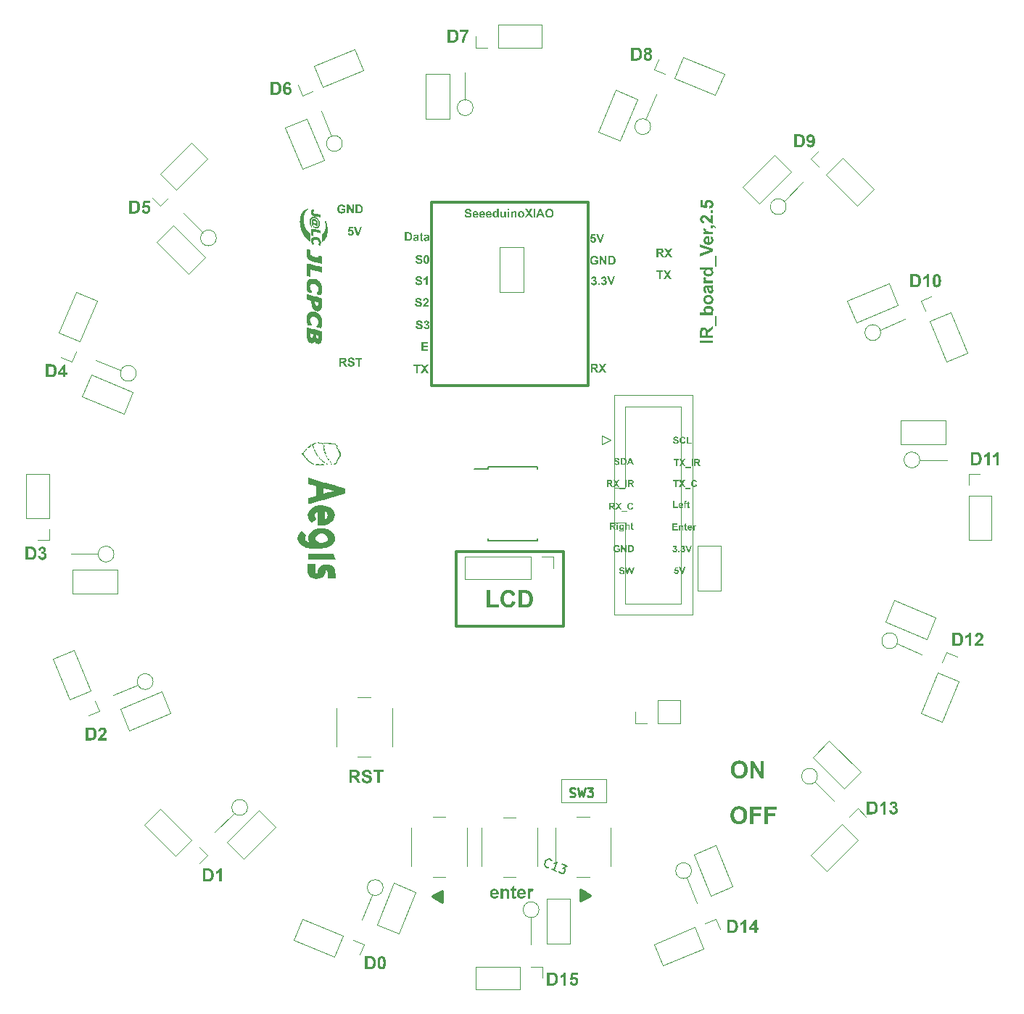
<source format=gbr>
%TF.GenerationSoftware,KiCad,Pcbnew,7.0.7*%
%TF.CreationDate,2025-05-03T00:20:40+09:00*%
%TF.ProjectId,IR_board_syuuseibann,49525f62-6f61-4726-945f-737975757365,rev?*%
%TF.SameCoordinates,Original*%
%TF.FileFunction,Legend,Top*%
%TF.FilePolarity,Positive*%
%FSLAX46Y46*%
G04 Gerber Fmt 4.6, Leading zero omitted, Abs format (unit mm)*
G04 Created by KiCad (PCBNEW 7.0.7) date 2025-05-03 00:20:40*
%MOMM*%
%LPD*%
G01*
G04 APERTURE LIST*
%ADD10C,0.300000*%
%ADD11C,0.100000*%
%ADD12C,0.200000*%
%ADD13C,0.175000*%
%ADD14C,0.375000*%
%ADD15C,0.500000*%
%ADD16C,0.150000*%
%ADD17C,0.250000*%
%ADD18C,0.120000*%
%ADD19C,0.010000*%
G04 APERTURE END LIST*
D10*
G36*
X108523248Y-60071037D02*
G01*
X108545780Y-60071376D01*
X108567612Y-60071942D01*
X108588742Y-60072733D01*
X108609171Y-60073751D01*
X108628899Y-60074994D01*
X108647926Y-60076464D01*
X108666251Y-60078160D01*
X108683875Y-60080082D01*
X108700798Y-60082230D01*
X108717020Y-60084604D01*
X108732540Y-60087204D01*
X108747359Y-60090031D01*
X108768273Y-60094695D01*
X108787609Y-60099867D01*
X108804040Y-60105053D01*
X108820176Y-60110720D01*
X108836017Y-60116869D01*
X108851563Y-60123497D01*
X108866814Y-60130607D01*
X108881771Y-60138198D01*
X108896432Y-60146269D01*
X108910799Y-60154822D01*
X108924872Y-60163855D01*
X108938649Y-60173369D01*
X108952131Y-60183364D01*
X108965319Y-60193839D01*
X108978212Y-60204796D01*
X108990810Y-60216233D01*
X109003113Y-60228152D01*
X109015122Y-60240551D01*
X109026805Y-60253322D01*
X109038134Y-60266448D01*
X109049108Y-60279929D01*
X109059726Y-60293765D01*
X109069990Y-60307956D01*
X109079899Y-60322502D01*
X109089453Y-60337403D01*
X109098653Y-60352658D01*
X109107497Y-60368269D01*
X109115986Y-60384234D01*
X109124121Y-60400555D01*
X109131900Y-60417230D01*
X109139325Y-60434260D01*
X109146395Y-60451645D01*
X109153109Y-60469385D01*
X109159469Y-60487480D01*
X109165458Y-60505975D01*
X109171061Y-60525004D01*
X109176278Y-60544569D01*
X109181108Y-60564669D01*
X109185551Y-60585304D01*
X109189608Y-60606474D01*
X109193279Y-60628180D01*
X109196564Y-60650421D01*
X109199462Y-60673197D01*
X109201973Y-60696508D01*
X109204098Y-60720355D01*
X109205837Y-60744737D01*
X109207190Y-60769654D01*
X109208156Y-60795106D01*
X109208735Y-60821094D01*
X109208928Y-60847616D01*
X109208747Y-60870908D01*
X109208201Y-60893795D01*
X109207293Y-60916280D01*
X109206020Y-60938360D01*
X109204385Y-60960037D01*
X109202385Y-60981311D01*
X109200023Y-61002181D01*
X109197296Y-61022647D01*
X109194206Y-61042710D01*
X109190753Y-61062369D01*
X109186936Y-61081624D01*
X109182756Y-61100476D01*
X109178212Y-61118925D01*
X109173305Y-61136970D01*
X109168034Y-61154611D01*
X109162400Y-61171849D01*
X109155157Y-61192392D01*
X109147534Y-61212441D01*
X109139529Y-61231994D01*
X109131145Y-61251052D01*
X109122379Y-61269615D01*
X109113233Y-61287683D01*
X109103706Y-61305255D01*
X109093798Y-61322333D01*
X109083510Y-61338915D01*
X109072841Y-61355002D01*
X109061792Y-61370594D01*
X109050361Y-61385691D01*
X109038550Y-61400293D01*
X109026359Y-61414399D01*
X109013786Y-61428010D01*
X109000833Y-61441127D01*
X108985441Y-61455455D01*
X108969076Y-61469179D01*
X108951738Y-61482297D01*
X108939639Y-61490707D01*
X108927109Y-61498847D01*
X108914146Y-61506718D01*
X108900750Y-61514320D01*
X108886923Y-61521653D01*
X108872664Y-61528717D01*
X108857972Y-61535512D01*
X108842848Y-61542038D01*
X108827292Y-61548294D01*
X108811303Y-61554282D01*
X108794883Y-61560001D01*
X108786510Y-61562759D01*
X108766955Y-61568521D01*
X108746209Y-61573716D01*
X108731716Y-61576864D01*
X108716694Y-61579761D01*
X108701142Y-61582406D01*
X108685060Y-61584799D01*
X108668449Y-61586939D01*
X108651309Y-61588829D01*
X108633639Y-61590466D01*
X108615440Y-61591851D01*
X108596711Y-61592984D01*
X108577452Y-61593866D01*
X108557664Y-61594496D01*
X108537347Y-61594874D01*
X108516500Y-61595000D01*
X107942407Y-61595000D01*
X107942407Y-60328845D01*
X108247588Y-60328845D01*
X108247588Y-61337079D01*
X108475101Y-61337079D01*
X108490806Y-61337022D01*
X108505955Y-61336850D01*
X108527639Y-61336378D01*
X108548073Y-61335648D01*
X108567258Y-61334660D01*
X108585193Y-61333415D01*
X108601879Y-61331913D01*
X108617316Y-61330152D01*
X108635955Y-61327405D01*
X108652372Y-61324199D01*
X108659748Y-61322424D01*
X108677855Y-61317353D01*
X108695171Y-61311479D01*
X108711698Y-61304805D01*
X108727434Y-61297329D01*
X108742381Y-61289051D01*
X108756537Y-61279972D01*
X108769904Y-61270092D01*
X108782480Y-61259410D01*
X108794467Y-61247337D01*
X108805882Y-61233467D01*
X108816724Y-61217799D01*
X108824480Y-61204868D01*
X108831914Y-61190927D01*
X108839026Y-61175974D01*
X108845816Y-61160011D01*
X108852283Y-61143036D01*
X108858429Y-61125050D01*
X108862348Y-61112498D01*
X108867913Y-61092613D01*
X108872931Y-61071428D01*
X108875972Y-61056581D01*
X108878770Y-61041157D01*
X108881324Y-61025154D01*
X108883635Y-61008573D01*
X108885703Y-60991414D01*
X108887528Y-60973677D01*
X108889109Y-60955362D01*
X108890448Y-60936468D01*
X108891542Y-60916997D01*
X108892394Y-60896947D01*
X108893002Y-60876319D01*
X108893367Y-60855113D01*
X108893489Y-60833328D01*
X108893367Y-60811620D01*
X108893002Y-60790549D01*
X108892394Y-60770117D01*
X108891542Y-60750324D01*
X108890448Y-60731168D01*
X108889109Y-60712651D01*
X108887528Y-60694772D01*
X108885703Y-60677532D01*
X108883635Y-60660929D01*
X108881324Y-60644965D01*
X108878770Y-60629640D01*
X108875972Y-60614952D01*
X108871319Y-60594118D01*
X108866119Y-60574719D01*
X108862348Y-60562585D01*
X108856359Y-60545229D01*
X108849931Y-60528608D01*
X108843066Y-60512720D01*
X108835763Y-60497567D01*
X108828023Y-60483148D01*
X108819844Y-60469463D01*
X108811227Y-60456512D01*
X108802172Y-60444295D01*
X108792680Y-60432813D01*
X108779342Y-60418645D01*
X108775886Y-60415307D01*
X108761580Y-60402564D01*
X108746325Y-60390898D01*
X108730119Y-60380307D01*
X108717341Y-60373071D01*
X108704028Y-60366440D01*
X108690181Y-60360414D01*
X108675800Y-60354994D01*
X108660884Y-60350179D01*
X108645433Y-60345969D01*
X108634836Y-60343499D01*
X108616981Y-60340064D01*
X108601073Y-60337789D01*
X108583008Y-60335771D01*
X108562785Y-60334011D01*
X108548105Y-60332980D01*
X108532466Y-60332065D01*
X108515868Y-60331263D01*
X108498311Y-60330576D01*
X108479795Y-60330004D01*
X108460321Y-60329546D01*
X108439887Y-60329202D01*
X108418495Y-60328973D01*
X108396144Y-60328859D01*
X108384609Y-60328845D01*
X108247588Y-60328845D01*
X107942407Y-60328845D01*
X107942407Y-60070924D01*
X108500013Y-60070924D01*
X108523248Y-60071037D01*
G37*
G36*
X109968444Y-60071316D02*
G01*
X109989273Y-60072493D01*
X110009637Y-60074453D01*
X110029538Y-60077198D01*
X110048976Y-60080727D01*
X110067949Y-60085041D01*
X110086459Y-60090138D01*
X110104506Y-60096020D01*
X110122088Y-60102686D01*
X110139207Y-60110137D01*
X110155863Y-60118371D01*
X110172054Y-60127390D01*
X110187782Y-60137193D01*
X110203046Y-60147780D01*
X110217847Y-60159152D01*
X110232184Y-60171308D01*
X110245968Y-60184211D01*
X110259112Y-60197824D01*
X110271614Y-60212146D01*
X110283475Y-60227178D01*
X110294695Y-60242921D01*
X110305273Y-60259373D01*
X110315211Y-60276535D01*
X110324508Y-60294406D01*
X110333163Y-60312988D01*
X110341177Y-60332279D01*
X110348550Y-60352280D01*
X110355282Y-60372991D01*
X110361373Y-60394412D01*
X110366823Y-60416543D01*
X110371631Y-60439384D01*
X110375799Y-60462934D01*
X110095530Y-60492976D01*
X110093317Y-60477631D01*
X110090524Y-60463060D01*
X110085898Y-60444833D01*
X110080243Y-60427980D01*
X110073557Y-60412502D01*
X110065840Y-60398397D01*
X110057093Y-60385665D01*
X110047316Y-60374308D01*
X110042041Y-60369145D01*
X110030826Y-60359699D01*
X110015666Y-60349664D01*
X109999235Y-60341596D01*
X109985175Y-60336558D01*
X109970303Y-60332780D01*
X109954618Y-60330261D01*
X109938121Y-60329002D01*
X109929567Y-60328845D01*
X109912641Y-60329588D01*
X109896212Y-60331820D01*
X109880278Y-60335539D01*
X109864841Y-60340746D01*
X109849899Y-60347440D01*
X109835453Y-60355622D01*
X109821503Y-60365292D01*
X109808048Y-60376449D01*
X109795090Y-60389094D01*
X109782628Y-60403227D01*
X109774595Y-60413475D01*
X109763123Y-60430852D01*
X109755933Y-60444190D01*
X109749110Y-60458930D01*
X109742652Y-60475073D01*
X109736562Y-60492619D01*
X109730837Y-60511567D01*
X109725479Y-60531917D01*
X109720487Y-60553670D01*
X109715862Y-60576825D01*
X109711603Y-60601383D01*
X109707710Y-60627343D01*
X109704184Y-60654706D01*
X109701024Y-60683472D01*
X109699582Y-60698380D01*
X109698231Y-60713639D01*
X109696971Y-60729249D01*
X109695804Y-60745210D01*
X109694727Y-60761521D01*
X109708443Y-60746038D01*
X109722571Y-60731553D01*
X109737111Y-60718068D01*
X109752063Y-60705582D01*
X109767428Y-60694094D01*
X109783204Y-60683605D01*
X109799393Y-60674116D01*
X109815994Y-60665625D01*
X109833007Y-60658133D01*
X109850432Y-60651640D01*
X109868270Y-60646146D01*
X109886519Y-60641651D01*
X109905181Y-60638155D01*
X109924255Y-60635657D01*
X109943741Y-60634159D01*
X109963639Y-60633660D01*
X109986104Y-60634188D01*
X110008163Y-60635772D01*
X110029816Y-60638412D01*
X110051062Y-60642109D01*
X110071902Y-60646862D01*
X110092336Y-60652671D01*
X110112363Y-60659536D01*
X110131983Y-60667457D01*
X110151197Y-60676434D01*
X110170005Y-60686468D01*
X110188406Y-60697557D01*
X110206401Y-60709703D01*
X110223989Y-60722905D01*
X110241171Y-60737163D01*
X110257947Y-60752478D01*
X110274316Y-60768848D01*
X110289976Y-60786010D01*
X110304627Y-60803790D01*
X110318266Y-60822188D01*
X110330896Y-60841205D01*
X110342515Y-60860840D01*
X110353124Y-60881093D01*
X110362722Y-60901964D01*
X110371311Y-60923454D01*
X110378888Y-60945562D01*
X110385456Y-60968288D01*
X110391013Y-60991632D01*
X110395559Y-61015594D01*
X110399096Y-61040175D01*
X110401621Y-61065374D01*
X110403137Y-61091191D01*
X110403642Y-61117627D01*
X110403111Y-61145624D01*
X110401518Y-61172919D01*
X110398864Y-61199514D01*
X110395147Y-61225407D01*
X110390369Y-61250598D01*
X110384528Y-61275089D01*
X110377626Y-61298878D01*
X110369662Y-61321967D01*
X110360636Y-61344353D01*
X110350548Y-61366039D01*
X110339398Y-61387023D01*
X110327187Y-61407307D01*
X110313913Y-61426888D01*
X110299578Y-61445769D01*
X110284180Y-61463948D01*
X110267721Y-61481427D01*
X110250429Y-61498019D01*
X110232533Y-61513541D01*
X110214033Y-61527992D01*
X110194929Y-61541373D01*
X110175221Y-61553683D01*
X110154909Y-61564923D01*
X110133994Y-61575093D01*
X110112474Y-61584192D01*
X110090351Y-61592220D01*
X110067623Y-61599178D01*
X110044292Y-61605066D01*
X110020356Y-61609883D01*
X109995817Y-61613630D01*
X109970674Y-61616306D01*
X109944927Y-61617912D01*
X109918576Y-61618447D01*
X109890273Y-61617751D01*
X109862608Y-61615665D01*
X109835582Y-61612187D01*
X109809193Y-61607318D01*
X109783443Y-61601059D01*
X109758332Y-61593408D01*
X109733858Y-61584366D01*
X109710023Y-61573934D01*
X109686826Y-61562110D01*
X109664268Y-61548895D01*
X109642347Y-61534289D01*
X109621065Y-61518292D01*
X109600421Y-61500904D01*
X109580416Y-61482125D01*
X109561049Y-61461955D01*
X109542320Y-61440394D01*
X109524485Y-61417201D01*
X109516000Y-61404937D01*
X109507801Y-61392228D01*
X109499891Y-61379074D01*
X109492268Y-61365475D01*
X109484933Y-61351431D01*
X109477885Y-61336942D01*
X109471126Y-61322007D01*
X109464653Y-61306628D01*
X109458469Y-61290803D01*
X109452572Y-61274534D01*
X109446963Y-61257819D01*
X109441641Y-61240659D01*
X109436607Y-61223055D01*
X109431861Y-61205005D01*
X109427402Y-61186510D01*
X109423231Y-61167570D01*
X109419348Y-61148185D01*
X109415752Y-61128354D01*
X109412866Y-61110666D01*
X109719640Y-61110666D01*
X109719893Y-61125428D01*
X109721223Y-61146771D01*
X109723693Y-61167155D01*
X109727303Y-61186579D01*
X109732052Y-61205043D01*
X109737942Y-61222548D01*
X109744971Y-61239094D01*
X109753140Y-61254680D01*
X109762449Y-61269306D01*
X109772898Y-61282973D01*
X109784487Y-61295680D01*
X109796810Y-61307269D01*
X109809461Y-61317718D01*
X109822441Y-61327027D01*
X109835749Y-61335196D01*
X109849386Y-61342225D01*
X109863351Y-61348114D01*
X109877644Y-61352864D01*
X109892266Y-61356473D01*
X109907217Y-61358943D01*
X109922496Y-61360273D01*
X109932864Y-61360526D01*
X109947738Y-61360059D01*
X109966829Y-61357984D01*
X109985073Y-61354249D01*
X110002470Y-61348854D01*
X110019019Y-61341798D01*
X110034721Y-61333083D01*
X110049576Y-61322707D01*
X110063584Y-61310672D01*
X110066953Y-61307404D01*
X110079490Y-61292972D01*
X110087795Y-61280759D01*
X110095161Y-61267354D01*
X110101586Y-61252758D01*
X110107070Y-61236970D01*
X110111615Y-61219991D01*
X110115219Y-61201821D01*
X110117883Y-61182459D01*
X110119607Y-61161905D01*
X110120390Y-61140161D01*
X110120443Y-61132648D01*
X110120217Y-61117293D01*
X110119538Y-61102463D01*
X110117673Y-61081199D01*
X110114790Y-61061114D01*
X110110889Y-61042207D01*
X110105971Y-61024479D01*
X110100036Y-61007929D01*
X110093083Y-60992558D01*
X110085112Y-60978365D01*
X110076124Y-60965351D01*
X110066118Y-60953515D01*
X110062557Y-60949832D01*
X110051518Y-60939422D01*
X110039970Y-60930035D01*
X110027913Y-60921673D01*
X110011046Y-60912116D01*
X109993275Y-60904380D01*
X109979352Y-60899772D01*
X109964921Y-60896188D01*
X109949982Y-60893628D01*
X109934533Y-60892092D01*
X109918576Y-60891580D01*
X109903139Y-60892070D01*
X109888153Y-60893538D01*
X109873618Y-60895985D01*
X109854939Y-60900771D01*
X109837062Y-60907297D01*
X109819986Y-60915563D01*
X109803711Y-60925569D01*
X109788238Y-60937316D01*
X109777159Y-60947267D01*
X109766880Y-60958104D01*
X109757612Y-60969868D01*
X109749355Y-60982559D01*
X109742109Y-60996177D01*
X109735874Y-61010723D01*
X109730650Y-61026196D01*
X109726437Y-61042597D01*
X109723235Y-61059924D01*
X109721044Y-61078180D01*
X109719865Y-61097362D01*
X109719640Y-61110666D01*
X109412866Y-61110666D01*
X109412444Y-61108079D01*
X109409424Y-61087359D01*
X109406691Y-61066193D01*
X109404246Y-61044583D01*
X109402089Y-61022527D01*
X109400219Y-61000027D01*
X109398637Y-60977081D01*
X109397343Y-60953690D01*
X109396336Y-60929854D01*
X109395617Y-60905573D01*
X109395185Y-60880847D01*
X109395041Y-60855676D01*
X109395191Y-60829869D01*
X109395641Y-60804516D01*
X109396391Y-60779617D01*
X109397440Y-60755172D01*
X109398789Y-60731182D01*
X109400438Y-60707647D01*
X109402387Y-60684565D01*
X109404636Y-60661938D01*
X109407184Y-60639766D01*
X109410032Y-60618048D01*
X109413180Y-60596784D01*
X109416628Y-60575974D01*
X109420376Y-60555619D01*
X109424423Y-60535719D01*
X109428771Y-60516272D01*
X109433418Y-60497281D01*
X109438365Y-60478743D01*
X109443612Y-60460660D01*
X109449158Y-60443031D01*
X109455005Y-60425857D01*
X109461151Y-60409137D01*
X109467597Y-60392871D01*
X109474343Y-60377060D01*
X109481389Y-60361703D01*
X109488734Y-60346800D01*
X109496380Y-60332352D01*
X109504325Y-60318358D01*
X109512570Y-60304819D01*
X109521115Y-60291734D01*
X109529959Y-60279103D01*
X109539104Y-60266927D01*
X109548548Y-60255205D01*
X109558232Y-60243868D01*
X109568094Y-60232890D01*
X109588356Y-60212014D01*
X109609333Y-60192579D01*
X109631026Y-60174582D01*
X109653434Y-60158026D01*
X109676558Y-60142909D01*
X109700397Y-60129232D01*
X109724952Y-60116994D01*
X109750223Y-60106197D01*
X109776209Y-60096839D01*
X109802911Y-60088920D01*
X109830328Y-60082442D01*
X109858461Y-60077403D01*
X109887309Y-60073804D01*
X109902002Y-60072544D01*
X109916873Y-60071644D01*
X109931923Y-60071104D01*
X109947152Y-60070924D01*
X109968444Y-60071316D01*
G37*
G36*
X92033248Y-73941037D02*
G01*
X92055780Y-73941376D01*
X92077612Y-73941942D01*
X92098742Y-73942733D01*
X92119171Y-73943751D01*
X92138899Y-73944994D01*
X92157926Y-73946464D01*
X92176251Y-73948160D01*
X92193875Y-73950082D01*
X92210798Y-73952230D01*
X92227020Y-73954604D01*
X92242540Y-73957204D01*
X92257359Y-73960031D01*
X92278273Y-73964695D01*
X92297609Y-73969867D01*
X92314040Y-73975053D01*
X92330176Y-73980720D01*
X92346017Y-73986869D01*
X92361563Y-73993497D01*
X92376814Y-74000607D01*
X92391771Y-74008198D01*
X92406432Y-74016269D01*
X92420799Y-74024822D01*
X92434872Y-74033855D01*
X92448649Y-74043369D01*
X92462131Y-74053364D01*
X92475319Y-74063839D01*
X92488212Y-74074796D01*
X92500810Y-74086233D01*
X92513113Y-74098152D01*
X92525122Y-74110551D01*
X92536805Y-74123322D01*
X92548134Y-74136448D01*
X92559108Y-74149929D01*
X92569726Y-74163765D01*
X92579990Y-74177956D01*
X92589899Y-74192502D01*
X92599453Y-74207403D01*
X92608653Y-74222658D01*
X92617497Y-74238269D01*
X92625986Y-74254234D01*
X92634121Y-74270555D01*
X92641900Y-74287230D01*
X92649325Y-74304260D01*
X92656395Y-74321645D01*
X92663109Y-74339385D01*
X92669469Y-74357480D01*
X92675458Y-74375975D01*
X92681061Y-74395004D01*
X92686278Y-74414569D01*
X92691108Y-74434669D01*
X92695551Y-74455304D01*
X92699608Y-74476474D01*
X92703279Y-74498180D01*
X92706564Y-74520421D01*
X92709462Y-74543197D01*
X92711973Y-74566508D01*
X92714098Y-74590355D01*
X92715837Y-74614737D01*
X92717190Y-74639654D01*
X92718156Y-74665106D01*
X92718735Y-74691094D01*
X92718928Y-74717616D01*
X92718747Y-74740908D01*
X92718201Y-74763795D01*
X92717293Y-74786280D01*
X92716020Y-74808360D01*
X92714385Y-74830037D01*
X92712385Y-74851311D01*
X92710023Y-74872181D01*
X92707296Y-74892647D01*
X92704206Y-74912710D01*
X92700753Y-74932369D01*
X92696936Y-74951624D01*
X92692756Y-74970476D01*
X92688212Y-74988925D01*
X92683305Y-75006970D01*
X92678034Y-75024611D01*
X92672400Y-75041849D01*
X92665157Y-75062392D01*
X92657534Y-75082441D01*
X92649529Y-75101994D01*
X92641145Y-75121052D01*
X92632379Y-75139615D01*
X92623233Y-75157683D01*
X92613706Y-75175255D01*
X92603798Y-75192333D01*
X92593510Y-75208915D01*
X92582841Y-75225002D01*
X92571792Y-75240594D01*
X92560361Y-75255691D01*
X92548550Y-75270293D01*
X92536359Y-75284399D01*
X92523786Y-75298010D01*
X92510833Y-75311127D01*
X92495441Y-75325455D01*
X92479076Y-75339179D01*
X92461738Y-75352297D01*
X92449639Y-75360707D01*
X92437109Y-75368847D01*
X92424146Y-75376718D01*
X92410750Y-75384320D01*
X92396923Y-75391653D01*
X92382664Y-75398717D01*
X92367972Y-75405512D01*
X92352848Y-75412038D01*
X92337292Y-75418294D01*
X92321303Y-75424282D01*
X92304883Y-75430001D01*
X92296510Y-75432759D01*
X92276955Y-75438521D01*
X92256209Y-75443716D01*
X92241716Y-75446864D01*
X92226694Y-75449761D01*
X92211142Y-75452406D01*
X92195060Y-75454799D01*
X92178449Y-75456939D01*
X92161309Y-75458829D01*
X92143639Y-75460466D01*
X92125440Y-75461851D01*
X92106711Y-75462984D01*
X92087452Y-75463866D01*
X92067664Y-75464496D01*
X92047347Y-75464874D01*
X92026500Y-75465000D01*
X91452407Y-75465000D01*
X91452407Y-74198845D01*
X91757588Y-74198845D01*
X91757588Y-75207079D01*
X91985101Y-75207079D01*
X92000806Y-75207022D01*
X92015955Y-75206850D01*
X92037639Y-75206378D01*
X92058073Y-75205648D01*
X92077258Y-75204660D01*
X92095193Y-75203415D01*
X92111879Y-75201913D01*
X92127316Y-75200152D01*
X92145955Y-75197405D01*
X92162372Y-75194199D01*
X92169748Y-75192424D01*
X92187855Y-75187353D01*
X92205171Y-75181479D01*
X92221698Y-75174805D01*
X92237434Y-75167329D01*
X92252381Y-75159051D01*
X92266537Y-75149972D01*
X92279904Y-75140092D01*
X92292480Y-75129410D01*
X92304467Y-75117337D01*
X92315882Y-75103467D01*
X92326724Y-75087799D01*
X92334480Y-75074868D01*
X92341914Y-75060927D01*
X92349026Y-75045974D01*
X92355816Y-75030011D01*
X92362283Y-75013036D01*
X92368429Y-74995050D01*
X92372348Y-74982498D01*
X92377913Y-74962613D01*
X92382931Y-74941428D01*
X92385972Y-74926581D01*
X92388770Y-74911157D01*
X92391324Y-74895154D01*
X92393635Y-74878573D01*
X92395703Y-74861414D01*
X92397528Y-74843677D01*
X92399109Y-74825362D01*
X92400448Y-74806468D01*
X92401542Y-74786997D01*
X92402394Y-74766947D01*
X92403002Y-74746319D01*
X92403367Y-74725113D01*
X92403489Y-74703328D01*
X92403367Y-74681620D01*
X92403002Y-74660549D01*
X92402394Y-74640117D01*
X92401542Y-74620324D01*
X92400448Y-74601168D01*
X92399109Y-74582651D01*
X92397528Y-74564772D01*
X92395703Y-74547532D01*
X92393635Y-74530929D01*
X92391324Y-74514965D01*
X92388770Y-74499640D01*
X92385972Y-74484952D01*
X92381319Y-74464118D01*
X92376119Y-74444719D01*
X92372348Y-74432585D01*
X92366359Y-74415229D01*
X92359931Y-74398608D01*
X92353066Y-74382720D01*
X92345763Y-74367567D01*
X92338023Y-74353148D01*
X92329844Y-74339463D01*
X92321227Y-74326512D01*
X92312172Y-74314295D01*
X92302680Y-74302813D01*
X92289342Y-74288645D01*
X92285886Y-74285307D01*
X92271580Y-74272564D01*
X92256325Y-74260898D01*
X92240119Y-74250307D01*
X92227341Y-74243071D01*
X92214028Y-74236440D01*
X92200181Y-74230414D01*
X92185800Y-74224994D01*
X92170884Y-74220179D01*
X92155433Y-74215969D01*
X92144836Y-74213499D01*
X92126981Y-74210064D01*
X92111073Y-74207789D01*
X92093008Y-74205771D01*
X92072785Y-74204011D01*
X92058105Y-74202980D01*
X92042466Y-74202065D01*
X92025868Y-74201263D01*
X92008311Y-74200576D01*
X91989795Y-74200004D01*
X91970321Y-74199546D01*
X91949887Y-74199202D01*
X91928495Y-74198973D01*
X91906144Y-74198859D01*
X91894609Y-74198845D01*
X91757588Y-74198845D01*
X91452407Y-74198845D01*
X91452407Y-73940924D01*
X92010013Y-73940924D01*
X92033248Y-73941037D01*
G37*
G36*
X92909071Y-75029026D02*
G01*
X93197400Y-74996053D01*
X93200161Y-75015925D01*
X93203771Y-75035011D01*
X93208232Y-75053311D01*
X93213543Y-75070826D01*
X93219704Y-75087555D01*
X93226715Y-75103498D01*
X93234576Y-75118656D01*
X93243287Y-75133028D01*
X93252848Y-75146614D01*
X93263260Y-75159414D01*
X93270673Y-75167512D01*
X93282237Y-75178773D01*
X93294123Y-75188927D01*
X93306331Y-75197973D01*
X93318861Y-75205911D01*
X93336069Y-75214773D01*
X93353849Y-75221665D01*
X93372202Y-75226588D01*
X93391127Y-75229542D01*
X93410624Y-75230526D01*
X93427412Y-75229947D01*
X93443704Y-75228208D01*
X93459500Y-75225310D01*
X93474801Y-75221253D01*
X93489605Y-75216036D01*
X93503914Y-75209661D01*
X93517727Y-75202126D01*
X93531043Y-75193432D01*
X93543864Y-75183579D01*
X93556189Y-75172566D01*
X93564131Y-75164581D01*
X93575392Y-75151558D01*
X93585546Y-75137357D01*
X93594592Y-75121977D01*
X93602530Y-75105419D01*
X93609361Y-75087682D01*
X93615084Y-75068767D01*
X93619699Y-75048673D01*
X93623207Y-75027400D01*
X93624930Y-75012564D01*
X93626161Y-74997204D01*
X93626899Y-74981320D01*
X93627145Y-74964912D01*
X93626902Y-74949496D01*
X93626172Y-74934573D01*
X93624165Y-74913110D01*
X93621063Y-74892756D01*
X93616866Y-74873509D01*
X93611575Y-74855369D01*
X93605189Y-74838338D01*
X93597707Y-74822414D01*
X93589131Y-74807597D01*
X93579461Y-74793889D01*
X93568695Y-74781288D01*
X93564863Y-74777334D01*
X93552854Y-74766138D01*
X93540181Y-74756043D01*
X93526845Y-74747050D01*
X93512845Y-74739157D01*
X93498183Y-74732366D01*
X93482857Y-74726677D01*
X93466867Y-74722088D01*
X93450214Y-74718601D01*
X93432898Y-74716215D01*
X93414919Y-74714930D01*
X93402564Y-74714685D01*
X93387094Y-74715143D01*
X93371824Y-74716517D01*
X93356754Y-74718807D01*
X93341885Y-74722013D01*
X93327216Y-74726134D01*
X93312748Y-74731172D01*
X93298479Y-74737125D01*
X93284412Y-74743995D01*
X93270544Y-74751780D01*
X93256877Y-74760481D01*
X93243410Y-74770098D01*
X93230144Y-74780631D01*
X93217078Y-74792080D01*
X93204212Y-74804445D01*
X93191547Y-74817725D01*
X93179082Y-74831922D01*
X92944242Y-74795652D01*
X93092620Y-73964371D01*
X93857955Y-73964371D01*
X93857955Y-74245739D01*
X93312072Y-74245739D01*
X93266643Y-74510254D01*
X93284817Y-74500695D01*
X93303068Y-74492076D01*
X93321396Y-74484398D01*
X93339801Y-74477659D01*
X93358284Y-74471861D01*
X93376844Y-74467003D01*
X93395481Y-74463086D01*
X93414196Y-74460108D01*
X93432988Y-74458071D01*
X93451857Y-74456974D01*
X93464480Y-74456765D01*
X93488338Y-74457310D01*
X93511735Y-74458946D01*
X93534671Y-74461672D01*
X93557147Y-74465489D01*
X93579162Y-74470396D01*
X93600716Y-74476394D01*
X93621809Y-74483482D01*
X93642441Y-74491661D01*
X93662613Y-74500931D01*
X93682323Y-74511290D01*
X93701573Y-74522741D01*
X93720362Y-74535281D01*
X93738690Y-74548913D01*
X93756558Y-74563635D01*
X93773964Y-74579447D01*
X93790910Y-74596350D01*
X93807148Y-74614078D01*
X93822337Y-74632460D01*
X93836480Y-74651493D01*
X93849574Y-74671180D01*
X93861621Y-74691519D01*
X93872621Y-74712510D01*
X93882573Y-74734154D01*
X93891477Y-74756451D01*
X93899334Y-74779400D01*
X93906143Y-74803002D01*
X93911905Y-74827257D01*
X93916619Y-74852164D01*
X93920285Y-74877723D01*
X93922904Y-74903936D01*
X93924476Y-74930800D01*
X93925000Y-74958318D01*
X93924577Y-74981336D01*
X93923311Y-75004045D01*
X93921200Y-75026444D01*
X93918245Y-75048535D01*
X93914445Y-75070316D01*
X93909801Y-75091789D01*
X93904313Y-75112952D01*
X93897980Y-75133806D01*
X93890803Y-75154351D01*
X93882782Y-75174587D01*
X93873916Y-75194514D01*
X93864206Y-75214132D01*
X93853651Y-75233440D01*
X93842253Y-75252440D01*
X93830010Y-75271130D01*
X93816922Y-75289511D01*
X93807605Y-75301750D01*
X93798064Y-75313601D01*
X93788299Y-75325063D01*
X93778311Y-75336137D01*
X93768098Y-75346822D01*
X93757661Y-75357118D01*
X93736116Y-75376545D01*
X93713675Y-75394419D01*
X93690337Y-75410738D01*
X93666104Y-75425502D01*
X93640976Y-75438713D01*
X93614951Y-75450369D01*
X93588030Y-75460471D01*
X93560214Y-75469019D01*
X93545970Y-75472711D01*
X93531501Y-75476013D01*
X93516809Y-75478927D01*
X93501893Y-75481453D01*
X93486753Y-75483590D01*
X93471389Y-75485338D01*
X93455801Y-75486698D01*
X93439989Y-75487670D01*
X93423953Y-75488253D01*
X93407693Y-75488447D01*
X93381846Y-75487960D01*
X93356603Y-75486501D01*
X93331963Y-75484068D01*
X93307928Y-75480662D01*
X93284496Y-75476282D01*
X93261668Y-75470930D01*
X93239445Y-75464605D01*
X93217825Y-75457306D01*
X93196809Y-75449034D01*
X93176397Y-75439789D01*
X93156589Y-75429571D01*
X93137385Y-75418380D01*
X93118785Y-75406215D01*
X93100789Y-75393078D01*
X93083396Y-75378967D01*
X93066608Y-75363883D01*
X93050537Y-75347978D01*
X93035295Y-75331402D01*
X93020884Y-75314158D01*
X93007303Y-75296243D01*
X92994552Y-75277659D01*
X92982630Y-75258404D01*
X92971539Y-75238480D01*
X92961278Y-75217887D01*
X92951847Y-75196623D01*
X92943246Y-75174690D01*
X92935475Y-75152087D01*
X92928534Y-75128814D01*
X92922424Y-75104872D01*
X92917143Y-75080260D01*
X92912692Y-75054978D01*
X92909071Y-75029026D01*
G37*
G36*
X82303248Y-93061037D02*
G01*
X82325780Y-93061376D01*
X82347612Y-93061942D01*
X82368742Y-93062733D01*
X82389171Y-93063751D01*
X82408899Y-93064994D01*
X82427926Y-93066464D01*
X82446251Y-93068160D01*
X82463875Y-93070082D01*
X82480798Y-93072230D01*
X82497020Y-93074604D01*
X82512540Y-93077204D01*
X82527359Y-93080031D01*
X82548273Y-93084695D01*
X82567609Y-93089867D01*
X82584040Y-93095053D01*
X82600176Y-93100720D01*
X82616017Y-93106869D01*
X82631563Y-93113497D01*
X82646814Y-93120607D01*
X82661771Y-93128198D01*
X82676432Y-93136269D01*
X82690799Y-93144822D01*
X82704872Y-93153855D01*
X82718649Y-93163369D01*
X82732131Y-93173364D01*
X82745319Y-93183839D01*
X82758212Y-93194796D01*
X82770810Y-93206233D01*
X82783113Y-93218152D01*
X82795122Y-93230551D01*
X82806805Y-93243322D01*
X82818134Y-93256448D01*
X82829108Y-93269929D01*
X82839726Y-93283765D01*
X82849990Y-93297956D01*
X82859899Y-93312502D01*
X82869453Y-93327403D01*
X82878653Y-93342658D01*
X82887497Y-93358269D01*
X82895986Y-93374234D01*
X82904121Y-93390555D01*
X82911900Y-93407230D01*
X82919325Y-93424260D01*
X82926395Y-93441645D01*
X82933109Y-93459385D01*
X82939469Y-93477480D01*
X82945458Y-93495975D01*
X82951061Y-93515004D01*
X82956278Y-93534569D01*
X82961108Y-93554669D01*
X82965551Y-93575304D01*
X82969608Y-93596474D01*
X82973279Y-93618180D01*
X82976564Y-93640421D01*
X82979462Y-93663197D01*
X82981973Y-93686508D01*
X82984098Y-93710355D01*
X82985837Y-93734737D01*
X82987190Y-93759654D01*
X82988156Y-93785106D01*
X82988735Y-93811094D01*
X82988928Y-93837616D01*
X82988747Y-93860908D01*
X82988201Y-93883795D01*
X82987293Y-93906280D01*
X82986020Y-93928360D01*
X82984385Y-93950037D01*
X82982385Y-93971311D01*
X82980023Y-93992181D01*
X82977296Y-94012647D01*
X82974206Y-94032710D01*
X82970753Y-94052369D01*
X82966936Y-94071624D01*
X82962756Y-94090476D01*
X82958212Y-94108925D01*
X82953305Y-94126970D01*
X82948034Y-94144611D01*
X82942400Y-94161849D01*
X82935157Y-94182392D01*
X82927534Y-94202441D01*
X82919529Y-94221994D01*
X82911145Y-94241052D01*
X82902379Y-94259615D01*
X82893233Y-94277683D01*
X82883706Y-94295255D01*
X82873798Y-94312333D01*
X82863510Y-94328915D01*
X82852841Y-94345002D01*
X82841792Y-94360594D01*
X82830361Y-94375691D01*
X82818550Y-94390293D01*
X82806359Y-94404399D01*
X82793786Y-94418010D01*
X82780833Y-94431127D01*
X82765441Y-94445455D01*
X82749076Y-94459179D01*
X82731738Y-94472297D01*
X82719639Y-94480707D01*
X82707109Y-94488847D01*
X82694146Y-94496718D01*
X82680750Y-94504320D01*
X82666923Y-94511653D01*
X82652664Y-94518717D01*
X82637972Y-94525512D01*
X82622848Y-94532038D01*
X82607292Y-94538294D01*
X82591303Y-94544282D01*
X82574883Y-94550001D01*
X82566510Y-94552759D01*
X82546955Y-94558521D01*
X82526209Y-94563716D01*
X82511716Y-94566864D01*
X82496694Y-94569761D01*
X82481142Y-94572406D01*
X82465060Y-94574799D01*
X82448449Y-94576939D01*
X82431309Y-94578829D01*
X82413639Y-94580466D01*
X82395440Y-94581851D01*
X82376711Y-94582984D01*
X82357452Y-94583866D01*
X82337664Y-94584496D01*
X82317347Y-94584874D01*
X82296500Y-94585000D01*
X81722407Y-94585000D01*
X81722407Y-93318845D01*
X82027588Y-93318845D01*
X82027588Y-94327079D01*
X82255101Y-94327079D01*
X82270806Y-94327022D01*
X82285955Y-94326850D01*
X82307639Y-94326378D01*
X82328073Y-94325648D01*
X82347258Y-94324660D01*
X82365193Y-94323415D01*
X82381879Y-94321913D01*
X82397316Y-94320152D01*
X82415955Y-94317405D01*
X82432372Y-94314199D01*
X82439748Y-94312424D01*
X82457855Y-94307353D01*
X82475171Y-94301479D01*
X82491698Y-94294805D01*
X82507434Y-94287329D01*
X82522381Y-94279051D01*
X82536537Y-94269972D01*
X82549904Y-94260092D01*
X82562480Y-94249410D01*
X82574467Y-94237337D01*
X82585882Y-94223467D01*
X82596724Y-94207799D01*
X82604480Y-94194868D01*
X82611914Y-94180927D01*
X82619026Y-94165974D01*
X82625816Y-94150011D01*
X82632283Y-94133036D01*
X82638429Y-94115050D01*
X82642348Y-94102498D01*
X82647913Y-94082613D01*
X82652931Y-94061428D01*
X82655972Y-94046581D01*
X82658770Y-94031157D01*
X82661324Y-94015154D01*
X82663635Y-93998573D01*
X82665703Y-93981414D01*
X82667528Y-93963677D01*
X82669109Y-93945362D01*
X82670448Y-93926468D01*
X82671542Y-93906997D01*
X82672394Y-93886947D01*
X82673002Y-93866319D01*
X82673367Y-93845113D01*
X82673489Y-93823328D01*
X82673367Y-93801620D01*
X82673002Y-93780549D01*
X82672394Y-93760117D01*
X82671542Y-93740324D01*
X82670448Y-93721168D01*
X82669109Y-93702651D01*
X82667528Y-93684772D01*
X82665703Y-93667532D01*
X82663635Y-93650929D01*
X82661324Y-93634965D01*
X82658770Y-93619640D01*
X82655972Y-93604952D01*
X82651319Y-93584118D01*
X82646119Y-93564719D01*
X82642348Y-93552585D01*
X82636359Y-93535229D01*
X82629931Y-93518608D01*
X82623066Y-93502720D01*
X82615763Y-93487567D01*
X82608023Y-93473148D01*
X82599844Y-93459463D01*
X82591227Y-93446512D01*
X82582172Y-93434295D01*
X82572680Y-93422813D01*
X82559342Y-93408645D01*
X82555886Y-93405307D01*
X82541580Y-93392564D01*
X82526325Y-93380898D01*
X82510119Y-93370307D01*
X82497341Y-93363071D01*
X82484028Y-93356440D01*
X82470181Y-93350414D01*
X82455800Y-93344994D01*
X82440884Y-93340179D01*
X82425433Y-93335969D01*
X82414836Y-93333499D01*
X82396981Y-93330064D01*
X82381073Y-93327789D01*
X82363008Y-93325771D01*
X82342785Y-93324011D01*
X82328105Y-93322980D01*
X82312466Y-93322065D01*
X82295868Y-93321263D01*
X82278311Y-93320576D01*
X82259795Y-93320004D01*
X82240321Y-93319546D01*
X82219887Y-93319202D01*
X82198495Y-93318973D01*
X82176144Y-93318859D01*
X82164609Y-93318845D01*
X82027588Y-93318845D01*
X81722407Y-93318845D01*
X81722407Y-93060924D01*
X82280013Y-93060924D01*
X82303248Y-93061037D01*
G37*
G36*
X84022808Y-94022264D02*
G01*
X84210387Y-94022264D01*
X84210387Y-94280184D01*
X84022808Y-94280184D01*
X84022808Y-94585000D01*
X83742540Y-94585000D01*
X83742540Y-94280184D01*
X83124483Y-94280184D01*
X83124483Y-94023363D01*
X83125250Y-94022264D01*
X83395593Y-94022264D01*
X83742540Y-94022264D01*
X83742540Y-93525474D01*
X83395593Y-94022264D01*
X83125250Y-94022264D01*
X83779909Y-93084371D01*
X84022808Y-93084371D01*
X84022808Y-94022264D01*
G37*
G36*
X188133248Y-124431037D02*
G01*
X188155780Y-124431376D01*
X188177612Y-124431942D01*
X188198742Y-124432733D01*
X188219171Y-124433751D01*
X188238899Y-124434994D01*
X188257926Y-124436464D01*
X188276251Y-124438160D01*
X188293875Y-124440082D01*
X188310798Y-124442230D01*
X188327020Y-124444604D01*
X188342540Y-124447204D01*
X188357359Y-124450031D01*
X188378273Y-124454695D01*
X188397609Y-124459867D01*
X188414040Y-124465053D01*
X188430176Y-124470720D01*
X188446017Y-124476869D01*
X188461563Y-124483497D01*
X188476814Y-124490607D01*
X188491771Y-124498198D01*
X188506432Y-124506269D01*
X188520799Y-124514822D01*
X188534872Y-124523855D01*
X188548649Y-124533369D01*
X188562131Y-124543364D01*
X188575319Y-124553839D01*
X188588212Y-124564796D01*
X188600810Y-124576233D01*
X188613113Y-124588152D01*
X188625122Y-124600551D01*
X188636805Y-124613322D01*
X188648134Y-124626448D01*
X188659108Y-124639929D01*
X188669726Y-124653765D01*
X188679990Y-124667956D01*
X188689899Y-124682502D01*
X188699453Y-124697403D01*
X188708653Y-124712658D01*
X188717497Y-124728269D01*
X188725986Y-124744234D01*
X188734121Y-124760555D01*
X188741900Y-124777230D01*
X188749325Y-124794260D01*
X188756395Y-124811645D01*
X188763109Y-124829385D01*
X188769469Y-124847480D01*
X188775458Y-124865975D01*
X188781061Y-124885004D01*
X188786278Y-124904569D01*
X188791108Y-124924669D01*
X188795551Y-124945304D01*
X188799608Y-124966474D01*
X188803279Y-124988180D01*
X188806564Y-125010421D01*
X188809462Y-125033197D01*
X188811973Y-125056508D01*
X188814098Y-125080355D01*
X188815837Y-125104737D01*
X188817190Y-125129654D01*
X188818156Y-125155106D01*
X188818735Y-125181094D01*
X188818928Y-125207616D01*
X188818747Y-125230908D01*
X188818201Y-125253795D01*
X188817293Y-125276280D01*
X188816020Y-125298360D01*
X188814385Y-125320037D01*
X188812385Y-125341311D01*
X188810023Y-125362181D01*
X188807296Y-125382647D01*
X188804206Y-125402710D01*
X188800753Y-125422369D01*
X188796936Y-125441624D01*
X188792756Y-125460476D01*
X188788212Y-125478925D01*
X188783305Y-125496970D01*
X188778034Y-125514611D01*
X188772400Y-125531849D01*
X188765157Y-125552392D01*
X188757534Y-125572441D01*
X188749529Y-125591994D01*
X188741145Y-125611052D01*
X188732379Y-125629615D01*
X188723233Y-125647683D01*
X188713706Y-125665255D01*
X188703798Y-125682333D01*
X188693510Y-125698915D01*
X188682841Y-125715002D01*
X188671792Y-125730594D01*
X188660361Y-125745691D01*
X188648550Y-125760293D01*
X188636359Y-125774399D01*
X188623786Y-125788010D01*
X188610833Y-125801127D01*
X188595441Y-125815455D01*
X188579076Y-125829179D01*
X188561738Y-125842297D01*
X188549639Y-125850707D01*
X188537109Y-125858847D01*
X188524146Y-125866718D01*
X188510750Y-125874320D01*
X188496923Y-125881653D01*
X188482664Y-125888717D01*
X188467972Y-125895512D01*
X188452848Y-125902038D01*
X188437292Y-125908294D01*
X188421303Y-125914282D01*
X188404883Y-125920001D01*
X188396510Y-125922759D01*
X188376955Y-125928521D01*
X188356209Y-125933716D01*
X188341716Y-125936864D01*
X188326694Y-125939761D01*
X188311142Y-125942406D01*
X188295060Y-125944799D01*
X188278449Y-125946939D01*
X188261309Y-125948829D01*
X188243639Y-125950466D01*
X188225440Y-125951851D01*
X188206711Y-125952984D01*
X188187452Y-125953866D01*
X188167664Y-125954496D01*
X188147347Y-125954874D01*
X188126500Y-125955000D01*
X187552407Y-125955000D01*
X187552407Y-124688845D01*
X187857588Y-124688845D01*
X187857588Y-125697079D01*
X188085101Y-125697079D01*
X188100806Y-125697022D01*
X188115955Y-125696850D01*
X188137639Y-125696378D01*
X188158073Y-125695648D01*
X188177258Y-125694660D01*
X188195193Y-125693415D01*
X188211879Y-125691913D01*
X188227316Y-125690152D01*
X188245955Y-125687405D01*
X188262372Y-125684199D01*
X188269748Y-125682424D01*
X188287855Y-125677353D01*
X188305171Y-125671479D01*
X188321698Y-125664805D01*
X188337434Y-125657329D01*
X188352381Y-125649051D01*
X188366537Y-125639972D01*
X188379904Y-125630092D01*
X188392480Y-125619410D01*
X188404467Y-125607337D01*
X188415882Y-125593467D01*
X188426724Y-125577799D01*
X188434480Y-125564868D01*
X188441914Y-125550927D01*
X188449026Y-125535974D01*
X188455816Y-125520011D01*
X188462283Y-125503036D01*
X188468429Y-125485050D01*
X188472348Y-125472498D01*
X188477913Y-125452613D01*
X188482931Y-125431428D01*
X188485972Y-125416581D01*
X188488770Y-125401157D01*
X188491324Y-125385154D01*
X188493635Y-125368573D01*
X188495703Y-125351414D01*
X188497528Y-125333677D01*
X188499109Y-125315362D01*
X188500448Y-125296468D01*
X188501542Y-125276997D01*
X188502394Y-125256947D01*
X188503002Y-125236319D01*
X188503367Y-125215113D01*
X188503489Y-125193328D01*
X188503367Y-125171620D01*
X188503002Y-125150549D01*
X188502394Y-125130117D01*
X188501542Y-125110324D01*
X188500448Y-125091168D01*
X188499109Y-125072651D01*
X188497528Y-125054772D01*
X188495703Y-125037532D01*
X188493635Y-125020929D01*
X188491324Y-125004965D01*
X188488770Y-124989640D01*
X188485972Y-124974952D01*
X188481319Y-124954118D01*
X188476119Y-124934719D01*
X188472348Y-124922585D01*
X188466359Y-124905229D01*
X188459931Y-124888608D01*
X188453066Y-124872720D01*
X188445763Y-124857567D01*
X188438023Y-124843148D01*
X188429844Y-124829463D01*
X188421227Y-124816512D01*
X188412172Y-124804295D01*
X188402680Y-124792813D01*
X188389342Y-124778645D01*
X188385886Y-124775307D01*
X188371580Y-124762564D01*
X188356325Y-124750898D01*
X188340119Y-124740307D01*
X188327341Y-124733071D01*
X188314028Y-124726440D01*
X188300181Y-124720414D01*
X188285800Y-124714994D01*
X188270884Y-124710179D01*
X188255433Y-124705969D01*
X188244836Y-124703499D01*
X188226981Y-124700064D01*
X188211073Y-124697789D01*
X188193008Y-124695771D01*
X188172785Y-124694011D01*
X188158105Y-124692980D01*
X188142466Y-124692065D01*
X188125868Y-124691263D01*
X188108311Y-124690576D01*
X188089795Y-124690004D01*
X188070321Y-124689546D01*
X188049887Y-124689202D01*
X188028495Y-124688973D01*
X188006144Y-124688859D01*
X187994609Y-124688845D01*
X187857588Y-124688845D01*
X187552407Y-124688845D01*
X187552407Y-124430924D01*
X188110013Y-124430924D01*
X188133248Y-124431037D01*
G37*
G36*
X189745830Y-125955000D02*
G01*
X189456402Y-125955000D01*
X189456402Y-124852243D01*
X189436351Y-124871795D01*
X189415856Y-124890700D01*
X189394917Y-124908958D01*
X189373535Y-124926569D01*
X189351709Y-124943534D01*
X189329440Y-124959851D01*
X189306727Y-124975522D01*
X189283570Y-124990546D01*
X189259969Y-125004922D01*
X189235925Y-125018653D01*
X189211438Y-125031736D01*
X189186506Y-125044172D01*
X189161131Y-125055962D01*
X189135312Y-125067104D01*
X189109050Y-125077600D01*
X189082344Y-125087449D01*
X189082344Y-124806081D01*
X189096572Y-124801293D01*
X189110955Y-124795995D01*
X189125492Y-124790187D01*
X189140184Y-124783870D01*
X189155030Y-124777044D01*
X189170031Y-124769708D01*
X189185187Y-124761863D01*
X189200497Y-124753508D01*
X189215961Y-124744644D01*
X189231580Y-124735270D01*
X189247354Y-124725387D01*
X189263282Y-124714994D01*
X189279365Y-124704092D01*
X189295603Y-124692680D01*
X189311995Y-124680759D01*
X189328541Y-124668328D01*
X189344839Y-124655465D01*
X189360483Y-124642339D01*
X189375476Y-124628950D01*
X189389815Y-124615297D01*
X189403503Y-124601381D01*
X189416537Y-124587201D01*
X189428919Y-124572759D01*
X189440648Y-124558053D01*
X189451725Y-124543083D01*
X189462149Y-124527850D01*
X189471921Y-124512354D01*
X189481040Y-124496595D01*
X189489507Y-124480572D01*
X189497320Y-124464286D01*
X189504482Y-124447737D01*
X189510990Y-124430924D01*
X189745830Y-124430924D01*
X189745830Y-125955000D01*
G37*
G36*
X191150837Y-125673632D02*
G01*
X191150837Y-125955000D01*
X190135642Y-125955000D01*
X190137960Y-125936149D01*
X190140794Y-125917424D01*
X190144142Y-125898826D01*
X190148006Y-125880353D01*
X190152386Y-125862006D01*
X190157280Y-125843785D01*
X190162689Y-125825690D01*
X190168614Y-125807721D01*
X190175054Y-125789878D01*
X190182009Y-125772161D01*
X190189480Y-125754570D01*
X190197465Y-125737104D01*
X190205966Y-125719765D01*
X190214982Y-125702552D01*
X190224513Y-125685464D01*
X190234560Y-125668503D01*
X190245492Y-125651213D01*
X190257681Y-125633234D01*
X190271126Y-125614566D01*
X190285828Y-125595207D01*
X190301786Y-125575158D01*
X190319001Y-125554420D01*
X190337472Y-125532992D01*
X190357200Y-125510874D01*
X190367535Y-125499557D01*
X190378185Y-125488067D01*
X190389148Y-125476404D01*
X190400426Y-125464569D01*
X190412017Y-125452562D01*
X190423923Y-125440382D01*
X190436143Y-125428030D01*
X190448677Y-125415505D01*
X190461525Y-125402808D01*
X190474687Y-125389938D01*
X190488164Y-125376896D01*
X190501954Y-125363682D01*
X190516059Y-125350295D01*
X190530478Y-125336735D01*
X190545211Y-125323004D01*
X190560258Y-125309099D01*
X190572360Y-125297902D01*
X190584166Y-125286933D01*
X190595676Y-125276192D01*
X190606889Y-125265679D01*
X190617806Y-125255395D01*
X190638752Y-125235511D01*
X190658513Y-125216540D01*
X190677089Y-125198483D01*
X190694479Y-125181338D01*
X190710685Y-125165106D01*
X190725706Y-125149788D01*
X190739542Y-125135382D01*
X190752193Y-125121890D01*
X190763659Y-125109310D01*
X190773940Y-125097644D01*
X190787140Y-125081856D01*
X190797674Y-125068123D01*
X190800593Y-125064002D01*
X190811265Y-125047328D01*
X190820887Y-125030694D01*
X190829460Y-125014098D01*
X190836983Y-124997541D01*
X190843456Y-124981022D01*
X190848880Y-124964542D01*
X190853254Y-124948101D01*
X190856578Y-124931698D01*
X190858852Y-124915334D01*
X190860077Y-124899009D01*
X190860310Y-124888147D01*
X190859853Y-124870539D01*
X190858481Y-124853710D01*
X190856195Y-124837660D01*
X190852994Y-124822390D01*
X190848879Y-124807899D01*
X190841970Y-124789790D01*
X190833434Y-124773066D01*
X190823274Y-124757727D01*
X190811487Y-124743774D01*
X190808286Y-124740502D01*
X190794662Y-124728395D01*
X190779801Y-124717902D01*
X190763704Y-124709023D01*
X190746371Y-124701759D01*
X190727801Y-124696109D01*
X190713062Y-124692931D01*
X190697627Y-124690661D01*
X190681497Y-124689299D01*
X190664672Y-124688845D01*
X190647964Y-124689321D01*
X190631913Y-124690751D01*
X190616520Y-124693134D01*
X190601783Y-124696470D01*
X190587703Y-124700759D01*
X190569951Y-124707960D01*
X190553368Y-124716856D01*
X190537952Y-124727446D01*
X190523704Y-124739731D01*
X190520324Y-124743066D01*
X190507656Y-124757744D01*
X190499079Y-124770225D01*
X190491294Y-124783968D01*
X190484301Y-124798973D01*
X190478101Y-124815240D01*
X190472692Y-124832770D01*
X190468076Y-124851562D01*
X190464251Y-124871616D01*
X190461219Y-124892932D01*
X190459638Y-124907845D01*
X190458408Y-124923318D01*
X190169713Y-124894741D01*
X190171424Y-124879377D01*
X190173350Y-124864286D01*
X190175491Y-124849469D01*
X190177848Y-124834927D01*
X190183207Y-124806664D01*
X190189428Y-124779497D01*
X190196511Y-124753426D01*
X190204455Y-124728452D01*
X190213261Y-124704574D01*
X190222928Y-124681792D01*
X190233456Y-124660106D01*
X190244847Y-124639517D01*
X190257098Y-124620024D01*
X190270212Y-124601627D01*
X190284186Y-124584326D01*
X190299023Y-124568122D01*
X190314721Y-124553014D01*
X190331280Y-124539002D01*
X190348581Y-124525914D01*
X190366411Y-124513671D01*
X190384771Y-124502272D01*
X190403660Y-124491718D01*
X190423079Y-124482008D01*
X190443027Y-124473142D01*
X190463505Y-124465121D01*
X190484512Y-124457943D01*
X190506049Y-124451611D01*
X190528115Y-124446123D01*
X190550711Y-124441479D01*
X190573836Y-124437679D01*
X190597491Y-124434724D01*
X190621675Y-124432613D01*
X190646389Y-124431346D01*
X190671632Y-124430924D01*
X190699194Y-124431394D01*
X190726009Y-124432802D01*
X190752077Y-124435149D01*
X190777397Y-124438435D01*
X190801971Y-124442659D01*
X190825797Y-124447823D01*
X190848877Y-124453925D01*
X190871209Y-124460966D01*
X190892795Y-124468946D01*
X190913633Y-124477865D01*
X190933725Y-124487722D01*
X190953069Y-124498518D01*
X190971666Y-124510253D01*
X190989516Y-124522927D01*
X191006620Y-124536540D01*
X191022976Y-124551092D01*
X191038459Y-124566297D01*
X191052943Y-124581964D01*
X191066429Y-124598091D01*
X191078915Y-124614679D01*
X191090403Y-124631728D01*
X191100891Y-124649237D01*
X191110381Y-124667208D01*
X191118872Y-124685639D01*
X191126363Y-124704531D01*
X191132856Y-124723884D01*
X191138350Y-124743698D01*
X191142846Y-124763972D01*
X191146342Y-124784708D01*
X191148839Y-124805904D01*
X191150337Y-124827561D01*
X191150837Y-124849678D01*
X191150515Y-124868623D01*
X191149549Y-124887400D01*
X191147939Y-124906009D01*
X191145685Y-124924451D01*
X191142787Y-124942726D01*
X191139245Y-124960833D01*
X191135059Y-124978773D01*
X191130229Y-124996545D01*
X191124755Y-125014150D01*
X191118637Y-125031587D01*
X191114200Y-125043119D01*
X191106958Y-125060373D01*
X191098968Y-125077787D01*
X191090231Y-125095363D01*
X191080747Y-125113100D01*
X191070516Y-125130998D01*
X191059538Y-125149057D01*
X191047813Y-125167277D01*
X191039581Y-125179513D01*
X191031017Y-125191820D01*
X191022121Y-125204199D01*
X191012894Y-125216650D01*
X191003334Y-125229172D01*
X190998429Y-125235460D01*
X190987797Y-125248477D01*
X190975683Y-125262525D01*
X190962088Y-125277603D01*
X190947012Y-125293712D01*
X190936139Y-125305023D01*
X190924607Y-125316793D01*
X190912417Y-125329020D01*
X190899568Y-125341706D01*
X190886061Y-125354849D01*
X190871896Y-125368450D01*
X190857073Y-125382510D01*
X190841591Y-125397027D01*
X190825451Y-125412002D01*
X190808653Y-125427435D01*
X190791917Y-125442725D01*
X190775966Y-125457362D01*
X190760799Y-125471347D01*
X190746417Y-125484679D01*
X190732818Y-125497359D01*
X190720004Y-125509386D01*
X190707974Y-125520761D01*
X190696728Y-125531482D01*
X190681330Y-125546342D01*
X190667697Y-125559733D01*
X190655828Y-125571655D01*
X190642748Y-125585268D01*
X190634996Y-125593764D01*
X190623887Y-125606533D01*
X190613458Y-125619195D01*
X190603708Y-125631750D01*
X190594639Y-125644197D01*
X190586249Y-125656536D01*
X190577078Y-125671202D01*
X190575645Y-125673632D01*
X191150837Y-125673632D01*
G37*
G36*
X190283248Y-103331037D02*
G01*
X190305780Y-103331376D01*
X190327612Y-103331942D01*
X190348742Y-103332733D01*
X190369171Y-103333751D01*
X190388899Y-103334994D01*
X190407926Y-103336464D01*
X190426251Y-103338160D01*
X190443875Y-103340082D01*
X190460798Y-103342230D01*
X190477020Y-103344604D01*
X190492540Y-103347204D01*
X190507359Y-103350031D01*
X190528273Y-103354695D01*
X190547609Y-103359867D01*
X190564040Y-103365053D01*
X190580176Y-103370720D01*
X190596017Y-103376869D01*
X190611563Y-103383497D01*
X190626814Y-103390607D01*
X190641771Y-103398198D01*
X190656432Y-103406269D01*
X190670799Y-103414822D01*
X190684872Y-103423855D01*
X190698649Y-103433369D01*
X190712131Y-103443364D01*
X190725319Y-103453839D01*
X190738212Y-103464796D01*
X190750810Y-103476233D01*
X190763113Y-103488152D01*
X190775122Y-103500551D01*
X190786805Y-103513322D01*
X190798134Y-103526448D01*
X190809108Y-103539929D01*
X190819726Y-103553765D01*
X190829990Y-103567956D01*
X190839899Y-103582502D01*
X190849453Y-103597403D01*
X190858653Y-103612658D01*
X190867497Y-103628269D01*
X190875986Y-103644234D01*
X190884121Y-103660555D01*
X190891900Y-103677230D01*
X190899325Y-103694260D01*
X190906395Y-103711645D01*
X190913109Y-103729385D01*
X190919469Y-103747480D01*
X190925458Y-103765975D01*
X190931061Y-103785004D01*
X190936278Y-103804569D01*
X190941108Y-103824669D01*
X190945551Y-103845304D01*
X190949608Y-103866474D01*
X190953279Y-103888180D01*
X190956564Y-103910421D01*
X190959462Y-103933197D01*
X190961973Y-103956508D01*
X190964098Y-103980355D01*
X190965837Y-104004737D01*
X190967190Y-104029654D01*
X190968156Y-104055106D01*
X190968735Y-104081094D01*
X190968928Y-104107616D01*
X190968747Y-104130908D01*
X190968201Y-104153795D01*
X190967293Y-104176280D01*
X190966020Y-104198360D01*
X190964385Y-104220037D01*
X190962385Y-104241311D01*
X190960023Y-104262181D01*
X190957296Y-104282647D01*
X190954206Y-104302710D01*
X190950753Y-104322369D01*
X190946936Y-104341624D01*
X190942756Y-104360476D01*
X190938212Y-104378925D01*
X190933305Y-104396970D01*
X190928034Y-104414611D01*
X190922400Y-104431849D01*
X190915157Y-104452392D01*
X190907534Y-104472441D01*
X190899529Y-104491994D01*
X190891145Y-104511052D01*
X190882379Y-104529615D01*
X190873233Y-104547683D01*
X190863706Y-104565255D01*
X190853798Y-104582333D01*
X190843510Y-104598915D01*
X190832841Y-104615002D01*
X190821792Y-104630594D01*
X190810361Y-104645691D01*
X190798550Y-104660293D01*
X190786359Y-104674399D01*
X190773786Y-104688010D01*
X190760833Y-104701127D01*
X190745441Y-104715455D01*
X190729076Y-104729179D01*
X190711738Y-104742297D01*
X190699639Y-104750707D01*
X190687109Y-104758847D01*
X190674146Y-104766718D01*
X190660750Y-104774320D01*
X190646923Y-104781653D01*
X190632664Y-104788717D01*
X190617972Y-104795512D01*
X190602848Y-104802038D01*
X190587292Y-104808294D01*
X190571303Y-104814282D01*
X190554883Y-104820001D01*
X190546510Y-104822759D01*
X190526955Y-104828521D01*
X190506209Y-104833716D01*
X190491716Y-104836864D01*
X190476694Y-104839761D01*
X190461142Y-104842406D01*
X190445060Y-104844799D01*
X190428449Y-104846939D01*
X190411309Y-104848829D01*
X190393639Y-104850466D01*
X190375440Y-104851851D01*
X190356711Y-104852984D01*
X190337452Y-104853866D01*
X190317664Y-104854496D01*
X190297347Y-104854874D01*
X190276500Y-104855000D01*
X189702407Y-104855000D01*
X189702407Y-103588845D01*
X190007588Y-103588845D01*
X190007588Y-104597079D01*
X190235101Y-104597079D01*
X190250806Y-104597022D01*
X190265955Y-104596850D01*
X190287639Y-104596378D01*
X190308073Y-104595648D01*
X190327258Y-104594660D01*
X190345193Y-104593415D01*
X190361879Y-104591913D01*
X190377316Y-104590152D01*
X190395955Y-104587405D01*
X190412372Y-104584199D01*
X190419748Y-104582424D01*
X190437855Y-104577353D01*
X190455171Y-104571479D01*
X190471698Y-104564805D01*
X190487434Y-104557329D01*
X190502381Y-104549051D01*
X190516537Y-104539972D01*
X190529904Y-104530092D01*
X190542480Y-104519410D01*
X190554467Y-104507337D01*
X190565882Y-104493467D01*
X190576724Y-104477799D01*
X190584480Y-104464868D01*
X190591914Y-104450927D01*
X190599026Y-104435974D01*
X190605816Y-104420011D01*
X190612283Y-104403036D01*
X190618429Y-104385050D01*
X190622348Y-104372498D01*
X190627913Y-104352613D01*
X190632931Y-104331428D01*
X190635972Y-104316581D01*
X190638770Y-104301157D01*
X190641324Y-104285154D01*
X190643635Y-104268573D01*
X190645703Y-104251414D01*
X190647528Y-104233677D01*
X190649109Y-104215362D01*
X190650448Y-104196468D01*
X190651542Y-104176997D01*
X190652394Y-104156947D01*
X190653002Y-104136319D01*
X190653367Y-104115113D01*
X190653489Y-104093328D01*
X190653367Y-104071620D01*
X190653002Y-104050549D01*
X190652394Y-104030117D01*
X190651542Y-104010324D01*
X190650448Y-103991168D01*
X190649109Y-103972651D01*
X190647528Y-103954772D01*
X190645703Y-103937532D01*
X190643635Y-103920929D01*
X190641324Y-103904965D01*
X190638770Y-103889640D01*
X190635972Y-103874952D01*
X190631319Y-103854118D01*
X190626119Y-103834719D01*
X190622348Y-103822585D01*
X190616359Y-103805229D01*
X190609931Y-103788608D01*
X190603066Y-103772720D01*
X190595763Y-103757567D01*
X190588023Y-103743148D01*
X190579844Y-103729463D01*
X190571227Y-103716512D01*
X190562172Y-103704295D01*
X190552680Y-103692813D01*
X190539342Y-103678645D01*
X190535886Y-103675307D01*
X190521580Y-103662564D01*
X190506325Y-103650898D01*
X190490119Y-103640307D01*
X190477341Y-103633071D01*
X190464028Y-103626440D01*
X190450181Y-103620414D01*
X190435800Y-103614994D01*
X190420884Y-103610179D01*
X190405433Y-103605969D01*
X190394836Y-103603499D01*
X190376981Y-103600064D01*
X190361073Y-103597789D01*
X190343008Y-103595771D01*
X190322785Y-103594011D01*
X190308105Y-103592980D01*
X190292466Y-103592065D01*
X190275868Y-103591263D01*
X190258311Y-103590576D01*
X190239795Y-103590004D01*
X190220321Y-103589546D01*
X190199887Y-103589202D01*
X190178495Y-103588973D01*
X190156144Y-103588859D01*
X190144609Y-103588845D01*
X190007588Y-103588845D01*
X189702407Y-103588845D01*
X189702407Y-103330924D01*
X190260013Y-103330924D01*
X190283248Y-103331037D01*
G37*
G36*
X191895830Y-104855000D02*
G01*
X191606402Y-104855000D01*
X191606402Y-103752243D01*
X191586351Y-103771795D01*
X191565856Y-103790700D01*
X191544917Y-103808958D01*
X191523535Y-103826569D01*
X191501709Y-103843534D01*
X191479440Y-103859851D01*
X191456727Y-103875522D01*
X191433570Y-103890546D01*
X191409969Y-103904922D01*
X191385925Y-103918653D01*
X191361438Y-103931736D01*
X191336506Y-103944172D01*
X191311131Y-103955962D01*
X191285312Y-103967104D01*
X191259050Y-103977600D01*
X191232344Y-103987449D01*
X191232344Y-103706081D01*
X191246572Y-103701293D01*
X191260955Y-103695995D01*
X191275492Y-103690187D01*
X191290184Y-103683870D01*
X191305030Y-103677044D01*
X191320031Y-103669708D01*
X191335187Y-103661863D01*
X191350497Y-103653508D01*
X191365961Y-103644644D01*
X191381580Y-103635270D01*
X191397354Y-103625387D01*
X191413282Y-103614994D01*
X191429365Y-103604092D01*
X191445603Y-103592680D01*
X191461995Y-103580759D01*
X191478541Y-103568328D01*
X191494839Y-103555465D01*
X191510483Y-103542339D01*
X191525476Y-103528950D01*
X191539815Y-103515297D01*
X191553503Y-103501381D01*
X191566537Y-103487201D01*
X191578919Y-103472759D01*
X191590648Y-103458053D01*
X191601725Y-103443083D01*
X191612149Y-103427850D01*
X191621921Y-103412354D01*
X191631040Y-103396595D01*
X191639507Y-103380572D01*
X191647320Y-103364286D01*
X191654482Y-103347737D01*
X191660990Y-103330924D01*
X191895830Y-103330924D01*
X191895830Y-104855000D01*
G37*
G36*
X192948028Y-104855000D02*
G01*
X192658600Y-104855000D01*
X192658600Y-103752243D01*
X192638549Y-103771795D01*
X192618054Y-103790700D01*
X192597116Y-103808958D01*
X192575733Y-103826569D01*
X192553907Y-103843534D01*
X192531638Y-103859851D01*
X192508925Y-103875522D01*
X192485768Y-103890546D01*
X192462168Y-103904922D01*
X192438123Y-103918653D01*
X192413636Y-103931736D01*
X192388704Y-103944172D01*
X192363329Y-103955962D01*
X192337511Y-103967104D01*
X192311248Y-103977600D01*
X192284542Y-103987449D01*
X192284542Y-103706081D01*
X192298771Y-103701293D01*
X192313153Y-103695995D01*
X192327690Y-103690187D01*
X192342382Y-103683870D01*
X192357229Y-103677044D01*
X192372229Y-103669708D01*
X192387385Y-103661863D01*
X192402695Y-103653508D01*
X192418159Y-103644644D01*
X192433779Y-103635270D01*
X192449552Y-103625387D01*
X192465481Y-103614994D01*
X192481563Y-103604092D01*
X192497801Y-103592680D01*
X192514193Y-103580759D01*
X192530739Y-103568328D01*
X192547037Y-103555465D01*
X192562682Y-103542339D01*
X192577674Y-103528950D01*
X192592014Y-103515297D01*
X192605701Y-103501381D01*
X192618735Y-103487201D01*
X192631117Y-103472759D01*
X192642847Y-103458053D01*
X192653923Y-103443083D01*
X192664348Y-103427850D01*
X192674119Y-103412354D01*
X192683238Y-103396595D01*
X192691705Y-103380572D01*
X192699519Y-103364286D01*
X192706680Y-103347737D01*
X192713189Y-103330924D01*
X192948028Y-103330924D01*
X192948028Y-104855000D01*
G37*
D11*
G36*
X124948995Y-94090000D02*
G01*
X124948995Y-93245896D01*
X124650286Y-93245896D01*
X124650286Y-93073949D01*
X125450425Y-93073949D01*
X125450425Y-93245896D01*
X125152449Y-93245896D01*
X125152449Y-94090000D01*
X124948995Y-94090000D01*
G37*
G36*
X125474849Y-94090000D02*
G01*
X125823140Y-93561458D01*
X125507090Y-93073949D01*
X125744738Y-93073949D01*
X125944040Y-93378032D01*
X126144563Y-93073949D01*
X126380258Y-93073949D01*
X126063719Y-93560237D01*
X126411032Y-94090000D01*
X126165812Y-94090000D01*
X125942819Y-93745861D01*
X125718604Y-94090000D01*
X125474849Y-94090000D01*
G37*
G36*
X145760795Y-81054842D02*
G01*
X145760795Y-80882896D01*
X146199211Y-80882896D01*
X146199211Y-81291270D01*
X146190989Y-81298875D01*
X146182320Y-81306367D01*
X146173205Y-81313744D01*
X146163643Y-81321006D01*
X146153635Y-81328154D01*
X146143180Y-81335187D01*
X146132279Y-81342106D01*
X146120931Y-81348911D01*
X146109137Y-81355601D01*
X146096896Y-81362176D01*
X146084209Y-81368637D01*
X146071075Y-81374984D01*
X146057495Y-81381216D01*
X146043468Y-81387333D01*
X146028995Y-81393336D01*
X146014075Y-81399225D01*
X145998919Y-81404844D01*
X145983739Y-81410101D01*
X145968534Y-81414996D01*
X145953304Y-81419528D01*
X145938050Y-81423697D01*
X145922770Y-81427504D01*
X145907466Y-81430948D01*
X145892137Y-81434030D01*
X145876783Y-81436749D01*
X145861404Y-81439105D01*
X145846000Y-81441099D01*
X145830572Y-81442731D01*
X145815119Y-81444000D01*
X145799641Y-81444906D01*
X145784138Y-81445450D01*
X145768611Y-81445631D01*
X145758774Y-81445566D01*
X145739337Y-81445045D01*
X145720218Y-81444003D01*
X145701415Y-81442440D01*
X145682929Y-81440357D01*
X145664759Y-81437752D01*
X145646907Y-81434627D01*
X145629371Y-81430980D01*
X145612152Y-81426813D01*
X145595249Y-81422124D01*
X145578664Y-81416915D01*
X145562395Y-81411185D01*
X145546443Y-81404934D01*
X145530807Y-81398162D01*
X145515489Y-81390869D01*
X145500487Y-81383055D01*
X145493105Y-81378953D01*
X145478648Y-81370395D01*
X145464647Y-81361390D01*
X145451102Y-81351939D01*
X145438013Y-81342042D01*
X145425380Y-81331697D01*
X145413203Y-81320907D01*
X145401482Y-81309670D01*
X145390218Y-81297986D01*
X145379409Y-81285856D01*
X145369056Y-81273280D01*
X145359160Y-81260256D01*
X145349719Y-81246787D01*
X145340735Y-81232871D01*
X145332206Y-81218508D01*
X145324134Y-81203699D01*
X145316517Y-81188443D01*
X145309360Y-81172849D01*
X145302664Y-81157085D01*
X145296430Y-81141151D01*
X145290658Y-81125047D01*
X145285348Y-81108773D01*
X145280499Y-81092330D01*
X145276112Y-81075717D01*
X145272187Y-81058934D01*
X145268724Y-81041981D01*
X145265722Y-81024858D01*
X145263183Y-81007565D01*
X145261105Y-80990103D01*
X145259488Y-80972471D01*
X145258334Y-80954669D01*
X145257641Y-80936697D01*
X145257411Y-80918555D01*
X145257475Y-80908698D01*
X145257668Y-80898910D01*
X145258441Y-80879541D01*
X145259729Y-80860449D01*
X145261532Y-80841634D01*
X145263851Y-80823095D01*
X145266684Y-80804833D01*
X145270033Y-80786848D01*
X145273897Y-80769139D01*
X145278276Y-80751708D01*
X145283171Y-80734552D01*
X145288580Y-80717674D01*
X145294505Y-80701072D01*
X145300945Y-80684747D01*
X145307900Y-80668698D01*
X145315370Y-80652927D01*
X145323356Y-80637431D01*
X145331838Y-80622268D01*
X145340797Y-80607554D01*
X145350232Y-80593287D01*
X145360145Y-80579470D01*
X145370535Y-80566100D01*
X145381402Y-80553179D01*
X145392746Y-80540707D01*
X145404567Y-80528682D01*
X145416865Y-80517107D01*
X145429640Y-80505979D01*
X145442892Y-80495300D01*
X145456621Y-80485070D01*
X145470827Y-80475288D01*
X145485510Y-80465954D01*
X145500671Y-80457069D01*
X145516308Y-80448632D01*
X145528613Y-80442539D01*
X145541286Y-80436839D01*
X145554327Y-80431533D01*
X145567736Y-80426619D01*
X145581514Y-80422099D01*
X145595660Y-80417972D01*
X145610174Y-80414237D01*
X145625057Y-80410896D01*
X145640308Y-80407948D01*
X145655927Y-80405393D01*
X145671914Y-80403231D01*
X145688270Y-80401462D01*
X145704994Y-80400087D01*
X145722086Y-80399104D01*
X145739547Y-80398514D01*
X145757376Y-80398318D01*
X145769019Y-80398399D01*
X145780501Y-80398642D01*
X145791823Y-80399048D01*
X145802984Y-80399615D01*
X145813984Y-80400345D01*
X145824824Y-80401237D01*
X145835503Y-80402291D01*
X145846021Y-80403508D01*
X145856378Y-80404887D01*
X145866574Y-80406427D01*
X145876610Y-80408130D01*
X145886485Y-80409996D01*
X145896199Y-80412023D01*
X145905752Y-80414213D01*
X145924377Y-80419078D01*
X145942358Y-80424593D01*
X145959696Y-80430756D01*
X145976392Y-80437568D01*
X145992444Y-80445029D01*
X146007853Y-80453139D01*
X146022620Y-80461897D01*
X146036743Y-80471304D01*
X146050223Y-80481360D01*
X146063118Y-80491989D01*
X146075426Y-80503113D01*
X146087145Y-80514734D01*
X146098278Y-80526851D01*
X146108822Y-80539463D01*
X146118779Y-80552572D01*
X146128148Y-80566177D01*
X146136929Y-80580279D01*
X146145123Y-80594876D01*
X146152728Y-80609969D01*
X146159747Y-80625559D01*
X146166177Y-80641645D01*
X146172020Y-80658226D01*
X146177275Y-80675304D01*
X146181942Y-80692878D01*
X146186022Y-80710949D01*
X145984033Y-80742212D01*
X145981230Y-80732389D01*
X145978133Y-80722829D01*
X145974742Y-80713529D01*
X145969105Y-80700070D01*
X145962807Y-80687200D01*
X145955847Y-80674917D01*
X145948227Y-80663223D01*
X145939945Y-80652117D01*
X145931002Y-80641599D01*
X145921398Y-80631669D01*
X145911132Y-80622328D01*
X145903921Y-80616427D01*
X145892673Y-80608177D01*
X145880909Y-80600739D01*
X145868630Y-80594112D01*
X145855836Y-80588297D01*
X145842527Y-80583293D01*
X145828702Y-80579100D01*
X145819200Y-80576756D01*
X145809468Y-80574773D01*
X145799508Y-80573150D01*
X145789318Y-80571888D01*
X145778900Y-80570986D01*
X145768252Y-80570445D01*
X145757376Y-80570265D01*
X145740920Y-80570600D01*
X145724891Y-80571604D01*
X145709290Y-80573279D01*
X145694117Y-80575623D01*
X145679371Y-80578637D01*
X145665052Y-80582320D01*
X145651161Y-80586674D01*
X145637697Y-80591697D01*
X145624660Y-80597390D01*
X145612051Y-80603753D01*
X145599870Y-80610785D01*
X145588115Y-80618487D01*
X145576789Y-80626859D01*
X145565889Y-80635901D01*
X145555417Y-80645613D01*
X145545373Y-80655994D01*
X145535849Y-80667005D01*
X145526940Y-80678667D01*
X145518645Y-80690979D01*
X145510965Y-80703942D01*
X145503899Y-80717556D01*
X145497448Y-80731820D01*
X145491611Y-80746735D01*
X145486388Y-80762301D01*
X145481780Y-80778517D01*
X145477786Y-80795384D01*
X145474407Y-80812902D01*
X145471642Y-80831070D01*
X145469492Y-80849889D01*
X145467955Y-80869359D01*
X145467418Y-80879338D01*
X145467034Y-80889480D01*
X145466803Y-80899784D01*
X145466727Y-80910251D01*
X145466804Y-80921519D01*
X145467038Y-80932610D01*
X145467426Y-80943524D01*
X145467971Y-80954260D01*
X145468671Y-80964819D01*
X145469526Y-80975200D01*
X145470537Y-80985404D01*
X145471703Y-80995430D01*
X145473025Y-81005279D01*
X145474502Y-81014951D01*
X145477924Y-81033761D01*
X145481967Y-81051862D01*
X145486632Y-81069253D01*
X145491920Y-81085934D01*
X145497829Y-81101905D01*
X145504361Y-81117166D01*
X145511515Y-81131718D01*
X145519290Y-81145560D01*
X145527688Y-81158691D01*
X145536708Y-81171114D01*
X145546350Y-81182826D01*
X145556526Y-81193828D01*
X145567088Y-81204121D01*
X145578035Y-81213703D01*
X145589367Y-81222576D01*
X145601085Y-81230739D01*
X145613188Y-81238193D01*
X145625677Y-81244936D01*
X145638551Y-81250969D01*
X145651811Y-81256293D01*
X145665456Y-81260907D01*
X145679487Y-81264811D01*
X145693903Y-81268005D01*
X145708705Y-81270490D01*
X145723891Y-81272264D01*
X145739464Y-81273329D01*
X145755422Y-81273684D01*
X145767379Y-81273459D01*
X145779344Y-81272782D01*
X145791318Y-81271655D01*
X145803301Y-81270078D01*
X145815292Y-81268049D01*
X145827292Y-81265570D01*
X145839301Y-81262639D01*
X145851318Y-81259258D01*
X145863343Y-81255427D01*
X145875377Y-81251144D01*
X145883405Y-81248039D01*
X145895290Y-81243133D01*
X145906858Y-81238035D01*
X145918108Y-81232744D01*
X145929040Y-81227259D01*
X145939655Y-81221581D01*
X145949952Y-81215710D01*
X145959931Y-81209645D01*
X145969592Y-81203388D01*
X145978936Y-81196937D01*
X145987962Y-81190293D01*
X145993803Y-81185757D01*
X145993803Y-81054842D01*
X145760795Y-81054842D01*
G37*
G36*
X146382882Y-81430000D02*
G01*
X146382882Y-80413949D01*
X146580718Y-80413949D01*
X146992756Y-81100516D01*
X146992756Y-80413949D01*
X147181556Y-80413949D01*
X147181556Y-81430000D01*
X146977613Y-81430000D01*
X146571681Y-80753691D01*
X146571681Y-81430000D01*
X146382882Y-81430000D01*
G37*
G36*
X147777366Y-80414025D02*
G01*
X147792388Y-80414251D01*
X147806942Y-80414628D01*
X147821029Y-80415155D01*
X147834649Y-80415834D01*
X147847801Y-80416663D01*
X147860485Y-80417642D01*
X147872702Y-80418773D01*
X147884451Y-80420054D01*
X147895733Y-80421486D01*
X147906548Y-80423069D01*
X147916895Y-80424803D01*
X147926774Y-80426687D01*
X147940717Y-80429796D01*
X147953607Y-80433244D01*
X147964561Y-80436702D01*
X147975318Y-80440480D01*
X147985879Y-80444579D01*
X147996243Y-80448998D01*
X148006411Y-80453738D01*
X148016382Y-80458798D01*
X148026156Y-80464179D01*
X148035734Y-80469881D01*
X148045115Y-80475903D01*
X148054300Y-80482246D01*
X148063289Y-80488909D01*
X148072080Y-80495893D01*
X148080676Y-80503197D01*
X148089074Y-80510822D01*
X148097276Y-80518768D01*
X148105282Y-80527034D01*
X148113071Y-80535548D01*
X148120624Y-80544299D01*
X148127939Y-80553286D01*
X148135019Y-80562510D01*
X148141861Y-80571971D01*
X148148467Y-80581668D01*
X148154837Y-80591602D01*
X148160969Y-80601772D01*
X148166866Y-80612179D01*
X148172525Y-80622823D01*
X148177948Y-80633703D01*
X148183135Y-80644820D01*
X148188084Y-80656173D01*
X148192797Y-80667763D01*
X148197274Y-80679590D01*
X148201514Y-80691653D01*
X148205507Y-80703983D01*
X148209242Y-80716669D01*
X148212719Y-80729712D01*
X148215939Y-80743112D01*
X148218902Y-80756869D01*
X148221607Y-80770983D01*
X148224054Y-80785453D01*
X148226243Y-80800280D01*
X148228175Y-80815464D01*
X148229850Y-80831005D01*
X148231267Y-80846903D01*
X148232426Y-80863158D01*
X148233327Y-80879769D01*
X148233971Y-80896737D01*
X148234358Y-80914062D01*
X148234487Y-80931744D01*
X148234365Y-80947272D01*
X148234002Y-80962530D01*
X148233396Y-80977520D01*
X148232548Y-80992240D01*
X148231457Y-81006691D01*
X148230125Y-81020874D01*
X148228549Y-81034787D01*
X148226732Y-81048431D01*
X148224672Y-81061806D01*
X148222370Y-81074912D01*
X148219825Y-81087749D01*
X148217038Y-81100317D01*
X148214009Y-81112616D01*
X148210738Y-81124646D01*
X148207224Y-81136407D01*
X148203468Y-81147899D01*
X148198639Y-81161595D01*
X148193557Y-81174960D01*
X148188221Y-81187996D01*
X148182631Y-81200701D01*
X148176787Y-81213077D01*
X148170690Y-81225122D01*
X148164338Y-81236837D01*
X148157733Y-81248222D01*
X148150874Y-81259277D01*
X148143762Y-81270001D01*
X148136395Y-81280396D01*
X148128775Y-81290461D01*
X148120901Y-81300195D01*
X148112774Y-81309599D01*
X148104392Y-81318673D01*
X148095757Y-81327418D01*
X148085495Y-81336970D01*
X148074585Y-81346119D01*
X148063026Y-81354865D01*
X148054961Y-81360471D01*
X148046607Y-81365898D01*
X148037965Y-81371145D01*
X148029035Y-81376213D01*
X148019816Y-81381102D01*
X148010310Y-81385811D01*
X148000516Y-81390341D01*
X147990433Y-81394692D01*
X147980062Y-81398863D01*
X147969403Y-81402855D01*
X147958456Y-81406667D01*
X147952875Y-81408506D01*
X147939838Y-81412347D01*
X147926007Y-81415811D01*
X147916345Y-81417909D01*
X147906330Y-81419841D01*
X147895962Y-81421604D01*
X147885241Y-81423199D01*
X147874167Y-81424626D01*
X147862740Y-81425886D01*
X147850960Y-81426977D01*
X147838827Y-81427901D01*
X147826342Y-81428656D01*
X147813503Y-81429244D01*
X147800311Y-81429664D01*
X147786766Y-81429916D01*
X147772868Y-81430000D01*
X147390139Y-81430000D01*
X147390139Y-80585896D01*
X147593593Y-80585896D01*
X147593593Y-81258053D01*
X147745268Y-81258053D01*
X147755738Y-81258014D01*
X147765838Y-81257900D01*
X147780294Y-81257585D01*
X147793916Y-81257098D01*
X147806706Y-81256440D01*
X147818663Y-81255610D01*
X147829787Y-81254608D01*
X147840078Y-81253435D01*
X147852504Y-81251603D01*
X147863449Y-81249466D01*
X147868367Y-81248283D01*
X147880438Y-81244902D01*
X147891982Y-81240986D01*
X147902999Y-81236536D01*
X147913490Y-81231552D01*
X147923455Y-81226034D01*
X147932892Y-81219981D01*
X147941804Y-81213394D01*
X147950188Y-81206273D01*
X147958179Y-81198224D01*
X147965789Y-81188978D01*
X147973017Y-81178532D01*
X147978188Y-81169912D01*
X147983144Y-81160618D01*
X147987885Y-81150649D01*
X147992411Y-81140007D01*
X147996723Y-81128690D01*
X148000821Y-81116700D01*
X148003433Y-81108332D01*
X148007143Y-81095075D01*
X148010488Y-81080952D01*
X148012516Y-81071054D01*
X148014381Y-81060771D01*
X148016084Y-81050103D01*
X148017625Y-81039049D01*
X148019003Y-81027609D01*
X148020220Y-81015785D01*
X148021274Y-81003574D01*
X148022166Y-80990979D01*
X148022896Y-80977998D01*
X148023464Y-80964631D01*
X148023869Y-80950879D01*
X148024112Y-80936742D01*
X148024193Y-80922219D01*
X148024112Y-80907746D01*
X148023869Y-80893699D01*
X148023464Y-80880078D01*
X148022896Y-80866882D01*
X148022166Y-80854112D01*
X148021274Y-80841767D01*
X148020220Y-80829848D01*
X148019003Y-80818354D01*
X148017625Y-80807286D01*
X148016084Y-80796643D01*
X148014381Y-80786426D01*
X148012516Y-80776635D01*
X148009414Y-80762745D01*
X148005947Y-80749813D01*
X148003433Y-80741723D01*
X147999440Y-80730153D01*
X147995155Y-80719072D01*
X147990579Y-80708480D01*
X147985710Y-80698378D01*
X147980549Y-80688765D01*
X147975097Y-80679642D01*
X147969352Y-80671008D01*
X147963316Y-80662863D01*
X147956988Y-80655208D01*
X147948096Y-80645763D01*
X147945792Y-80643538D01*
X147936255Y-80635042D01*
X147926084Y-80627265D01*
X147915280Y-80620205D01*
X147906762Y-80615380D01*
X147897887Y-80610960D01*
X147888655Y-80606943D01*
X147879067Y-80603329D01*
X147869123Y-80600119D01*
X147858823Y-80597313D01*
X147851758Y-80595666D01*
X147839855Y-80593376D01*
X147829250Y-80591859D01*
X147817206Y-80590514D01*
X147803724Y-80589340D01*
X147793938Y-80588653D01*
X147783511Y-80588043D01*
X147772446Y-80587509D01*
X147760742Y-80587051D01*
X147748398Y-80586669D01*
X147735415Y-80586364D01*
X147721792Y-80586135D01*
X147707531Y-80585982D01*
X147692630Y-80585906D01*
X147684940Y-80585896D01*
X147593593Y-80585896D01*
X147390139Y-80585896D01*
X147390139Y-80413949D01*
X147761877Y-80413949D01*
X147777366Y-80414025D01*
G37*
G36*
X145373000Y-83531549D02*
G01*
X145559846Y-83507369D01*
X145561804Y-83521298D01*
X145564291Y-83534600D01*
X145567306Y-83547275D01*
X145570848Y-83559324D01*
X145574919Y-83570745D01*
X145579518Y-83581540D01*
X145584645Y-83591708D01*
X145590300Y-83601250D01*
X145596483Y-83610164D01*
X145603194Y-83618451D01*
X145607962Y-83623628D01*
X145615435Y-83630787D01*
X145623200Y-83637241D01*
X145631257Y-83642991D01*
X145642454Y-83649563D01*
X145654170Y-83654883D01*
X145666406Y-83658951D01*
X145675922Y-83661181D01*
X145685731Y-83662706D01*
X145695832Y-83663528D01*
X145702728Y-83663684D01*
X145713737Y-83663283D01*
X145724415Y-83662078D01*
X145734763Y-83660071D01*
X145744780Y-83657261D01*
X145754466Y-83653648D01*
X145763822Y-83649233D01*
X145772847Y-83644014D01*
X145781542Y-83637993D01*
X145789906Y-83631169D01*
X145797940Y-83623541D01*
X145803112Y-83618011D01*
X145810445Y-83609166D01*
X145817057Y-83599758D01*
X145822947Y-83589788D01*
X145828116Y-83579256D01*
X145832564Y-83568162D01*
X145836291Y-83556504D01*
X145839296Y-83544285D01*
X145841580Y-83531503D01*
X145843143Y-83518159D01*
X145843984Y-83504252D01*
X145844145Y-83494668D01*
X145843799Y-83481196D01*
X145842762Y-83468255D01*
X145841034Y-83455848D01*
X145838615Y-83443972D01*
X145835504Y-83432629D01*
X145831703Y-83421819D01*
X145827210Y-83411541D01*
X145822025Y-83401795D01*
X145816150Y-83392581D01*
X145809583Y-83383900D01*
X145804822Y-83378408D01*
X145797344Y-83370726D01*
X145789566Y-83363800D01*
X145781487Y-83357629D01*
X145773108Y-83352213D01*
X145764428Y-83347554D01*
X145755448Y-83343650D01*
X145746167Y-83340501D01*
X145736586Y-83338108D01*
X145726704Y-83336471D01*
X145716522Y-83335590D01*
X145709567Y-83335422D01*
X145697613Y-83335774D01*
X145687544Y-83336562D01*
X145677025Y-83337800D01*
X145666055Y-83339489D01*
X145654634Y-83341628D01*
X145642764Y-83344217D01*
X145630443Y-83347257D01*
X145620907Y-83349832D01*
X145642156Y-83194738D01*
X145656528Y-83194799D01*
X145670243Y-83194251D01*
X145683301Y-83193093D01*
X145695702Y-83191326D01*
X145707447Y-83188949D01*
X145718534Y-83185962D01*
X145728965Y-83182366D01*
X145738739Y-83178160D01*
X145747855Y-83173344D01*
X145756315Y-83167919D01*
X145761591Y-83163963D01*
X145771265Y-83155445D01*
X145779649Y-83146256D01*
X145786744Y-83136394D01*
X145792548Y-83125861D01*
X145797063Y-83114657D01*
X145800288Y-83102780D01*
X145802223Y-83090232D01*
X145802827Y-83080381D01*
X145802868Y-83077013D01*
X145802394Y-83065766D01*
X145800975Y-83055107D01*
X145798609Y-83045036D01*
X145795296Y-83035553D01*
X145791037Y-83026657D01*
X145785832Y-83018349D01*
X145779680Y-83010628D01*
X145772581Y-83003496D01*
X145764754Y-82997027D01*
X145756294Y-82991421D01*
X145747199Y-82986677D01*
X145737472Y-82982796D01*
X145727110Y-82979777D01*
X145716116Y-82977621D01*
X145704487Y-82976327D01*
X145692226Y-82975896D01*
X145680113Y-82976396D01*
X145668442Y-82977896D01*
X145657215Y-82980396D01*
X145646430Y-82983895D01*
X145636088Y-82988395D01*
X145626188Y-82993894D01*
X145616732Y-83000393D01*
X145607718Y-83007892D01*
X145599413Y-83016292D01*
X145591964Y-83025615D01*
X145585369Y-83035862D01*
X145579630Y-83047032D01*
X145574745Y-83059126D01*
X145571642Y-83068802D01*
X145569020Y-83078998D01*
X145566879Y-83089714D01*
X145565219Y-83100949D01*
X145387411Y-83072861D01*
X145389804Y-83061345D01*
X145392345Y-83050123D01*
X145395033Y-83039195D01*
X145397867Y-83028561D01*
X145400849Y-83018221D01*
X145403977Y-83008174D01*
X145407252Y-82998422D01*
X145410675Y-82988963D01*
X145414244Y-82979798D01*
X145419873Y-82966602D01*
X145425833Y-82954067D01*
X145432123Y-82942193D01*
X145438744Y-82930980D01*
X145443342Y-82923872D01*
X145450609Y-82913596D01*
X145458395Y-82903740D01*
X145466700Y-82894304D01*
X145475525Y-82885290D01*
X145484869Y-82876696D01*
X145494733Y-82868523D01*
X145505117Y-82860771D01*
X145516020Y-82853439D01*
X145527442Y-82846528D01*
X145539384Y-82840038D01*
X145547634Y-82835945D01*
X145560367Y-82830227D01*
X145573380Y-82825071D01*
X145586671Y-82820478D01*
X145600241Y-82816448D01*
X145614091Y-82812979D01*
X145628220Y-82810073D01*
X145642627Y-82807730D01*
X145652388Y-82806480D01*
X145662272Y-82805480D01*
X145672280Y-82804730D01*
X145682412Y-82804230D01*
X145692669Y-82803981D01*
X145697843Y-82803949D01*
X145715391Y-82804296D01*
X145732499Y-82805335D01*
X145749166Y-82807066D01*
X145765392Y-82809491D01*
X145781177Y-82812607D01*
X145796521Y-82816417D01*
X145811425Y-82820919D01*
X145825887Y-82826114D01*
X145839910Y-82832002D01*
X145853491Y-82838582D01*
X145866631Y-82845855D01*
X145879331Y-82853821D01*
X145891590Y-82862479D01*
X145903408Y-82871830D01*
X145914785Y-82881873D01*
X145925722Y-82892609D01*
X145934299Y-82901751D01*
X145942323Y-82911042D01*
X145949793Y-82920482D01*
X145956710Y-82930070D01*
X145963074Y-82939807D01*
X145968884Y-82949694D01*
X145974141Y-82959728D01*
X145978845Y-82969912D01*
X145982995Y-82980245D01*
X145986592Y-82990726D01*
X145989635Y-83001357D01*
X145992125Y-83012136D01*
X145994062Y-83023064D01*
X145995445Y-83034141D01*
X145996276Y-83045366D01*
X145996552Y-83056741D01*
X145995986Y-83072747D01*
X145994289Y-83088343D01*
X145991460Y-83103529D01*
X145987500Y-83118305D01*
X145982408Y-83132671D01*
X145976185Y-83146626D01*
X145968830Y-83160171D01*
X145960343Y-83173306D01*
X145950725Y-83186030D01*
X145939976Y-83198344D01*
X145928095Y-83210248D01*
X145915082Y-83221742D01*
X145900938Y-83232825D01*
X145885662Y-83243499D01*
X145869255Y-83253762D01*
X145860627Y-83258739D01*
X145851716Y-83263614D01*
X145862388Y-83266180D01*
X145872790Y-83269114D01*
X145882920Y-83272416D01*
X145892780Y-83276086D01*
X145902368Y-83280125D01*
X145911685Y-83284531D01*
X145920732Y-83289307D01*
X145929508Y-83294450D01*
X145938012Y-83299962D01*
X145946246Y-83305842D01*
X145954208Y-83312090D01*
X145961900Y-83318706D01*
X145969321Y-83325691D01*
X145976471Y-83333044D01*
X145983350Y-83340765D01*
X145989958Y-83348855D01*
X145996257Y-83357206D01*
X146002151Y-83365773D01*
X146007638Y-83374555D01*
X146012718Y-83383553D01*
X146017392Y-83392766D01*
X146021660Y-83402195D01*
X146025521Y-83411840D01*
X146028975Y-83421700D01*
X146032024Y-83431776D01*
X146034666Y-83442068D01*
X146036901Y-83452575D01*
X146038730Y-83463298D01*
X146040152Y-83474237D01*
X146041168Y-83485391D01*
X146041778Y-83496760D01*
X146041981Y-83508346D01*
X146041603Y-83525164D01*
X146040466Y-83541670D01*
X146038572Y-83557862D01*
X146035921Y-83573742D01*
X146032512Y-83589308D01*
X146028346Y-83604562D01*
X146023422Y-83619503D01*
X146017740Y-83634131D01*
X146011301Y-83648446D01*
X146004105Y-83662448D01*
X145996151Y-83676137D01*
X145987439Y-83689513D01*
X145977970Y-83702576D01*
X145967743Y-83715326D01*
X145956759Y-83727763D01*
X145945017Y-83739888D01*
X145932741Y-83751482D01*
X145920093Y-83762328D01*
X145907072Y-83772426D01*
X145893680Y-83781775D01*
X145879916Y-83790377D01*
X145865779Y-83798231D01*
X145851271Y-83805337D01*
X145836390Y-83811695D01*
X145821137Y-83817305D01*
X145805512Y-83822167D01*
X145789515Y-83826281D01*
X145773146Y-83829647D01*
X145756405Y-83832265D01*
X145739292Y-83834135D01*
X145721807Y-83835257D01*
X145703949Y-83835631D01*
X145687064Y-83835303D01*
X145670541Y-83834318D01*
X145654381Y-83832677D01*
X145638584Y-83830380D01*
X145623149Y-83827426D01*
X145608076Y-83823816D01*
X145593366Y-83819549D01*
X145579019Y-83814626D01*
X145565034Y-83809047D01*
X145551412Y-83802811D01*
X145538152Y-83795919D01*
X145525255Y-83788370D01*
X145512720Y-83780165D01*
X145500548Y-83771304D01*
X145488739Y-83761786D01*
X145477292Y-83751612D01*
X145466352Y-83740877D01*
X145456001Y-83729740D01*
X145446240Y-83718201D01*
X145437068Y-83706259D01*
X145428486Y-83693914D01*
X145420494Y-83681167D01*
X145413091Y-83668017D01*
X145406278Y-83654464D01*
X145400055Y-83640509D01*
X145394421Y-83626151D01*
X145389377Y-83611390D01*
X145384922Y-83596227D01*
X145381057Y-83580662D01*
X145377782Y-83564693D01*
X145375096Y-83548322D01*
X145373000Y-83531549D01*
G37*
G36*
X146199518Y-83820000D02*
G01*
X146199518Y-83632421D01*
X146392714Y-83632421D01*
X146392714Y-83820000D01*
X146199518Y-83820000D01*
G37*
G36*
X146540481Y-83531549D02*
G01*
X146727327Y-83507369D01*
X146729285Y-83521298D01*
X146731772Y-83534600D01*
X146734786Y-83547275D01*
X146738329Y-83559324D01*
X146742400Y-83570745D01*
X146746999Y-83581540D01*
X146752126Y-83591708D01*
X146757781Y-83601250D01*
X146763964Y-83610164D01*
X146770675Y-83618451D01*
X146775443Y-83623628D01*
X146782916Y-83630787D01*
X146790681Y-83637241D01*
X146798738Y-83642991D01*
X146809935Y-83649563D01*
X146821651Y-83654883D01*
X146833886Y-83658951D01*
X146843403Y-83661181D01*
X146853212Y-83662706D01*
X146863313Y-83663528D01*
X146870209Y-83663684D01*
X146881218Y-83663283D01*
X146891896Y-83662078D01*
X146902244Y-83660071D01*
X146912261Y-83657261D01*
X146921947Y-83653648D01*
X146931303Y-83649233D01*
X146940328Y-83644014D01*
X146949023Y-83637993D01*
X146957387Y-83631169D01*
X146965421Y-83623541D01*
X146970593Y-83618011D01*
X146977926Y-83609166D01*
X146984537Y-83599758D01*
X146990428Y-83589788D01*
X146995597Y-83579256D01*
X147000045Y-83568162D01*
X147003772Y-83556504D01*
X147006777Y-83544285D01*
X147009061Y-83531503D01*
X147010624Y-83518159D01*
X147011465Y-83504252D01*
X147011625Y-83494668D01*
X147011280Y-83481196D01*
X147010243Y-83468255D01*
X147008515Y-83455848D01*
X147006096Y-83443972D01*
X147002985Y-83432629D01*
X146999183Y-83421819D01*
X146994690Y-83411541D01*
X146989506Y-83401795D01*
X146983631Y-83392581D01*
X146977064Y-83383900D01*
X146972302Y-83378408D01*
X146964825Y-83370726D01*
X146957047Y-83363800D01*
X146948968Y-83357629D01*
X146940589Y-83352213D01*
X146931909Y-83347554D01*
X146922929Y-83343650D01*
X146913648Y-83340501D01*
X146904067Y-83338108D01*
X146894185Y-83336471D01*
X146884003Y-83335590D01*
X146877048Y-83335422D01*
X146865094Y-83335774D01*
X146855025Y-83336562D01*
X146844505Y-83337800D01*
X146833535Y-83339489D01*
X146822115Y-83341628D01*
X146810245Y-83344217D01*
X146797924Y-83347257D01*
X146788387Y-83349832D01*
X146809637Y-83194738D01*
X146824009Y-83194799D01*
X146837724Y-83194251D01*
X146850782Y-83193093D01*
X146863183Y-83191326D01*
X146874927Y-83188949D01*
X146886015Y-83185962D01*
X146896446Y-83182366D01*
X146906219Y-83178160D01*
X146915336Y-83173344D01*
X146923796Y-83167919D01*
X146929071Y-83163963D01*
X146938746Y-83155445D01*
X146947130Y-83146256D01*
X146954225Y-83136394D01*
X146960029Y-83125861D01*
X146964544Y-83114657D01*
X146967769Y-83102780D01*
X146969703Y-83090232D01*
X146970308Y-83080381D01*
X146970348Y-83077013D01*
X146969875Y-83065766D01*
X146968456Y-83055107D01*
X146966089Y-83045036D01*
X146962777Y-83035553D01*
X146958518Y-83026657D01*
X146953312Y-83018349D01*
X146947161Y-83010628D01*
X146940062Y-83003496D01*
X146932235Y-82997027D01*
X146923774Y-82991421D01*
X146914680Y-82986677D01*
X146904952Y-82982796D01*
X146894591Y-82979777D01*
X146883596Y-82977621D01*
X146871968Y-82976327D01*
X146859706Y-82975896D01*
X146847593Y-82976396D01*
X146835923Y-82977896D01*
X146824696Y-82980396D01*
X146813911Y-82983895D01*
X146803569Y-82988395D01*
X146793669Y-82993894D01*
X146784212Y-83000393D01*
X146775198Y-83007892D01*
X146766894Y-83016292D01*
X146759445Y-83025615D01*
X146752850Y-83035862D01*
X146747110Y-83047032D01*
X146742226Y-83059126D01*
X146739123Y-83068802D01*
X146736501Y-83078998D01*
X146734360Y-83089714D01*
X146732700Y-83100949D01*
X146554891Y-83072861D01*
X146557285Y-83061345D01*
X146559826Y-83050123D01*
X146562513Y-83039195D01*
X146565348Y-83028561D01*
X146568329Y-83018221D01*
X146571458Y-83008174D01*
X146574733Y-82998422D01*
X146578155Y-82988963D01*
X146581725Y-82979798D01*
X146587354Y-82966602D01*
X146593314Y-82954067D01*
X146599604Y-82942193D01*
X146606225Y-82930980D01*
X146610823Y-82923872D01*
X146618089Y-82913596D01*
X146625875Y-82903740D01*
X146634181Y-82894304D01*
X146643006Y-82885290D01*
X146652350Y-82876696D01*
X146662214Y-82868523D01*
X146672598Y-82860771D01*
X146683500Y-82853439D01*
X146694923Y-82846528D01*
X146706865Y-82840038D01*
X146715115Y-82835945D01*
X146727848Y-82830227D01*
X146740860Y-82825071D01*
X146754152Y-82820478D01*
X146767722Y-82816448D01*
X146781572Y-82812979D01*
X146795700Y-82810073D01*
X146810108Y-82807730D01*
X146819868Y-82806480D01*
X146829753Y-82805480D01*
X146839761Y-82804730D01*
X146849893Y-82804230D01*
X146860149Y-82803981D01*
X146865324Y-82803949D01*
X146882872Y-82804296D01*
X146899980Y-82805335D01*
X146916646Y-82807066D01*
X146932872Y-82809491D01*
X146948658Y-82812607D01*
X146964002Y-82816417D01*
X146978906Y-82820919D01*
X146993368Y-82826114D01*
X147007390Y-82832002D01*
X147020972Y-82838582D01*
X147034112Y-82845855D01*
X147046812Y-82853821D01*
X147059071Y-82862479D01*
X147070889Y-82871830D01*
X147082266Y-82881873D01*
X147093203Y-82892609D01*
X147101780Y-82901751D01*
X147109803Y-82911042D01*
X147117274Y-82920482D01*
X147124191Y-82930070D01*
X147130555Y-82939807D01*
X147136365Y-82949694D01*
X147141622Y-82959728D01*
X147146325Y-82969912D01*
X147150476Y-82980245D01*
X147154072Y-82990726D01*
X147157116Y-83001357D01*
X147159606Y-83012136D01*
X147161543Y-83023064D01*
X147162926Y-83034141D01*
X147163756Y-83045366D01*
X147164033Y-83056741D01*
X147163467Y-83072747D01*
X147161770Y-83088343D01*
X147158941Y-83103529D01*
X147154981Y-83118305D01*
X147149889Y-83132671D01*
X147143665Y-83146626D01*
X147136310Y-83160171D01*
X147127824Y-83173306D01*
X147118206Y-83186030D01*
X147107456Y-83198344D01*
X147095575Y-83210248D01*
X147082563Y-83221742D01*
X147068419Y-83232825D01*
X147053143Y-83243499D01*
X147036736Y-83253762D01*
X147028108Y-83258739D01*
X147019197Y-83263614D01*
X147029869Y-83266180D01*
X147040271Y-83269114D01*
X147050401Y-83272416D01*
X147060260Y-83276086D01*
X147069849Y-83280125D01*
X147079166Y-83284531D01*
X147088213Y-83289307D01*
X147096988Y-83294450D01*
X147105493Y-83299962D01*
X147113727Y-83305842D01*
X147121689Y-83312090D01*
X147129381Y-83318706D01*
X147136802Y-83325691D01*
X147143952Y-83333044D01*
X147150831Y-83340765D01*
X147157438Y-83348855D01*
X147163738Y-83357206D01*
X147169632Y-83365773D01*
X147175118Y-83374555D01*
X147180199Y-83383553D01*
X147184873Y-83392766D01*
X147189140Y-83402195D01*
X147193002Y-83411840D01*
X147196456Y-83421700D01*
X147199504Y-83431776D01*
X147202146Y-83442068D01*
X147204382Y-83452575D01*
X147206211Y-83463298D01*
X147207633Y-83474237D01*
X147208649Y-83485391D01*
X147209259Y-83496760D01*
X147209462Y-83508346D01*
X147209083Y-83525164D01*
X147207947Y-83541670D01*
X147206053Y-83557862D01*
X147203402Y-83573742D01*
X147199993Y-83589308D01*
X147195827Y-83604562D01*
X147190903Y-83619503D01*
X147185221Y-83634131D01*
X147178782Y-83648446D01*
X147171585Y-83662448D01*
X147163631Y-83676137D01*
X147154920Y-83689513D01*
X147145451Y-83702576D01*
X147135224Y-83715326D01*
X147124240Y-83727763D01*
X147112498Y-83739888D01*
X147100222Y-83751482D01*
X147087574Y-83762328D01*
X147074553Y-83772426D01*
X147061161Y-83781775D01*
X147047397Y-83790377D01*
X147033260Y-83798231D01*
X147018751Y-83805337D01*
X147003871Y-83811695D01*
X146988618Y-83817305D01*
X146972993Y-83822167D01*
X146956996Y-83826281D01*
X146940627Y-83829647D01*
X146923886Y-83832265D01*
X146906773Y-83834135D01*
X146889287Y-83835257D01*
X146871430Y-83835631D01*
X146854545Y-83835303D01*
X146838022Y-83834318D01*
X146821862Y-83832677D01*
X146806065Y-83830380D01*
X146790630Y-83827426D01*
X146775557Y-83823816D01*
X146760847Y-83819549D01*
X146746500Y-83814626D01*
X146732515Y-83809047D01*
X146718893Y-83802811D01*
X146705633Y-83795919D01*
X146692736Y-83788370D01*
X146680201Y-83780165D01*
X146668029Y-83771304D01*
X146656220Y-83761786D01*
X146644773Y-83751612D01*
X146633832Y-83740877D01*
X146623482Y-83729740D01*
X146613720Y-83718201D01*
X146604549Y-83706259D01*
X146595967Y-83693914D01*
X146587975Y-83681167D01*
X146580572Y-83668017D01*
X146573759Y-83654464D01*
X146567536Y-83640509D01*
X146561902Y-83626151D01*
X146556858Y-83611390D01*
X146552403Y-83596227D01*
X146548538Y-83580662D01*
X146545263Y-83564693D01*
X146542577Y-83548322D01*
X146540481Y-83531549D01*
G37*
G36*
X147625408Y-83820000D02*
G01*
X147265394Y-82803949D01*
X147485945Y-82803949D01*
X147740690Y-83554263D01*
X147987376Y-82803949D01*
X148203042Y-82803949D01*
X147842540Y-83820000D01*
X147625408Y-83820000D01*
G37*
G36*
X145272526Y-78579351D02*
G01*
X145464745Y-78557369D01*
X145466585Y-78570616D01*
X145468992Y-78583340D01*
X145471966Y-78595541D01*
X145475507Y-78607217D01*
X145479614Y-78618370D01*
X145484288Y-78628999D01*
X145489529Y-78639104D01*
X145495336Y-78648685D01*
X145501710Y-78657742D01*
X145508651Y-78666276D01*
X145513593Y-78671674D01*
X145521303Y-78679182D01*
X145529227Y-78685951D01*
X145537366Y-78691982D01*
X145545719Y-78697274D01*
X145557191Y-78703182D01*
X145569044Y-78707776D01*
X145581279Y-78711058D01*
X145593896Y-78713028D01*
X145606894Y-78713684D01*
X145618086Y-78713298D01*
X145628948Y-78712138D01*
X145639478Y-78710206D01*
X145649679Y-78707502D01*
X145659548Y-78704024D01*
X145669087Y-78699774D01*
X145678296Y-78694750D01*
X145687174Y-78688954D01*
X145695721Y-78682386D01*
X145703938Y-78675044D01*
X145709232Y-78669720D01*
X145716739Y-78661039D01*
X145723509Y-78651571D01*
X145729539Y-78641318D01*
X145734832Y-78630279D01*
X145739385Y-78618454D01*
X145743201Y-78605844D01*
X145746278Y-78592448D01*
X145748616Y-78578267D01*
X145749765Y-78568376D01*
X145750585Y-78558136D01*
X145751078Y-78547546D01*
X145751242Y-78536608D01*
X145751079Y-78526331D01*
X145750593Y-78516382D01*
X145749255Y-78502073D01*
X145747187Y-78488504D01*
X145744389Y-78475672D01*
X145740861Y-78463579D01*
X145736604Y-78452225D01*
X145731616Y-78441609D01*
X145725899Y-78431731D01*
X145719452Y-78422592D01*
X145712275Y-78414192D01*
X145709720Y-78411556D01*
X145701714Y-78404092D01*
X145693265Y-78397362D01*
X145684375Y-78391366D01*
X145675042Y-78386105D01*
X145665266Y-78381577D01*
X145655049Y-78377784D01*
X145644389Y-78374725D01*
X145633288Y-78372400D01*
X145621744Y-78370810D01*
X145609757Y-78369953D01*
X145601521Y-78369790D01*
X145591207Y-78370095D01*
X145581027Y-78371011D01*
X145570981Y-78372538D01*
X145561068Y-78374675D01*
X145551289Y-78377423D01*
X145541643Y-78380781D01*
X145532131Y-78384750D01*
X145522752Y-78389330D01*
X145513507Y-78394520D01*
X145504396Y-78400321D01*
X145495418Y-78406732D01*
X145486574Y-78413754D01*
X145477863Y-78421386D01*
X145469286Y-78429630D01*
X145460843Y-78438483D01*
X145452533Y-78447948D01*
X145295973Y-78423768D01*
X145394891Y-77869581D01*
X145905115Y-77869581D01*
X145905115Y-78057159D01*
X145541193Y-78057159D01*
X145510907Y-78233503D01*
X145523022Y-78227130D01*
X145535190Y-78221384D01*
X145547409Y-78216265D01*
X145559679Y-78211773D01*
X145572001Y-78207907D01*
X145584374Y-78204669D01*
X145596799Y-78202057D01*
X145609275Y-78200072D01*
X145621803Y-78198714D01*
X145634383Y-78197982D01*
X145642798Y-78197843D01*
X145658703Y-78198207D01*
X145674301Y-78199297D01*
X145689592Y-78201115D01*
X145704576Y-78203659D01*
X145719253Y-78206931D01*
X145733622Y-78210929D01*
X145747684Y-78215655D01*
X145761439Y-78221107D01*
X145774886Y-78227287D01*
X145788027Y-78234193D01*
X145800860Y-78241827D01*
X145813386Y-78250187D01*
X145825605Y-78259275D01*
X145837517Y-78269090D01*
X145849121Y-78279631D01*
X145860418Y-78290900D01*
X145871243Y-78302719D01*
X145881370Y-78314973D01*
X145890798Y-78327662D01*
X145899528Y-78340786D01*
X145907559Y-78354346D01*
X145914892Y-78368340D01*
X145921527Y-78382769D01*
X145927463Y-78397634D01*
X145932701Y-78412933D01*
X145937240Y-78428668D01*
X145941081Y-78444838D01*
X145944224Y-78461442D01*
X145946668Y-78478482D01*
X145948414Y-78495957D01*
X145949462Y-78513867D01*
X145949811Y-78532212D01*
X145949530Y-78547557D01*
X145948685Y-78562696D01*
X145947278Y-78577629D01*
X145945308Y-78592356D01*
X145942775Y-78606877D01*
X145939679Y-78621192D01*
X145936020Y-78635301D01*
X145931798Y-78649204D01*
X145927013Y-78662901D01*
X145921666Y-78676391D01*
X145915755Y-78689676D01*
X145909282Y-78702754D01*
X145902246Y-78715627D01*
X145894647Y-78728293D01*
X145886484Y-78740753D01*
X145877759Y-78753007D01*
X145871548Y-78761167D01*
X145865188Y-78769067D01*
X145858678Y-78776709D01*
X145852019Y-78784091D01*
X145845210Y-78791214D01*
X145838252Y-78798079D01*
X145823889Y-78811030D01*
X145808928Y-78822946D01*
X145793370Y-78833825D01*
X145777214Y-78843668D01*
X145760462Y-78852475D01*
X145743112Y-78860246D01*
X145725165Y-78866981D01*
X145706621Y-78872679D01*
X145697124Y-78875140D01*
X145687479Y-78877342D01*
X145677684Y-78879285D01*
X145667740Y-78880968D01*
X145657647Y-78882393D01*
X145647404Y-78883559D01*
X145637012Y-78884465D01*
X145626471Y-78885113D01*
X145615780Y-78885502D01*
X145604940Y-78885631D01*
X145587709Y-78885307D01*
X145570880Y-78884334D01*
X145554453Y-78882712D01*
X145538430Y-78880441D01*
X145522809Y-78877521D01*
X145507590Y-78873953D01*
X145492775Y-78869736D01*
X145478361Y-78864870D01*
X145464351Y-78859356D01*
X145450743Y-78853193D01*
X145437537Y-78846380D01*
X145424735Y-78838920D01*
X145412335Y-78830810D01*
X145400337Y-78822052D01*
X145388742Y-78812644D01*
X145377550Y-78802588D01*
X145366836Y-78791985D01*
X145356675Y-78780935D01*
X145347067Y-78769438D01*
X145338013Y-78757495D01*
X145329512Y-78745106D01*
X145321565Y-78732269D01*
X145314171Y-78718987D01*
X145307330Y-78705258D01*
X145301043Y-78691082D01*
X145295309Y-78676460D01*
X145290128Y-78661391D01*
X145285501Y-78645876D01*
X145281427Y-78629915D01*
X145277907Y-78613506D01*
X145274939Y-78596652D01*
X145272526Y-78579351D01*
G37*
G36*
X146347927Y-78870000D02*
G01*
X145987913Y-77853949D01*
X146208464Y-77853949D01*
X146463210Y-78604263D01*
X146709895Y-77853949D01*
X146925561Y-77853949D01*
X146565059Y-78870000D01*
X146347927Y-78870000D01*
G37*
G36*
X145770987Y-93023976D02*
G01*
X145780819Y-93024056D01*
X145799963Y-93024377D01*
X145818417Y-93024911D01*
X145836180Y-93025659D01*
X145853252Y-93026621D01*
X145869633Y-93027796D01*
X145885324Y-93029185D01*
X145900324Y-93030788D01*
X145914633Y-93032605D01*
X145928252Y-93034635D01*
X145941179Y-93036879D01*
X145953416Y-93039337D01*
X145964962Y-93042008D01*
X145975818Y-93044893D01*
X145985983Y-93047992D01*
X145995457Y-93051304D01*
X146008938Y-93056809D01*
X146021904Y-93063065D01*
X146034354Y-93070073D01*
X146046290Y-93077832D01*
X146057710Y-93086342D01*
X146068615Y-93095603D01*
X146079005Y-93105616D01*
X146088879Y-93116380D01*
X146095176Y-93123973D01*
X146101244Y-93131901D01*
X146107083Y-93140162D01*
X146112693Y-93148757D01*
X146118017Y-93157599D01*
X146122997Y-93166599D01*
X146127634Y-93175757D01*
X146131927Y-93185073D01*
X146135877Y-93194548D01*
X146139484Y-93204181D01*
X146142746Y-93213973D01*
X146145666Y-93223923D01*
X146148242Y-93234031D01*
X146150474Y-93244298D01*
X146152364Y-93254723D01*
X146153909Y-93265307D01*
X146155111Y-93276049D01*
X146155970Y-93286949D01*
X146156485Y-93298008D01*
X146156657Y-93309225D01*
X146156396Y-93323387D01*
X146155615Y-93337237D01*
X146154313Y-93350773D01*
X146152489Y-93363996D01*
X146150145Y-93376907D01*
X146147280Y-93389504D01*
X146143894Y-93401789D01*
X146139987Y-93413761D01*
X146135559Y-93425420D01*
X146130611Y-93436765D01*
X146125141Y-93447798D01*
X146119150Y-93458518D01*
X146112639Y-93468925D01*
X146105606Y-93479019D01*
X146098053Y-93488801D01*
X146089979Y-93498269D01*
X146081416Y-93507366D01*
X146072336Y-93516034D01*
X146062739Y-93524272D01*
X146052625Y-93532081D01*
X146041993Y-93539461D01*
X146030845Y-93546411D01*
X146019180Y-93552933D01*
X146006997Y-93559024D01*
X145994297Y-93564687D01*
X145981081Y-93569920D01*
X145967347Y-93574724D01*
X145953096Y-93579098D01*
X145938328Y-93583043D01*
X145923042Y-93586559D01*
X145907240Y-93589645D01*
X145890921Y-93592302D01*
X145903082Y-93599650D01*
X145914834Y-93607132D01*
X145926180Y-93614746D01*
X145937117Y-93622493D01*
X145947646Y-93630373D01*
X145957768Y-93638387D01*
X145967481Y-93646534D01*
X145976787Y-93654813D01*
X145985685Y-93663226D01*
X145994175Y-93671772D01*
X145999609Y-93677543D01*
X146007931Y-93686834D01*
X146016776Y-93697395D01*
X146022964Y-93705143D01*
X146029385Y-93713454D01*
X146036039Y-93722331D01*
X146042926Y-93731773D01*
X146050045Y-93741779D01*
X146057397Y-93752350D01*
X146064982Y-93763486D01*
X146072800Y-93775187D01*
X146080850Y-93787452D01*
X146089133Y-93800283D01*
X146097649Y-93813678D01*
X146106398Y-93827638D01*
X146115380Y-93842163D01*
X146238478Y-94040000D01*
X145995212Y-94040000D01*
X145848178Y-93816517D01*
X145838572Y-93802381D01*
X145829352Y-93788914D01*
X145820521Y-93776117D01*
X145812076Y-93763990D01*
X145804019Y-93752532D01*
X145796349Y-93741745D01*
X145789067Y-93731627D01*
X145782172Y-93722178D01*
X145775664Y-93713400D01*
X145769543Y-93705291D01*
X145761089Y-93694384D01*
X145753506Y-93684984D01*
X145746795Y-93677091D01*
X145740956Y-93670704D01*
X145733697Y-93663430D01*
X145726331Y-93656752D01*
X145716974Y-93649241D01*
X145707450Y-93642660D01*
X145697759Y-93637010D01*
X145687901Y-93632289D01*
X145679895Y-93629183D01*
X145668896Y-93625946D01*
X145658765Y-93623752D01*
X145647452Y-93621909D01*
X145634955Y-93620417D01*
X145624807Y-93619528D01*
X145613992Y-93618837D01*
X145602513Y-93618343D01*
X145590368Y-93618047D01*
X145577557Y-93617948D01*
X145536280Y-93617948D01*
X145536280Y-94040000D01*
X145333070Y-94040000D01*
X145333070Y-93195896D01*
X145536280Y-93195896D01*
X145536280Y-93446001D01*
X145686734Y-93446001D01*
X145704592Y-93445954D01*
X145721592Y-93445814D01*
X145737733Y-93445580D01*
X145753015Y-93445253D01*
X145767439Y-93444832D01*
X145781004Y-93444318D01*
X145793710Y-93443710D01*
X145805558Y-93443009D01*
X145816547Y-93442214D01*
X145826677Y-93441326D01*
X145840263Y-93439818D01*
X145851916Y-93438100D01*
X145861638Y-93436172D01*
X145869427Y-93434033D01*
X145880412Y-93429793D01*
X145890622Y-93424707D01*
X145900057Y-93418774D01*
X145908716Y-93411994D01*
X145916600Y-93404367D01*
X145923709Y-93395894D01*
X145926336Y-93392267D01*
X145932317Y-93382668D01*
X145937284Y-93372342D01*
X145941237Y-93361288D01*
X145944177Y-93349506D01*
X145945799Y-93339557D01*
X145946772Y-93329142D01*
X145947096Y-93318262D01*
X145946673Y-93306107D01*
X145945402Y-93294555D01*
X145943284Y-93283606D01*
X145940319Y-93273260D01*
X145936506Y-93263517D01*
X145931847Y-93254377D01*
X145926340Y-93245840D01*
X145919986Y-93237906D01*
X145912857Y-93230625D01*
X145905026Y-93224045D01*
X145896492Y-93218168D01*
X145887257Y-93212993D01*
X145877319Y-93208521D01*
X145866680Y-93204750D01*
X145855338Y-93201682D01*
X145843293Y-93199316D01*
X145833169Y-93198331D01*
X145821593Y-93197663D01*
X145810882Y-93197232D01*
X145798432Y-93196861D01*
X145784243Y-93196551D01*
X145773818Y-93196377D01*
X145762620Y-93196230D01*
X145750649Y-93196110D01*
X145737905Y-93196016D01*
X145724389Y-93195950D01*
X145710100Y-93195910D01*
X145695038Y-93195896D01*
X145536280Y-93195896D01*
X145333070Y-93195896D01*
X145333070Y-93023949D01*
X145760983Y-93023949D01*
X145770987Y-93023976D01*
G37*
G36*
X146240188Y-94040000D02*
G01*
X146588478Y-93511458D01*
X146272428Y-93023949D01*
X146510076Y-93023949D01*
X146709378Y-93328032D01*
X146909902Y-93023949D01*
X147145596Y-93023949D01*
X146829057Y-93510237D01*
X147176371Y-94040000D01*
X146931151Y-94040000D01*
X146708157Y-93695861D01*
X146483942Y-94040000D01*
X146240188Y-94040000D01*
G37*
G36*
X125572337Y-91520000D02*
G01*
X125572337Y-90503949D01*
X126318988Y-90503949D01*
X126318988Y-90675896D01*
X125775792Y-90675896D01*
X125775792Y-90894738D01*
X126281374Y-90894738D01*
X126281374Y-91066685D01*
X125775792Y-91066685D01*
X125775792Y-91348053D01*
X126338283Y-91348053D01*
X126338283Y-91520000D01*
X125572337Y-91520000D01*
G37*
G36*
X124900802Y-88651737D02*
G01*
X125098639Y-88636106D01*
X125101011Y-88647995D01*
X125103669Y-88659484D01*
X125106613Y-88670572D01*
X125109843Y-88681260D01*
X125113360Y-88691547D01*
X125117163Y-88701433D01*
X125121252Y-88710918D01*
X125125628Y-88720003D01*
X125130289Y-88728687D01*
X125137818Y-88740962D01*
X125145991Y-88752335D01*
X125154808Y-88762806D01*
X125164269Y-88772376D01*
X125170935Y-88778255D01*
X125181528Y-88786374D01*
X125192791Y-88793694D01*
X125204723Y-88800215D01*
X125217325Y-88805938D01*
X125230598Y-88810863D01*
X125244539Y-88814989D01*
X125254206Y-88817296D01*
X125264170Y-88819248D01*
X125274433Y-88820845D01*
X125284992Y-88822087D01*
X125295850Y-88822974D01*
X125307005Y-88823507D01*
X125318457Y-88823684D01*
X125330542Y-88823525D01*
X125342248Y-88823047D01*
X125353577Y-88822250D01*
X125364528Y-88821135D01*
X125375101Y-88819701D01*
X125385296Y-88817948D01*
X125395113Y-88815877D01*
X125409131Y-88812172D01*
X125422299Y-88807751D01*
X125434616Y-88802613D01*
X125446084Y-88796757D01*
X125456701Y-88790185D01*
X125466468Y-88782896D01*
X125475373Y-88775082D01*
X125483401Y-88767027D01*
X125490554Y-88758733D01*
X125496831Y-88750198D01*
X125502232Y-88741422D01*
X125506757Y-88732406D01*
X125510406Y-88723150D01*
X125513180Y-88713653D01*
X125515078Y-88703915D01*
X125516099Y-88693938D01*
X125516294Y-88687152D01*
X125515781Y-88676418D01*
X125514243Y-88666196D01*
X125511679Y-88656487D01*
X125508089Y-88647291D01*
X125503474Y-88638608D01*
X125497833Y-88630437D01*
X125495289Y-88627313D01*
X125487968Y-88619759D01*
X125479132Y-88612515D01*
X125470973Y-88606943D01*
X125461844Y-88601570D01*
X125451746Y-88596395D01*
X125440679Y-88591419D01*
X125428642Y-88586641D01*
X125422260Y-88584326D01*
X125411861Y-88580838D01*
X125402193Y-88577811D01*
X125390924Y-88574432D01*
X125378053Y-88570701D01*
X125368583Y-88568019D01*
X125358401Y-88565179D01*
X125347508Y-88562183D01*
X125335902Y-88559031D01*
X125323585Y-88555722D01*
X125310556Y-88552257D01*
X125296816Y-88548636D01*
X125282363Y-88544857D01*
X125267199Y-88540923D01*
X125259351Y-88538897D01*
X125249233Y-88536269D01*
X125239306Y-88533606D01*
X125229570Y-88530907D01*
X125220024Y-88528173D01*
X125201502Y-88522599D01*
X125183742Y-88516885D01*
X125166743Y-88511028D01*
X125150506Y-88505031D01*
X125135030Y-88498893D01*
X125120315Y-88492613D01*
X125106362Y-88486192D01*
X125093170Y-88479630D01*
X125080739Y-88472927D01*
X125069070Y-88466082D01*
X125058162Y-88459096D01*
X125048016Y-88451969D01*
X125038630Y-88444701D01*
X125030006Y-88437292D01*
X125018767Y-88426645D01*
X125008254Y-88415711D01*
X124998465Y-88404488D01*
X124989401Y-88392977D01*
X124981063Y-88381178D01*
X124973449Y-88369091D01*
X124966561Y-88356716D01*
X124960397Y-88344052D01*
X124954959Y-88331101D01*
X124950246Y-88317861D01*
X124946258Y-88304333D01*
X124942995Y-88290517D01*
X124940457Y-88276413D01*
X124938644Y-88262021D01*
X124937557Y-88247341D01*
X124937194Y-88232372D01*
X124937576Y-88217897D01*
X124938723Y-88203598D01*
X124940633Y-88189475D01*
X124943308Y-88175528D01*
X124946747Y-88161758D01*
X124950950Y-88148163D01*
X124955917Y-88134744D01*
X124961649Y-88121501D01*
X124968145Y-88108434D01*
X124972900Y-88099821D01*
X124977995Y-88091286D01*
X124980669Y-88087048D01*
X124986284Y-88078687D01*
X124992198Y-88070580D01*
X124998412Y-88062727D01*
X125004926Y-88055128D01*
X125011739Y-88047783D01*
X125018851Y-88040691D01*
X125026264Y-88033853D01*
X125033975Y-88027269D01*
X125041987Y-88020939D01*
X125050298Y-88014862D01*
X125058908Y-88009040D01*
X125067818Y-88003471D01*
X125077028Y-87998156D01*
X125086537Y-87993094D01*
X125096346Y-87988287D01*
X125106454Y-87983733D01*
X125116875Y-87979444D01*
X125127559Y-87975432D01*
X125138506Y-87971697D01*
X125149716Y-87968239D01*
X125161190Y-87965057D01*
X125172927Y-87962152D01*
X125184927Y-87959523D01*
X125197191Y-87957172D01*
X125209718Y-87955096D01*
X125222508Y-87953298D01*
X125235562Y-87951776D01*
X125248879Y-87950531D01*
X125262459Y-87949563D01*
X125276302Y-87948871D01*
X125290409Y-87948456D01*
X125304780Y-87948318D01*
X125316534Y-87948401D01*
X125328105Y-87948651D01*
X125339493Y-87949067D01*
X125350697Y-87949650D01*
X125361719Y-87950399D01*
X125372557Y-87951314D01*
X125383212Y-87952397D01*
X125393684Y-87953645D01*
X125403973Y-87955060D01*
X125414078Y-87956642D01*
X125424001Y-87958390D01*
X125433740Y-87960305D01*
X125443296Y-87962386D01*
X125461858Y-87967047D01*
X125479688Y-87972375D01*
X125496785Y-87978368D01*
X125513149Y-87985028D01*
X125528781Y-87992353D01*
X125543680Y-88000345D01*
X125557846Y-88009002D01*
X125571279Y-88018325D01*
X125583980Y-88028314D01*
X125590055Y-88033558D01*
X125601698Y-88044436D01*
X125612629Y-88055758D01*
X125622848Y-88067524D01*
X125632355Y-88079736D01*
X125641151Y-88092391D01*
X125649235Y-88105492D01*
X125656607Y-88119037D01*
X125663267Y-88133026D01*
X125669216Y-88147461D01*
X125674453Y-88162339D01*
X125678978Y-88177663D01*
X125682791Y-88193431D01*
X125685893Y-88209643D01*
X125688283Y-88226300D01*
X125689961Y-88243402D01*
X125690928Y-88260949D01*
X125487473Y-88260949D01*
X125484782Y-88247261D01*
X125481563Y-88234316D01*
X125477815Y-88222113D01*
X125473540Y-88210654D01*
X125468737Y-88199937D01*
X125463405Y-88189963D01*
X125457545Y-88180731D01*
X125451157Y-88172243D01*
X125444242Y-88164497D01*
X125436798Y-88157494D01*
X125431542Y-88153237D01*
X125423104Y-88147345D01*
X125413910Y-88142032D01*
X125403961Y-88137298D01*
X125393257Y-88133145D01*
X125381796Y-88129570D01*
X125369580Y-88126576D01*
X125356609Y-88124161D01*
X125342882Y-88122325D01*
X125328399Y-88121070D01*
X125318324Y-88120554D01*
X125307913Y-88120297D01*
X125302581Y-88120265D01*
X125291678Y-88120404D01*
X125281073Y-88120822D01*
X125270765Y-88121518D01*
X125260755Y-88122493D01*
X125251042Y-88123747D01*
X125237032Y-88126150D01*
X125223691Y-88129180D01*
X125211020Y-88132836D01*
X125199019Y-88137119D01*
X125187687Y-88142029D01*
X125177025Y-88147566D01*
X125167033Y-88153730D01*
X125163852Y-88155924D01*
X125154564Y-88163480D01*
X125146850Y-88171800D01*
X125140711Y-88180883D01*
X125136145Y-88190729D01*
X125133154Y-88201338D01*
X125131737Y-88212711D01*
X125131612Y-88217473D01*
X125132351Y-88228143D01*
X125134569Y-88238325D01*
X125138266Y-88248017D01*
X125143442Y-88257220D01*
X125150097Y-88265934D01*
X125158230Y-88274160D01*
X125161898Y-88277313D01*
X125170056Y-88283307D01*
X125180150Y-88289383D01*
X125192181Y-88295540D01*
X125201277Y-88299690D01*
X125211233Y-88303877D01*
X125222051Y-88308100D01*
X125233729Y-88312359D01*
X125246267Y-88316654D01*
X125259666Y-88320985D01*
X125273926Y-88325353D01*
X125289046Y-88329757D01*
X125305027Y-88334197D01*
X125321868Y-88338674D01*
X125339570Y-88343187D01*
X125348743Y-88345457D01*
X125367003Y-88349981D01*
X125384659Y-88354516D01*
X125401709Y-88359064D01*
X125418154Y-88363622D01*
X125433995Y-88368192D01*
X125449230Y-88372774D01*
X125463861Y-88377367D01*
X125477887Y-88381971D01*
X125491308Y-88386587D01*
X125504124Y-88391214D01*
X125516335Y-88395853D01*
X125527941Y-88400503D01*
X125538943Y-88405164D01*
X125549339Y-88409837D01*
X125559131Y-88414522D01*
X125568318Y-88419218D01*
X125577081Y-88424027D01*
X125585602Y-88429053D01*
X125593880Y-88434293D01*
X125605844Y-88442559D01*
X125617262Y-88451309D01*
X125628135Y-88460545D01*
X125638462Y-88470266D01*
X125648245Y-88480472D01*
X125657482Y-88491163D01*
X125666173Y-88502339D01*
X125674320Y-88514000D01*
X125679448Y-88522044D01*
X125686650Y-88534540D01*
X125693144Y-88547572D01*
X125697079Y-88556559D01*
X125700700Y-88565784D01*
X125704006Y-88575247D01*
X125706997Y-88584949D01*
X125709673Y-88594890D01*
X125712035Y-88605069D01*
X125714081Y-88615486D01*
X125715813Y-88626142D01*
X125717230Y-88637037D01*
X125718331Y-88648170D01*
X125719119Y-88659541D01*
X125719591Y-88671152D01*
X125719748Y-88683000D01*
X125719560Y-88693826D01*
X125718996Y-88704566D01*
X125718057Y-88715220D01*
X125716741Y-88725788D01*
X125715049Y-88736271D01*
X125712982Y-88746667D01*
X125710539Y-88756978D01*
X125707719Y-88767203D01*
X125704524Y-88777342D01*
X125700953Y-88787395D01*
X125697006Y-88797362D01*
X125692683Y-88807243D01*
X125687984Y-88817039D01*
X125682910Y-88826749D01*
X125677459Y-88836372D01*
X125671632Y-88845910D01*
X125665462Y-88855252D01*
X125658981Y-88864289D01*
X125652189Y-88873021D01*
X125645086Y-88881448D01*
X125637672Y-88889569D01*
X125629947Y-88897384D01*
X125621911Y-88904895D01*
X125613564Y-88912100D01*
X125604905Y-88919000D01*
X125595936Y-88925594D01*
X125586656Y-88931884D01*
X125577065Y-88937868D01*
X125567162Y-88943546D01*
X125556949Y-88948920D01*
X125546425Y-88953988D01*
X125535589Y-88958750D01*
X125524429Y-88963216D01*
X125512932Y-88967394D01*
X125501097Y-88971284D01*
X125488924Y-88974886D01*
X125476413Y-88978199D01*
X125463564Y-88981225D01*
X125450378Y-88983962D01*
X125436854Y-88986411D01*
X125422992Y-88988572D01*
X125408793Y-88990445D01*
X125394256Y-88992029D01*
X125379381Y-88993326D01*
X125364168Y-88994334D01*
X125348617Y-88995055D01*
X125332729Y-88995487D01*
X125316503Y-88995631D01*
X125304653Y-88995545D01*
X125292975Y-88995289D01*
X125281470Y-88994860D01*
X125270139Y-88994261D01*
X125258981Y-88993490D01*
X125247996Y-88992548D01*
X125237184Y-88991435D01*
X125226546Y-88990151D01*
X125216080Y-88988695D01*
X125205788Y-88987068D01*
X125195669Y-88985270D01*
X125185723Y-88983301D01*
X125175950Y-88981160D01*
X125166350Y-88978848D01*
X125147670Y-88973710D01*
X125129683Y-88967888D01*
X125112389Y-88961380D01*
X125095787Y-88954187D01*
X125079878Y-88946309D01*
X125064661Y-88937746D01*
X125050137Y-88928499D01*
X125036306Y-88918566D01*
X125023168Y-88907948D01*
X125010697Y-88896643D01*
X124998869Y-88884710D01*
X124987685Y-88872150D01*
X124977143Y-88858962D01*
X124967245Y-88845146D01*
X124957989Y-88830702D01*
X124949377Y-88815631D01*
X124941407Y-88799931D01*
X124934081Y-88783604D01*
X124927398Y-88766650D01*
X124921358Y-88749067D01*
X124915960Y-88730857D01*
X124911206Y-88712018D01*
X124909070Y-88702364D01*
X124907095Y-88692552D01*
X124905281Y-88682584D01*
X124903627Y-88672459D01*
X124902134Y-88662176D01*
X124900802Y-88651737D01*
G37*
G36*
X125836008Y-88691549D02*
G01*
X126022854Y-88667369D01*
X126024812Y-88681298D01*
X126027299Y-88694600D01*
X126030313Y-88707275D01*
X126033856Y-88719324D01*
X126037927Y-88730745D01*
X126042526Y-88741540D01*
X126047653Y-88751708D01*
X126053308Y-88761250D01*
X126059491Y-88770164D01*
X126066202Y-88778451D01*
X126070969Y-88783628D01*
X126078443Y-88790787D01*
X126086208Y-88797241D01*
X126094265Y-88802991D01*
X126105462Y-88809563D01*
X126117178Y-88814883D01*
X126129413Y-88818951D01*
X126138930Y-88821181D01*
X126148739Y-88822706D01*
X126158840Y-88823528D01*
X126165736Y-88823684D01*
X126176745Y-88823283D01*
X126187423Y-88822078D01*
X126197770Y-88820071D01*
X126207787Y-88817261D01*
X126217474Y-88813648D01*
X126226830Y-88809233D01*
X126235855Y-88804014D01*
X126244550Y-88797993D01*
X126252914Y-88791169D01*
X126260947Y-88783541D01*
X126266120Y-88778011D01*
X126273453Y-88769166D01*
X126280064Y-88759758D01*
X126285955Y-88749788D01*
X126291124Y-88739256D01*
X126295572Y-88728162D01*
X126299298Y-88716504D01*
X126302304Y-88704285D01*
X126304588Y-88691503D01*
X126306151Y-88678159D01*
X126306992Y-88664252D01*
X126307152Y-88654668D01*
X126306807Y-88641196D01*
X126305770Y-88628255D01*
X126304042Y-88615848D01*
X126301623Y-88603972D01*
X126298512Y-88592629D01*
X126294710Y-88581819D01*
X126290217Y-88571541D01*
X126285033Y-88561795D01*
X126279158Y-88552581D01*
X126272591Y-88543900D01*
X126267829Y-88538408D01*
X126260352Y-88530726D01*
X126252574Y-88523800D01*
X126244495Y-88517629D01*
X126236116Y-88512213D01*
X126227436Y-88507554D01*
X126218456Y-88503650D01*
X126209175Y-88500501D01*
X126199594Y-88498108D01*
X126189712Y-88496471D01*
X126179530Y-88495590D01*
X126172575Y-88495422D01*
X126160621Y-88495774D01*
X126150552Y-88496562D01*
X126140032Y-88497800D01*
X126129062Y-88499489D01*
X126117642Y-88501628D01*
X126105771Y-88504217D01*
X126093451Y-88507257D01*
X126083914Y-88509832D01*
X126105163Y-88354738D01*
X126119535Y-88354799D01*
X126133250Y-88354251D01*
X126146309Y-88353093D01*
X126158710Y-88351326D01*
X126170454Y-88348949D01*
X126181542Y-88345962D01*
X126191973Y-88342366D01*
X126201746Y-88338160D01*
X126210863Y-88333344D01*
X126219323Y-88327919D01*
X126224598Y-88323963D01*
X126234273Y-88315445D01*
X126242657Y-88306256D01*
X126249751Y-88296394D01*
X126255556Y-88285861D01*
X126260071Y-88274657D01*
X126263295Y-88262780D01*
X126265230Y-88250232D01*
X126265835Y-88240381D01*
X126265875Y-88237013D01*
X126265402Y-88225766D01*
X126263982Y-88215107D01*
X126261616Y-88205036D01*
X126258304Y-88195553D01*
X126254045Y-88186657D01*
X126248839Y-88178349D01*
X126242687Y-88170628D01*
X126235589Y-88163496D01*
X126227762Y-88157027D01*
X126219301Y-88151421D01*
X126210207Y-88146677D01*
X126200479Y-88142796D01*
X126190118Y-88139777D01*
X126179123Y-88137621D01*
X126167495Y-88136327D01*
X126155233Y-88135896D01*
X126143120Y-88136396D01*
X126131450Y-88137896D01*
X126120223Y-88140396D01*
X126109438Y-88143895D01*
X126099096Y-88148395D01*
X126089196Y-88153894D01*
X126079739Y-88160393D01*
X126070725Y-88167892D01*
X126062421Y-88176292D01*
X126054972Y-88185615D01*
X126048377Y-88195862D01*
X126042637Y-88207032D01*
X126037752Y-88219126D01*
X126034650Y-88228802D01*
X126032028Y-88238998D01*
X126029887Y-88249714D01*
X126028227Y-88260949D01*
X125850418Y-88232861D01*
X125852812Y-88221345D01*
X125855353Y-88210123D01*
X125858040Y-88199195D01*
X125860875Y-88188561D01*
X125863856Y-88178221D01*
X125866985Y-88168174D01*
X125870260Y-88158422D01*
X125873682Y-88148963D01*
X125877252Y-88139798D01*
X125882881Y-88126602D01*
X125888841Y-88114067D01*
X125895131Y-88102193D01*
X125901752Y-88090980D01*
X125906350Y-88083872D01*
X125913616Y-88073596D01*
X125921402Y-88063740D01*
X125929708Y-88054304D01*
X125938533Y-88045290D01*
X125947877Y-88036696D01*
X125957741Y-88028523D01*
X125968124Y-88020771D01*
X125979027Y-88013439D01*
X125990450Y-88006528D01*
X126002392Y-88000038D01*
X126010642Y-87995945D01*
X126023375Y-87990227D01*
X126036387Y-87985071D01*
X126049679Y-87980478D01*
X126063249Y-87976448D01*
X126077099Y-87972979D01*
X126091227Y-87970073D01*
X126105635Y-87967730D01*
X126115395Y-87966480D01*
X126125279Y-87965480D01*
X126135288Y-87964730D01*
X126145420Y-87964230D01*
X126155676Y-87963981D01*
X126160851Y-87963949D01*
X126178399Y-87964296D01*
X126195507Y-87965335D01*
X126212173Y-87967066D01*
X126228399Y-87969491D01*
X126244184Y-87972607D01*
X126259529Y-87976417D01*
X126274432Y-87980919D01*
X126288895Y-87986114D01*
X126302917Y-87992002D01*
X126316498Y-87998582D01*
X126329639Y-88005855D01*
X126342339Y-88013821D01*
X126354597Y-88022479D01*
X126366416Y-88031830D01*
X126377793Y-88041873D01*
X126388729Y-88052609D01*
X126397307Y-88061751D01*
X126405330Y-88071042D01*
X126412801Y-88080482D01*
X126419718Y-88090070D01*
X126426081Y-88099807D01*
X126431892Y-88109694D01*
X126437149Y-88119728D01*
X126441852Y-88129912D01*
X126446002Y-88140245D01*
X126449599Y-88150726D01*
X126452643Y-88161357D01*
X126455133Y-88172136D01*
X126457070Y-88183064D01*
X126458453Y-88194141D01*
X126459283Y-88205366D01*
X126459560Y-88216741D01*
X126458994Y-88232747D01*
X126457297Y-88248343D01*
X126454468Y-88263529D01*
X126450508Y-88278305D01*
X126445416Y-88292671D01*
X126439192Y-88306626D01*
X126431837Y-88320171D01*
X126423351Y-88333306D01*
X126413733Y-88346030D01*
X126402983Y-88358344D01*
X126391102Y-88370248D01*
X126378090Y-88381742D01*
X126363945Y-88392825D01*
X126348670Y-88403499D01*
X126332263Y-88413762D01*
X126323635Y-88418739D01*
X126314724Y-88423614D01*
X126325396Y-88426180D01*
X126335797Y-88429114D01*
X126345928Y-88432416D01*
X126355787Y-88436086D01*
X126365376Y-88440125D01*
X126374693Y-88444531D01*
X126383740Y-88449307D01*
X126392515Y-88454450D01*
X126401020Y-88459962D01*
X126409253Y-88465842D01*
X126417216Y-88472090D01*
X126424908Y-88478706D01*
X126432329Y-88485691D01*
X126439479Y-88493044D01*
X126446357Y-88500765D01*
X126452965Y-88508855D01*
X126459265Y-88517206D01*
X126465158Y-88525773D01*
X126470645Y-88534555D01*
X126475726Y-88543553D01*
X126480400Y-88552766D01*
X126484667Y-88562195D01*
X126488528Y-88571840D01*
X126491983Y-88581700D01*
X126495031Y-88591776D01*
X126497673Y-88602068D01*
X126499909Y-88612575D01*
X126501738Y-88623298D01*
X126503160Y-88634237D01*
X126504176Y-88645391D01*
X126504786Y-88656760D01*
X126504989Y-88668346D01*
X126504610Y-88685164D01*
X126503474Y-88701670D01*
X126501580Y-88717862D01*
X126498929Y-88733742D01*
X126495520Y-88749308D01*
X126491353Y-88764562D01*
X126486429Y-88779503D01*
X126480748Y-88794131D01*
X126474309Y-88808446D01*
X126467112Y-88822448D01*
X126459158Y-88836137D01*
X126450447Y-88849513D01*
X126440977Y-88862576D01*
X126430751Y-88875326D01*
X126419766Y-88887763D01*
X126408025Y-88899888D01*
X126395749Y-88911482D01*
X126383100Y-88922328D01*
X126370080Y-88932426D01*
X126356688Y-88941775D01*
X126342923Y-88950377D01*
X126328787Y-88958231D01*
X126314278Y-88965337D01*
X126299398Y-88971695D01*
X126284145Y-88977305D01*
X126268520Y-88982167D01*
X126252523Y-88986281D01*
X126236154Y-88989647D01*
X126219413Y-88992265D01*
X126202300Y-88994135D01*
X126184814Y-88995257D01*
X126166957Y-88995631D01*
X126150072Y-88995303D01*
X126133549Y-88994318D01*
X126117389Y-88992677D01*
X126101591Y-88990380D01*
X126086156Y-88987426D01*
X126071084Y-88983816D01*
X126056374Y-88979549D01*
X126042027Y-88974626D01*
X126028042Y-88969047D01*
X126014420Y-88962811D01*
X126001160Y-88955919D01*
X125988263Y-88948370D01*
X125975728Y-88940165D01*
X125963556Y-88931304D01*
X125951747Y-88921786D01*
X125940300Y-88911612D01*
X125929359Y-88900877D01*
X125919008Y-88889740D01*
X125909247Y-88878201D01*
X125900076Y-88866259D01*
X125891494Y-88853914D01*
X125883502Y-88841167D01*
X125876099Y-88828017D01*
X125869286Y-88814464D01*
X125863063Y-88800509D01*
X125857429Y-88786151D01*
X125852385Y-88771390D01*
X125847930Y-88756227D01*
X125844065Y-88740662D01*
X125840790Y-88724693D01*
X125838104Y-88708322D01*
X125836008Y-88691549D01*
G37*
G36*
X124810802Y-86021737D02*
G01*
X125008639Y-86006106D01*
X125011011Y-86017995D01*
X125013669Y-86029484D01*
X125016613Y-86040572D01*
X125019843Y-86051260D01*
X125023360Y-86061547D01*
X125027163Y-86071433D01*
X125031252Y-86080918D01*
X125035628Y-86090003D01*
X125040289Y-86098687D01*
X125047818Y-86110962D01*
X125055991Y-86122335D01*
X125064808Y-86132806D01*
X125074269Y-86142376D01*
X125080935Y-86148255D01*
X125091528Y-86156374D01*
X125102791Y-86163694D01*
X125114723Y-86170215D01*
X125127325Y-86175938D01*
X125140598Y-86180863D01*
X125154539Y-86184989D01*
X125164206Y-86187296D01*
X125174170Y-86189248D01*
X125184433Y-86190845D01*
X125194992Y-86192087D01*
X125205850Y-86192974D01*
X125217005Y-86193507D01*
X125228457Y-86193684D01*
X125240542Y-86193525D01*
X125252248Y-86193047D01*
X125263577Y-86192250D01*
X125274528Y-86191135D01*
X125285101Y-86189701D01*
X125295296Y-86187948D01*
X125305113Y-86185877D01*
X125319131Y-86182172D01*
X125332299Y-86177751D01*
X125344616Y-86172613D01*
X125356084Y-86166757D01*
X125366701Y-86160185D01*
X125376468Y-86152896D01*
X125385373Y-86145082D01*
X125393401Y-86137027D01*
X125400554Y-86128733D01*
X125406831Y-86120198D01*
X125412232Y-86111422D01*
X125416757Y-86102406D01*
X125420406Y-86093150D01*
X125423180Y-86083653D01*
X125425078Y-86073915D01*
X125426099Y-86063938D01*
X125426294Y-86057152D01*
X125425781Y-86046418D01*
X125424243Y-86036196D01*
X125421679Y-86026487D01*
X125418089Y-86017291D01*
X125413474Y-86008608D01*
X125407833Y-86000437D01*
X125405289Y-85997313D01*
X125397968Y-85989759D01*
X125389132Y-85982515D01*
X125380973Y-85976943D01*
X125371844Y-85971570D01*
X125361746Y-85966395D01*
X125350679Y-85961419D01*
X125338642Y-85956641D01*
X125332260Y-85954326D01*
X125321861Y-85950838D01*
X125312193Y-85947811D01*
X125300924Y-85944432D01*
X125288053Y-85940701D01*
X125278583Y-85938019D01*
X125268401Y-85935179D01*
X125257508Y-85932183D01*
X125245902Y-85929031D01*
X125233585Y-85925722D01*
X125220556Y-85922257D01*
X125206816Y-85918636D01*
X125192363Y-85914857D01*
X125177199Y-85910923D01*
X125169351Y-85908897D01*
X125159233Y-85906269D01*
X125149306Y-85903606D01*
X125139570Y-85900907D01*
X125130024Y-85898173D01*
X125111502Y-85892599D01*
X125093742Y-85886885D01*
X125076743Y-85881028D01*
X125060506Y-85875031D01*
X125045030Y-85868893D01*
X125030315Y-85862613D01*
X125016362Y-85856192D01*
X125003170Y-85849630D01*
X124990739Y-85842927D01*
X124979070Y-85836082D01*
X124968162Y-85829096D01*
X124958016Y-85821969D01*
X124948630Y-85814701D01*
X124940006Y-85807292D01*
X124928767Y-85796645D01*
X124918254Y-85785711D01*
X124908465Y-85774488D01*
X124899401Y-85762977D01*
X124891063Y-85751178D01*
X124883449Y-85739091D01*
X124876561Y-85726716D01*
X124870397Y-85714052D01*
X124864959Y-85701101D01*
X124860246Y-85687861D01*
X124856258Y-85674333D01*
X124852995Y-85660517D01*
X124850457Y-85646413D01*
X124848644Y-85632021D01*
X124847557Y-85617341D01*
X124847194Y-85602372D01*
X124847576Y-85587897D01*
X124848723Y-85573598D01*
X124850633Y-85559475D01*
X124853308Y-85545528D01*
X124856747Y-85531758D01*
X124860950Y-85518163D01*
X124865917Y-85504744D01*
X124871649Y-85491501D01*
X124878145Y-85478434D01*
X124882900Y-85469821D01*
X124887995Y-85461286D01*
X124890669Y-85457048D01*
X124896284Y-85448687D01*
X124902198Y-85440580D01*
X124908412Y-85432727D01*
X124914926Y-85425128D01*
X124921739Y-85417783D01*
X124928851Y-85410691D01*
X124936264Y-85403853D01*
X124943975Y-85397269D01*
X124951987Y-85390939D01*
X124960298Y-85384862D01*
X124968908Y-85379040D01*
X124977818Y-85373471D01*
X124987028Y-85368156D01*
X124996537Y-85363094D01*
X125006346Y-85358287D01*
X125016454Y-85353733D01*
X125026875Y-85349444D01*
X125037559Y-85345432D01*
X125048506Y-85341697D01*
X125059716Y-85338239D01*
X125071190Y-85335057D01*
X125082927Y-85332152D01*
X125094927Y-85329523D01*
X125107191Y-85327172D01*
X125119718Y-85325096D01*
X125132508Y-85323298D01*
X125145562Y-85321776D01*
X125158879Y-85320531D01*
X125172459Y-85319563D01*
X125186302Y-85318871D01*
X125200409Y-85318456D01*
X125214780Y-85318318D01*
X125226534Y-85318401D01*
X125238105Y-85318651D01*
X125249493Y-85319067D01*
X125260697Y-85319650D01*
X125271719Y-85320399D01*
X125282557Y-85321314D01*
X125293212Y-85322397D01*
X125303684Y-85323645D01*
X125313973Y-85325060D01*
X125324078Y-85326642D01*
X125334001Y-85328390D01*
X125343740Y-85330305D01*
X125353296Y-85332386D01*
X125371858Y-85337047D01*
X125389688Y-85342375D01*
X125406785Y-85348368D01*
X125423149Y-85355028D01*
X125438781Y-85362353D01*
X125453680Y-85370345D01*
X125467846Y-85379002D01*
X125481279Y-85388325D01*
X125493980Y-85398314D01*
X125500055Y-85403558D01*
X125511698Y-85414436D01*
X125522629Y-85425758D01*
X125532848Y-85437524D01*
X125542355Y-85449736D01*
X125551151Y-85462391D01*
X125559235Y-85475492D01*
X125566607Y-85489037D01*
X125573267Y-85503026D01*
X125579216Y-85517461D01*
X125584453Y-85532339D01*
X125588978Y-85547663D01*
X125592791Y-85563431D01*
X125595893Y-85579643D01*
X125598283Y-85596300D01*
X125599961Y-85613402D01*
X125600928Y-85630949D01*
X125397473Y-85630949D01*
X125394782Y-85617261D01*
X125391563Y-85604316D01*
X125387815Y-85592113D01*
X125383540Y-85580654D01*
X125378737Y-85569937D01*
X125373405Y-85559963D01*
X125367545Y-85550731D01*
X125361157Y-85542243D01*
X125354242Y-85534497D01*
X125346798Y-85527494D01*
X125341542Y-85523237D01*
X125333104Y-85517345D01*
X125323910Y-85512032D01*
X125313961Y-85507298D01*
X125303257Y-85503145D01*
X125291796Y-85499570D01*
X125279580Y-85496576D01*
X125266609Y-85494161D01*
X125252882Y-85492325D01*
X125238399Y-85491070D01*
X125228324Y-85490554D01*
X125217913Y-85490297D01*
X125212581Y-85490265D01*
X125201678Y-85490404D01*
X125191073Y-85490822D01*
X125180765Y-85491518D01*
X125170755Y-85492493D01*
X125161042Y-85493747D01*
X125147032Y-85496150D01*
X125133691Y-85499180D01*
X125121020Y-85502836D01*
X125109019Y-85507119D01*
X125097687Y-85512029D01*
X125087025Y-85517566D01*
X125077033Y-85523730D01*
X125073852Y-85525924D01*
X125064564Y-85533480D01*
X125056850Y-85541800D01*
X125050711Y-85550883D01*
X125046145Y-85560729D01*
X125043154Y-85571338D01*
X125041737Y-85582711D01*
X125041612Y-85587473D01*
X125042351Y-85598143D01*
X125044569Y-85608325D01*
X125048266Y-85618017D01*
X125053442Y-85627220D01*
X125060097Y-85635934D01*
X125068230Y-85644160D01*
X125071898Y-85647313D01*
X125080056Y-85653307D01*
X125090150Y-85659383D01*
X125102181Y-85665540D01*
X125111277Y-85669690D01*
X125121233Y-85673877D01*
X125132051Y-85678100D01*
X125143729Y-85682359D01*
X125156267Y-85686654D01*
X125169666Y-85690985D01*
X125183926Y-85695353D01*
X125199046Y-85699757D01*
X125215027Y-85704197D01*
X125231868Y-85708674D01*
X125249570Y-85713187D01*
X125258743Y-85715457D01*
X125277003Y-85719981D01*
X125294659Y-85724516D01*
X125311709Y-85729064D01*
X125328154Y-85733622D01*
X125343995Y-85738192D01*
X125359230Y-85742774D01*
X125373861Y-85747367D01*
X125387887Y-85751971D01*
X125401308Y-85756587D01*
X125414124Y-85761214D01*
X125426335Y-85765853D01*
X125437941Y-85770503D01*
X125448943Y-85775164D01*
X125459339Y-85779837D01*
X125469131Y-85784522D01*
X125478318Y-85789218D01*
X125487081Y-85794027D01*
X125495602Y-85799053D01*
X125503880Y-85804293D01*
X125515844Y-85812559D01*
X125527262Y-85821309D01*
X125538135Y-85830545D01*
X125548462Y-85840266D01*
X125558245Y-85850472D01*
X125567482Y-85861163D01*
X125576173Y-85872339D01*
X125584320Y-85884000D01*
X125589448Y-85892044D01*
X125596650Y-85904540D01*
X125603144Y-85917572D01*
X125607079Y-85926559D01*
X125610700Y-85935784D01*
X125614006Y-85945247D01*
X125616997Y-85954949D01*
X125619673Y-85964890D01*
X125622035Y-85975069D01*
X125624081Y-85985486D01*
X125625813Y-85996142D01*
X125627230Y-86007037D01*
X125628331Y-86018170D01*
X125629119Y-86029541D01*
X125629591Y-86041152D01*
X125629748Y-86053000D01*
X125629560Y-86063826D01*
X125628996Y-86074566D01*
X125628057Y-86085220D01*
X125626741Y-86095788D01*
X125625049Y-86106271D01*
X125622982Y-86116667D01*
X125620539Y-86126978D01*
X125617719Y-86137203D01*
X125614524Y-86147342D01*
X125610953Y-86157395D01*
X125607006Y-86167362D01*
X125602683Y-86177243D01*
X125597984Y-86187039D01*
X125592910Y-86196749D01*
X125587459Y-86206372D01*
X125581632Y-86215910D01*
X125575462Y-86225252D01*
X125568981Y-86234289D01*
X125562189Y-86243021D01*
X125555086Y-86251448D01*
X125547672Y-86259569D01*
X125539947Y-86267384D01*
X125531911Y-86274895D01*
X125523564Y-86282100D01*
X125514905Y-86289000D01*
X125505936Y-86295594D01*
X125496656Y-86301884D01*
X125487065Y-86307868D01*
X125477162Y-86313546D01*
X125466949Y-86318920D01*
X125456425Y-86323988D01*
X125445589Y-86328750D01*
X125434429Y-86333216D01*
X125422932Y-86337394D01*
X125411097Y-86341284D01*
X125398924Y-86344886D01*
X125386413Y-86348199D01*
X125373564Y-86351225D01*
X125360378Y-86353962D01*
X125346854Y-86356411D01*
X125332992Y-86358572D01*
X125318793Y-86360445D01*
X125304256Y-86362029D01*
X125289381Y-86363326D01*
X125274168Y-86364334D01*
X125258617Y-86365055D01*
X125242729Y-86365487D01*
X125226503Y-86365631D01*
X125214653Y-86365545D01*
X125202975Y-86365289D01*
X125191470Y-86364860D01*
X125180139Y-86364261D01*
X125168981Y-86363490D01*
X125157996Y-86362548D01*
X125147184Y-86361435D01*
X125136546Y-86360151D01*
X125126080Y-86358695D01*
X125115788Y-86357068D01*
X125105669Y-86355270D01*
X125095723Y-86353301D01*
X125085950Y-86351160D01*
X125076350Y-86348848D01*
X125057670Y-86343710D01*
X125039683Y-86337888D01*
X125022389Y-86331380D01*
X125005787Y-86324187D01*
X124989878Y-86316309D01*
X124974661Y-86307746D01*
X124960137Y-86298499D01*
X124946306Y-86288566D01*
X124933168Y-86277948D01*
X124920697Y-86266643D01*
X124908869Y-86254710D01*
X124897685Y-86242150D01*
X124887143Y-86228962D01*
X124877245Y-86215146D01*
X124867989Y-86200702D01*
X124859377Y-86185631D01*
X124851407Y-86169931D01*
X124844081Y-86153604D01*
X124837398Y-86136650D01*
X124831358Y-86119067D01*
X124825960Y-86100857D01*
X124821206Y-86082018D01*
X124819070Y-86072364D01*
X124817095Y-86062552D01*
X124815281Y-86052584D01*
X124813627Y-86042459D01*
X124812134Y-86032176D01*
X124810802Y-86021737D01*
G37*
G36*
X126404731Y-86162421D02*
G01*
X126404731Y-86350000D01*
X125727934Y-86350000D01*
X125729480Y-86337432D01*
X125731369Y-86324949D01*
X125733601Y-86312550D01*
X125736177Y-86300235D01*
X125739097Y-86288004D01*
X125742359Y-86275857D01*
X125745966Y-86263793D01*
X125749916Y-86251814D01*
X125754209Y-86239918D01*
X125758846Y-86228107D01*
X125763826Y-86216380D01*
X125769150Y-86204736D01*
X125774817Y-86193177D01*
X125780828Y-86181701D01*
X125787182Y-86170309D01*
X125793879Y-86159002D01*
X125801168Y-86147475D01*
X125809293Y-86135489D01*
X125818257Y-86123044D01*
X125828058Y-86110138D01*
X125838697Y-86096772D01*
X125850174Y-86082947D01*
X125862488Y-86068661D01*
X125875640Y-86053916D01*
X125882530Y-86046371D01*
X125889629Y-86038711D01*
X125896938Y-86030936D01*
X125904457Y-86023046D01*
X125912184Y-86015041D01*
X125920122Y-86006921D01*
X125928268Y-85998686D01*
X125936624Y-85990337D01*
X125945190Y-85981872D01*
X125953964Y-85973292D01*
X125962949Y-85964597D01*
X125972142Y-85955788D01*
X125981546Y-85946863D01*
X125991158Y-85937823D01*
X126000980Y-85928669D01*
X126011011Y-85919399D01*
X126019079Y-85911934D01*
X126026950Y-85904622D01*
X126034623Y-85897461D01*
X126042099Y-85890453D01*
X126049377Y-85883597D01*
X126063341Y-85870341D01*
X126076515Y-85857693D01*
X126088899Y-85845655D01*
X126100492Y-85834225D01*
X126111296Y-85823404D01*
X126121310Y-85813192D01*
X126130534Y-85803588D01*
X126138968Y-85794593D01*
X126146612Y-85786207D01*
X126153466Y-85778429D01*
X126162266Y-85767904D01*
X126169289Y-85758748D01*
X126171235Y-85756001D01*
X126178349Y-85744885D01*
X126184764Y-85733796D01*
X126190480Y-85722732D01*
X126195495Y-85711694D01*
X126199810Y-85700681D01*
X126203426Y-85689695D01*
X126206342Y-85678734D01*
X126208558Y-85667799D01*
X126210074Y-85656889D01*
X126210891Y-85646006D01*
X126211046Y-85638764D01*
X126210741Y-85627026D01*
X126209827Y-85615806D01*
X126208303Y-85605107D01*
X126206169Y-85594927D01*
X126203426Y-85585266D01*
X126198819Y-85573193D01*
X126193129Y-85562044D01*
X126186355Y-85551818D01*
X126178498Y-85542516D01*
X126176364Y-85540334D01*
X126167281Y-85532263D01*
X126157374Y-85525268D01*
X126146642Y-85519349D01*
X126135087Y-85514506D01*
X126122707Y-85510739D01*
X126112881Y-85508620D01*
X126102591Y-85507107D01*
X126091838Y-85506199D01*
X126080621Y-85505896D01*
X126069482Y-85506214D01*
X126058782Y-85507167D01*
X126048519Y-85508756D01*
X126038695Y-85510980D01*
X126029308Y-85513839D01*
X126017474Y-85518640D01*
X126006418Y-85524570D01*
X125996141Y-85531630D01*
X125986642Y-85539820D01*
X125984389Y-85542044D01*
X125975943Y-85551829D01*
X125970225Y-85560150D01*
X125965036Y-85569312D01*
X125960374Y-85579315D01*
X125956240Y-85590160D01*
X125952634Y-85601846D01*
X125949557Y-85614374D01*
X125947007Y-85627744D01*
X125944986Y-85641955D01*
X125943931Y-85651896D01*
X125943112Y-85662212D01*
X125750648Y-85643161D01*
X125751789Y-85632918D01*
X125753073Y-85622857D01*
X125754500Y-85612979D01*
X125756071Y-85603284D01*
X125759644Y-85584442D01*
X125763792Y-85566331D01*
X125768514Y-85548951D01*
X125773810Y-85532301D01*
X125779680Y-85516382D01*
X125786125Y-85501195D01*
X125793144Y-85486737D01*
X125800737Y-85473011D01*
X125808905Y-85460016D01*
X125817647Y-85447751D01*
X125826964Y-85436217D01*
X125836855Y-85425414D01*
X125847320Y-85415342D01*
X125858360Y-85406001D01*
X125869893Y-85397276D01*
X125881780Y-85389114D01*
X125894020Y-85381515D01*
X125906613Y-85374478D01*
X125919559Y-85368005D01*
X125932857Y-85362094D01*
X125946509Y-85356747D01*
X125960514Y-85351962D01*
X125974872Y-85347740D01*
X125989583Y-85344082D01*
X126004647Y-85340986D01*
X126020064Y-85338452D01*
X126035833Y-85336482D01*
X126051956Y-85335075D01*
X126068432Y-85334231D01*
X126085261Y-85333949D01*
X126103636Y-85334262D01*
X126121512Y-85335201D01*
X126138891Y-85336766D01*
X126155771Y-85338956D01*
X126172153Y-85341773D01*
X126188038Y-85345215D01*
X126203424Y-85349283D01*
X126218312Y-85353977D01*
X126232703Y-85359297D01*
X126246595Y-85365243D01*
X126259989Y-85371815D01*
X126272885Y-85379012D01*
X126285284Y-85386835D01*
X126297184Y-85395285D01*
X126308586Y-85404360D01*
X126319490Y-85414061D01*
X126329812Y-85424198D01*
X126339468Y-85434642D01*
X126348459Y-85445394D01*
X126356783Y-85456452D01*
X126364441Y-85467818D01*
X126371434Y-85479491D01*
X126377760Y-85491472D01*
X126383421Y-85503759D01*
X126388415Y-85516354D01*
X126392744Y-85529256D01*
X126396407Y-85542465D01*
X126399403Y-85555981D01*
X126401734Y-85569805D01*
X126403399Y-85583936D01*
X126404398Y-85598374D01*
X126404731Y-85613119D01*
X126404516Y-85625748D01*
X126403872Y-85638266D01*
X126402799Y-85650673D01*
X126401296Y-85662967D01*
X126399364Y-85675150D01*
X126397003Y-85687222D01*
X126394212Y-85699182D01*
X126390992Y-85711030D01*
X126387343Y-85722766D01*
X126383264Y-85734391D01*
X126380307Y-85742079D01*
X126375478Y-85753582D01*
X126370151Y-85765191D01*
X126364327Y-85776909D01*
X126358004Y-85788733D01*
X126351183Y-85800665D01*
X126343865Y-85812704D01*
X126336048Y-85824851D01*
X126330560Y-85833008D01*
X126324851Y-85841213D01*
X126318920Y-85849466D01*
X126312769Y-85857766D01*
X126306395Y-85866115D01*
X126303126Y-85870307D01*
X126296038Y-85878985D01*
X126287962Y-85888350D01*
X126278899Y-85898402D01*
X126268848Y-85909141D01*
X126261599Y-85916682D01*
X126253911Y-85924528D01*
X126245784Y-85932680D01*
X126237218Y-85941137D01*
X126228214Y-85949899D01*
X126218770Y-85958967D01*
X126208888Y-85968340D01*
X126198567Y-85978018D01*
X126187807Y-85988001D01*
X126176608Y-85998290D01*
X126165451Y-86008483D01*
X126154817Y-86018241D01*
X126144706Y-86027565D01*
X126135117Y-86036453D01*
X126126052Y-86044906D01*
X126117509Y-86052924D01*
X126109489Y-86060507D01*
X126101992Y-86067655D01*
X126091726Y-86077561D01*
X126082637Y-86086488D01*
X126074725Y-86094437D01*
X126066005Y-86103512D01*
X126060837Y-86109176D01*
X126053431Y-86117689D01*
X126046478Y-86126130D01*
X126039978Y-86134500D01*
X126033932Y-86142798D01*
X126028339Y-86151024D01*
X126022225Y-86160801D01*
X126021270Y-86162421D01*
X126404731Y-86162421D01*
G37*
G36*
X124850802Y-83491737D02*
G01*
X125048639Y-83476106D01*
X125051011Y-83487995D01*
X125053669Y-83499484D01*
X125056613Y-83510572D01*
X125059843Y-83521260D01*
X125063360Y-83531547D01*
X125067163Y-83541433D01*
X125071252Y-83550918D01*
X125075628Y-83560003D01*
X125080289Y-83568687D01*
X125087818Y-83580962D01*
X125095991Y-83592335D01*
X125104808Y-83602806D01*
X125114269Y-83612376D01*
X125120935Y-83618255D01*
X125131528Y-83626374D01*
X125142791Y-83633694D01*
X125154723Y-83640215D01*
X125167325Y-83645938D01*
X125180598Y-83650863D01*
X125194539Y-83654989D01*
X125204206Y-83657296D01*
X125214170Y-83659248D01*
X125224433Y-83660845D01*
X125234992Y-83662087D01*
X125245850Y-83662974D01*
X125257005Y-83663507D01*
X125268457Y-83663684D01*
X125280542Y-83663525D01*
X125292248Y-83663047D01*
X125303577Y-83662250D01*
X125314528Y-83661135D01*
X125325101Y-83659701D01*
X125335296Y-83657948D01*
X125345113Y-83655877D01*
X125359131Y-83652172D01*
X125372299Y-83647751D01*
X125384616Y-83642613D01*
X125396084Y-83636757D01*
X125406701Y-83630185D01*
X125416468Y-83622896D01*
X125425373Y-83615082D01*
X125433401Y-83607027D01*
X125440554Y-83598733D01*
X125446831Y-83590198D01*
X125452232Y-83581422D01*
X125456757Y-83572406D01*
X125460406Y-83563150D01*
X125463180Y-83553653D01*
X125465078Y-83543915D01*
X125466099Y-83533938D01*
X125466294Y-83527152D01*
X125465781Y-83516418D01*
X125464243Y-83506196D01*
X125461679Y-83496487D01*
X125458089Y-83487291D01*
X125453474Y-83478608D01*
X125447833Y-83470437D01*
X125445289Y-83467313D01*
X125437968Y-83459759D01*
X125429132Y-83452515D01*
X125420973Y-83446943D01*
X125411844Y-83441570D01*
X125401746Y-83436395D01*
X125390679Y-83431419D01*
X125378642Y-83426641D01*
X125372260Y-83424326D01*
X125361861Y-83420838D01*
X125352193Y-83417811D01*
X125340924Y-83414432D01*
X125328053Y-83410701D01*
X125318583Y-83408019D01*
X125308401Y-83405179D01*
X125297508Y-83402183D01*
X125285902Y-83399031D01*
X125273585Y-83395722D01*
X125260556Y-83392257D01*
X125246816Y-83388636D01*
X125232363Y-83384857D01*
X125217199Y-83380923D01*
X125209351Y-83378897D01*
X125199233Y-83376269D01*
X125189306Y-83373606D01*
X125179570Y-83370907D01*
X125170024Y-83368173D01*
X125151502Y-83362599D01*
X125133742Y-83356885D01*
X125116743Y-83351028D01*
X125100506Y-83345031D01*
X125085030Y-83338893D01*
X125070315Y-83332613D01*
X125056362Y-83326192D01*
X125043170Y-83319630D01*
X125030739Y-83312927D01*
X125019070Y-83306082D01*
X125008162Y-83299096D01*
X124998016Y-83291969D01*
X124988630Y-83284701D01*
X124980006Y-83277292D01*
X124968767Y-83266645D01*
X124958254Y-83255711D01*
X124948465Y-83244488D01*
X124939401Y-83232977D01*
X124931063Y-83221178D01*
X124923449Y-83209091D01*
X124916561Y-83196716D01*
X124910397Y-83184052D01*
X124904959Y-83171101D01*
X124900246Y-83157861D01*
X124896258Y-83144333D01*
X124892995Y-83130517D01*
X124890457Y-83116413D01*
X124888644Y-83102021D01*
X124887557Y-83087341D01*
X124887194Y-83072372D01*
X124887576Y-83057897D01*
X124888723Y-83043598D01*
X124890633Y-83029475D01*
X124893308Y-83015528D01*
X124896747Y-83001758D01*
X124900950Y-82988163D01*
X124905917Y-82974744D01*
X124911649Y-82961501D01*
X124918145Y-82948434D01*
X124922900Y-82939821D01*
X124927995Y-82931286D01*
X124930669Y-82927048D01*
X124936284Y-82918687D01*
X124942198Y-82910580D01*
X124948412Y-82902727D01*
X124954926Y-82895128D01*
X124961739Y-82887783D01*
X124968851Y-82880691D01*
X124976264Y-82873853D01*
X124983975Y-82867269D01*
X124991987Y-82860939D01*
X125000298Y-82854862D01*
X125008908Y-82849040D01*
X125017818Y-82843471D01*
X125027028Y-82838156D01*
X125036537Y-82833094D01*
X125046346Y-82828287D01*
X125056454Y-82823733D01*
X125066875Y-82819444D01*
X125077559Y-82815432D01*
X125088506Y-82811697D01*
X125099716Y-82808239D01*
X125111190Y-82805057D01*
X125122927Y-82802152D01*
X125134927Y-82799523D01*
X125147191Y-82797172D01*
X125159718Y-82795096D01*
X125172508Y-82793298D01*
X125185562Y-82791776D01*
X125198879Y-82790531D01*
X125212459Y-82789563D01*
X125226302Y-82788871D01*
X125240409Y-82788456D01*
X125254780Y-82788318D01*
X125266534Y-82788401D01*
X125278105Y-82788651D01*
X125289493Y-82789067D01*
X125300697Y-82789650D01*
X125311719Y-82790399D01*
X125322557Y-82791314D01*
X125333212Y-82792397D01*
X125343684Y-82793645D01*
X125353973Y-82795060D01*
X125364078Y-82796642D01*
X125374001Y-82798390D01*
X125383740Y-82800305D01*
X125393296Y-82802386D01*
X125411858Y-82807047D01*
X125429688Y-82812375D01*
X125446785Y-82818368D01*
X125463149Y-82825028D01*
X125478781Y-82832353D01*
X125493680Y-82840345D01*
X125507846Y-82849002D01*
X125521279Y-82858325D01*
X125533980Y-82868314D01*
X125540055Y-82873558D01*
X125551698Y-82884436D01*
X125562629Y-82895758D01*
X125572848Y-82907524D01*
X125582355Y-82919736D01*
X125591151Y-82932391D01*
X125599235Y-82945492D01*
X125606607Y-82959037D01*
X125613267Y-82973026D01*
X125619216Y-82987461D01*
X125624453Y-83002339D01*
X125628978Y-83017663D01*
X125632791Y-83033431D01*
X125635893Y-83049643D01*
X125638283Y-83066300D01*
X125639961Y-83083402D01*
X125640928Y-83100949D01*
X125437473Y-83100949D01*
X125434782Y-83087261D01*
X125431563Y-83074316D01*
X125427815Y-83062113D01*
X125423540Y-83050654D01*
X125418737Y-83039937D01*
X125413405Y-83029963D01*
X125407545Y-83020731D01*
X125401157Y-83012243D01*
X125394242Y-83004497D01*
X125386798Y-82997494D01*
X125381542Y-82993237D01*
X125373104Y-82987345D01*
X125363910Y-82982032D01*
X125353961Y-82977298D01*
X125343257Y-82973145D01*
X125331796Y-82969570D01*
X125319580Y-82966576D01*
X125306609Y-82964161D01*
X125292882Y-82962325D01*
X125278399Y-82961070D01*
X125268324Y-82960554D01*
X125257913Y-82960297D01*
X125252581Y-82960265D01*
X125241678Y-82960404D01*
X125231073Y-82960822D01*
X125220765Y-82961518D01*
X125210755Y-82962493D01*
X125201042Y-82963747D01*
X125187032Y-82966150D01*
X125173691Y-82969180D01*
X125161020Y-82972836D01*
X125149019Y-82977119D01*
X125137687Y-82982029D01*
X125127025Y-82987566D01*
X125117033Y-82993730D01*
X125113852Y-82995924D01*
X125104564Y-83003480D01*
X125096850Y-83011800D01*
X125090711Y-83020883D01*
X125086145Y-83030729D01*
X125083154Y-83041338D01*
X125081737Y-83052711D01*
X125081612Y-83057473D01*
X125082351Y-83068143D01*
X125084569Y-83078325D01*
X125088266Y-83088017D01*
X125093442Y-83097220D01*
X125100097Y-83105934D01*
X125108230Y-83114160D01*
X125111898Y-83117313D01*
X125120056Y-83123307D01*
X125130150Y-83129383D01*
X125142181Y-83135540D01*
X125151277Y-83139690D01*
X125161233Y-83143877D01*
X125172051Y-83148100D01*
X125183729Y-83152359D01*
X125196267Y-83156654D01*
X125209666Y-83160985D01*
X125223926Y-83165353D01*
X125239046Y-83169757D01*
X125255027Y-83174197D01*
X125271868Y-83178674D01*
X125289570Y-83183187D01*
X125298743Y-83185457D01*
X125317003Y-83189981D01*
X125334659Y-83194516D01*
X125351709Y-83199064D01*
X125368154Y-83203622D01*
X125383995Y-83208192D01*
X125399230Y-83212774D01*
X125413861Y-83217367D01*
X125427887Y-83221971D01*
X125441308Y-83226587D01*
X125454124Y-83231214D01*
X125466335Y-83235853D01*
X125477941Y-83240503D01*
X125488943Y-83245164D01*
X125499339Y-83249837D01*
X125509131Y-83254522D01*
X125518318Y-83259218D01*
X125527081Y-83264027D01*
X125535602Y-83269053D01*
X125543880Y-83274293D01*
X125555844Y-83282559D01*
X125567262Y-83291309D01*
X125578135Y-83300545D01*
X125588462Y-83310266D01*
X125598245Y-83320472D01*
X125607482Y-83331163D01*
X125616173Y-83342339D01*
X125624320Y-83354000D01*
X125629448Y-83362044D01*
X125636650Y-83374540D01*
X125643144Y-83387572D01*
X125647079Y-83396559D01*
X125650700Y-83405784D01*
X125654006Y-83415247D01*
X125656997Y-83424949D01*
X125659673Y-83434890D01*
X125662035Y-83445069D01*
X125664081Y-83455486D01*
X125665813Y-83466142D01*
X125667230Y-83477037D01*
X125668331Y-83488170D01*
X125669119Y-83499541D01*
X125669591Y-83511152D01*
X125669748Y-83523000D01*
X125669560Y-83533826D01*
X125668996Y-83544566D01*
X125668057Y-83555220D01*
X125666741Y-83565788D01*
X125665049Y-83576271D01*
X125662982Y-83586667D01*
X125660539Y-83596978D01*
X125657719Y-83607203D01*
X125654524Y-83617342D01*
X125650953Y-83627395D01*
X125647006Y-83637362D01*
X125642683Y-83647243D01*
X125637984Y-83657039D01*
X125632910Y-83666749D01*
X125627459Y-83676372D01*
X125621632Y-83685910D01*
X125615462Y-83695252D01*
X125608981Y-83704289D01*
X125602189Y-83713021D01*
X125595086Y-83721448D01*
X125587672Y-83729569D01*
X125579947Y-83737384D01*
X125571911Y-83744895D01*
X125563564Y-83752100D01*
X125554905Y-83759000D01*
X125545936Y-83765594D01*
X125536656Y-83771884D01*
X125527065Y-83777868D01*
X125517162Y-83783546D01*
X125506949Y-83788920D01*
X125496425Y-83793988D01*
X125485589Y-83798750D01*
X125474429Y-83803216D01*
X125462932Y-83807394D01*
X125451097Y-83811284D01*
X125438924Y-83814886D01*
X125426413Y-83818199D01*
X125413564Y-83821225D01*
X125400378Y-83823962D01*
X125386854Y-83826411D01*
X125372992Y-83828572D01*
X125358793Y-83830445D01*
X125344256Y-83832029D01*
X125329381Y-83833326D01*
X125314168Y-83834334D01*
X125298617Y-83835055D01*
X125282729Y-83835487D01*
X125266503Y-83835631D01*
X125254653Y-83835545D01*
X125242975Y-83835289D01*
X125231470Y-83834860D01*
X125220139Y-83834261D01*
X125208981Y-83833490D01*
X125197996Y-83832548D01*
X125187184Y-83831435D01*
X125176546Y-83830151D01*
X125166080Y-83828695D01*
X125155788Y-83827068D01*
X125145669Y-83825270D01*
X125135723Y-83823301D01*
X125125950Y-83821160D01*
X125116350Y-83818848D01*
X125097670Y-83813710D01*
X125079683Y-83807888D01*
X125062389Y-83801380D01*
X125045787Y-83794187D01*
X125029878Y-83786309D01*
X125014661Y-83777746D01*
X125000137Y-83768499D01*
X124986306Y-83758566D01*
X124973168Y-83747948D01*
X124960697Y-83736643D01*
X124948869Y-83724710D01*
X124937685Y-83712150D01*
X124927143Y-83698962D01*
X124917245Y-83685146D01*
X124907989Y-83670702D01*
X124899377Y-83655631D01*
X124891407Y-83639931D01*
X124884081Y-83623604D01*
X124877398Y-83606650D01*
X124871358Y-83589067D01*
X124865960Y-83570857D01*
X124861206Y-83552018D01*
X124859070Y-83542364D01*
X124857095Y-83532552D01*
X124855281Y-83522584D01*
X124853627Y-83512459D01*
X124852134Y-83502176D01*
X124850802Y-83491737D01*
G37*
G36*
X126286706Y-83820000D02*
G01*
X126093754Y-83820000D01*
X126093754Y-83084829D01*
X126080386Y-83097863D01*
X126066723Y-83110466D01*
X126052764Y-83122638D01*
X126038509Y-83134379D01*
X126023959Y-83145689D01*
X126009112Y-83156567D01*
X125993970Y-83167014D01*
X125978532Y-83177030D01*
X125962799Y-83186615D01*
X125946769Y-83195768D01*
X125930444Y-83204490D01*
X125913823Y-83212781D01*
X125896907Y-83220641D01*
X125879694Y-83228069D01*
X125862186Y-83235067D01*
X125844382Y-83241632D01*
X125844382Y-83054054D01*
X125853867Y-83050862D01*
X125863456Y-83047330D01*
X125873147Y-83043458D01*
X125882942Y-83039247D01*
X125892839Y-83034696D01*
X125902840Y-83029805D01*
X125912944Y-83024575D01*
X125923150Y-83019005D01*
X125933460Y-83013096D01*
X125943873Y-83006846D01*
X125954389Y-83000258D01*
X125965007Y-82993329D01*
X125975729Y-82986061D01*
X125986554Y-82978453D01*
X125997482Y-82970506D01*
X126008513Y-82962219D01*
X126019378Y-82953643D01*
X126029808Y-82944893D01*
X126039803Y-82935966D01*
X126049363Y-82926864D01*
X126058487Y-82917587D01*
X126067177Y-82908134D01*
X126075432Y-82898506D01*
X126083251Y-82888702D01*
X126090636Y-82878722D01*
X126097585Y-82868567D01*
X126104100Y-82858236D01*
X126110179Y-82847730D01*
X126115823Y-82837048D01*
X126121033Y-82826191D01*
X126125807Y-82815158D01*
X126130146Y-82803949D01*
X126286706Y-82803949D01*
X126286706Y-83820000D01*
G37*
G36*
X124870802Y-81001737D02*
G01*
X125068639Y-80986106D01*
X125071011Y-80997995D01*
X125073669Y-81009484D01*
X125076613Y-81020572D01*
X125079843Y-81031260D01*
X125083360Y-81041547D01*
X125087163Y-81051433D01*
X125091252Y-81060918D01*
X125095628Y-81070003D01*
X125100289Y-81078687D01*
X125107818Y-81090962D01*
X125115991Y-81102335D01*
X125124808Y-81112806D01*
X125134269Y-81122376D01*
X125140935Y-81128255D01*
X125151528Y-81136374D01*
X125162791Y-81143694D01*
X125174723Y-81150215D01*
X125187325Y-81155938D01*
X125200598Y-81160863D01*
X125214539Y-81164989D01*
X125224206Y-81167296D01*
X125234170Y-81169248D01*
X125244433Y-81170845D01*
X125254992Y-81172087D01*
X125265850Y-81172974D01*
X125277005Y-81173507D01*
X125288457Y-81173684D01*
X125300542Y-81173525D01*
X125312248Y-81173047D01*
X125323577Y-81172250D01*
X125334528Y-81171135D01*
X125345101Y-81169701D01*
X125355296Y-81167948D01*
X125365113Y-81165877D01*
X125379131Y-81162172D01*
X125392299Y-81157751D01*
X125404616Y-81152613D01*
X125416084Y-81146757D01*
X125426701Y-81140185D01*
X125436468Y-81132896D01*
X125445373Y-81125082D01*
X125453401Y-81117027D01*
X125460554Y-81108733D01*
X125466831Y-81100198D01*
X125472232Y-81091422D01*
X125476757Y-81082406D01*
X125480406Y-81073150D01*
X125483180Y-81063653D01*
X125485078Y-81053915D01*
X125486099Y-81043938D01*
X125486294Y-81037152D01*
X125485781Y-81026418D01*
X125484243Y-81016196D01*
X125481679Y-81006487D01*
X125478089Y-80997291D01*
X125473474Y-80988608D01*
X125467833Y-80980437D01*
X125465289Y-80977313D01*
X125457968Y-80969759D01*
X125449132Y-80962515D01*
X125440973Y-80956943D01*
X125431844Y-80951570D01*
X125421746Y-80946395D01*
X125410679Y-80941419D01*
X125398642Y-80936641D01*
X125392260Y-80934326D01*
X125381861Y-80930838D01*
X125372193Y-80927811D01*
X125360924Y-80924432D01*
X125348053Y-80920701D01*
X125338583Y-80918019D01*
X125328401Y-80915179D01*
X125317508Y-80912183D01*
X125305902Y-80909031D01*
X125293585Y-80905722D01*
X125280556Y-80902257D01*
X125266816Y-80898636D01*
X125252363Y-80894857D01*
X125237199Y-80890923D01*
X125229351Y-80888897D01*
X125219233Y-80886269D01*
X125209306Y-80883606D01*
X125199570Y-80880907D01*
X125190024Y-80878173D01*
X125171502Y-80872599D01*
X125153742Y-80866885D01*
X125136743Y-80861028D01*
X125120506Y-80855031D01*
X125105030Y-80848893D01*
X125090315Y-80842613D01*
X125076362Y-80836192D01*
X125063170Y-80829630D01*
X125050739Y-80822927D01*
X125039070Y-80816082D01*
X125028162Y-80809096D01*
X125018016Y-80801969D01*
X125008630Y-80794701D01*
X125000006Y-80787292D01*
X124988767Y-80776645D01*
X124978254Y-80765711D01*
X124968465Y-80754488D01*
X124959401Y-80742977D01*
X124951063Y-80731178D01*
X124943449Y-80719091D01*
X124936561Y-80706716D01*
X124930397Y-80694052D01*
X124924959Y-80681101D01*
X124920246Y-80667861D01*
X124916258Y-80654333D01*
X124912995Y-80640517D01*
X124910457Y-80626413D01*
X124908644Y-80612021D01*
X124907557Y-80597341D01*
X124907194Y-80582372D01*
X124907576Y-80567897D01*
X124908723Y-80553598D01*
X124910633Y-80539475D01*
X124913308Y-80525528D01*
X124916747Y-80511758D01*
X124920950Y-80498163D01*
X124925917Y-80484744D01*
X124931649Y-80471501D01*
X124938145Y-80458434D01*
X124942900Y-80449821D01*
X124947995Y-80441286D01*
X124950669Y-80437048D01*
X124956284Y-80428687D01*
X124962198Y-80420580D01*
X124968412Y-80412727D01*
X124974926Y-80405128D01*
X124981739Y-80397783D01*
X124988851Y-80390691D01*
X124996264Y-80383853D01*
X125003975Y-80377269D01*
X125011987Y-80370939D01*
X125020298Y-80364862D01*
X125028908Y-80359040D01*
X125037818Y-80353471D01*
X125047028Y-80348156D01*
X125056537Y-80343094D01*
X125066346Y-80338287D01*
X125076454Y-80333733D01*
X125086875Y-80329444D01*
X125097559Y-80325432D01*
X125108506Y-80321697D01*
X125119716Y-80318239D01*
X125131190Y-80315057D01*
X125142927Y-80312152D01*
X125154927Y-80309523D01*
X125167191Y-80307172D01*
X125179718Y-80305096D01*
X125192508Y-80303298D01*
X125205562Y-80301776D01*
X125218879Y-80300531D01*
X125232459Y-80299563D01*
X125246302Y-80298871D01*
X125260409Y-80298456D01*
X125274780Y-80298318D01*
X125286534Y-80298401D01*
X125298105Y-80298651D01*
X125309493Y-80299067D01*
X125320697Y-80299650D01*
X125331719Y-80300399D01*
X125342557Y-80301314D01*
X125353212Y-80302397D01*
X125363684Y-80303645D01*
X125373973Y-80305060D01*
X125384078Y-80306642D01*
X125394001Y-80308390D01*
X125403740Y-80310305D01*
X125413296Y-80312386D01*
X125431858Y-80317047D01*
X125449688Y-80322375D01*
X125466785Y-80328368D01*
X125483149Y-80335028D01*
X125498781Y-80342353D01*
X125513680Y-80350345D01*
X125527846Y-80359002D01*
X125541279Y-80368325D01*
X125553980Y-80378314D01*
X125560055Y-80383558D01*
X125571698Y-80394436D01*
X125582629Y-80405758D01*
X125592848Y-80417524D01*
X125602355Y-80429736D01*
X125611151Y-80442391D01*
X125619235Y-80455492D01*
X125626607Y-80469037D01*
X125633267Y-80483026D01*
X125639216Y-80497461D01*
X125644453Y-80512339D01*
X125648978Y-80527663D01*
X125652791Y-80543431D01*
X125655893Y-80559643D01*
X125658283Y-80576300D01*
X125659961Y-80593402D01*
X125660928Y-80610949D01*
X125457473Y-80610949D01*
X125454782Y-80597261D01*
X125451563Y-80584316D01*
X125447815Y-80572113D01*
X125443540Y-80560654D01*
X125438737Y-80549937D01*
X125433405Y-80539963D01*
X125427545Y-80530731D01*
X125421157Y-80522243D01*
X125414242Y-80514497D01*
X125406798Y-80507494D01*
X125401542Y-80503237D01*
X125393104Y-80497345D01*
X125383910Y-80492032D01*
X125373961Y-80487298D01*
X125363257Y-80483145D01*
X125351796Y-80479570D01*
X125339580Y-80476576D01*
X125326609Y-80474161D01*
X125312882Y-80472325D01*
X125298399Y-80471070D01*
X125288324Y-80470554D01*
X125277913Y-80470297D01*
X125272581Y-80470265D01*
X125261678Y-80470404D01*
X125251073Y-80470822D01*
X125240765Y-80471518D01*
X125230755Y-80472493D01*
X125221042Y-80473747D01*
X125207032Y-80476150D01*
X125193691Y-80479180D01*
X125181020Y-80482836D01*
X125169019Y-80487119D01*
X125157687Y-80492029D01*
X125147025Y-80497566D01*
X125137033Y-80503730D01*
X125133852Y-80505924D01*
X125124564Y-80513480D01*
X125116850Y-80521800D01*
X125110711Y-80530883D01*
X125106145Y-80540729D01*
X125103154Y-80551338D01*
X125101737Y-80562711D01*
X125101612Y-80567473D01*
X125102351Y-80578143D01*
X125104569Y-80588325D01*
X125108266Y-80598017D01*
X125113442Y-80607220D01*
X125120097Y-80615934D01*
X125128230Y-80624160D01*
X125131898Y-80627313D01*
X125140056Y-80633307D01*
X125150150Y-80639383D01*
X125162181Y-80645540D01*
X125171277Y-80649690D01*
X125181233Y-80653877D01*
X125192051Y-80658100D01*
X125203729Y-80662359D01*
X125216267Y-80666654D01*
X125229666Y-80670985D01*
X125243926Y-80675353D01*
X125259046Y-80679757D01*
X125275027Y-80684197D01*
X125291868Y-80688674D01*
X125309570Y-80693187D01*
X125318743Y-80695457D01*
X125337003Y-80699981D01*
X125354659Y-80704516D01*
X125371709Y-80709064D01*
X125388154Y-80713622D01*
X125403995Y-80718192D01*
X125419230Y-80722774D01*
X125433861Y-80727367D01*
X125447887Y-80731971D01*
X125461308Y-80736587D01*
X125474124Y-80741214D01*
X125486335Y-80745853D01*
X125497941Y-80750503D01*
X125508943Y-80755164D01*
X125519339Y-80759837D01*
X125529131Y-80764522D01*
X125538318Y-80769218D01*
X125547081Y-80774027D01*
X125555602Y-80779053D01*
X125563880Y-80784293D01*
X125575844Y-80792559D01*
X125587262Y-80801309D01*
X125598135Y-80810545D01*
X125608462Y-80820266D01*
X125618245Y-80830472D01*
X125627482Y-80841163D01*
X125636173Y-80852339D01*
X125644320Y-80864000D01*
X125649448Y-80872044D01*
X125656650Y-80884540D01*
X125663144Y-80897572D01*
X125667079Y-80906559D01*
X125670700Y-80915784D01*
X125674006Y-80925247D01*
X125676997Y-80934949D01*
X125679673Y-80944890D01*
X125682035Y-80955069D01*
X125684081Y-80965486D01*
X125685813Y-80976142D01*
X125687230Y-80987037D01*
X125688331Y-80998170D01*
X125689119Y-81009541D01*
X125689591Y-81021152D01*
X125689748Y-81033000D01*
X125689560Y-81043826D01*
X125688996Y-81054566D01*
X125688057Y-81065220D01*
X125686741Y-81075788D01*
X125685049Y-81086271D01*
X125682982Y-81096667D01*
X125680539Y-81106978D01*
X125677719Y-81117203D01*
X125674524Y-81127342D01*
X125670953Y-81137395D01*
X125667006Y-81147362D01*
X125662683Y-81157243D01*
X125657984Y-81167039D01*
X125652910Y-81176749D01*
X125647459Y-81186372D01*
X125641632Y-81195910D01*
X125635462Y-81205252D01*
X125628981Y-81214289D01*
X125622189Y-81223021D01*
X125615086Y-81231448D01*
X125607672Y-81239569D01*
X125599947Y-81247384D01*
X125591911Y-81254895D01*
X125583564Y-81262100D01*
X125574905Y-81269000D01*
X125565936Y-81275594D01*
X125556656Y-81281884D01*
X125547065Y-81287868D01*
X125537162Y-81293546D01*
X125526949Y-81298920D01*
X125516425Y-81303988D01*
X125505589Y-81308750D01*
X125494429Y-81313216D01*
X125482932Y-81317394D01*
X125471097Y-81321284D01*
X125458924Y-81324886D01*
X125446413Y-81328199D01*
X125433564Y-81331225D01*
X125420378Y-81333962D01*
X125406854Y-81336411D01*
X125392992Y-81338572D01*
X125378793Y-81340445D01*
X125364256Y-81342029D01*
X125349381Y-81343326D01*
X125334168Y-81344334D01*
X125318617Y-81345055D01*
X125302729Y-81345487D01*
X125286503Y-81345631D01*
X125274653Y-81345545D01*
X125262975Y-81345289D01*
X125251470Y-81344860D01*
X125240139Y-81344261D01*
X125228981Y-81343490D01*
X125217996Y-81342548D01*
X125207184Y-81341435D01*
X125196546Y-81340151D01*
X125186080Y-81338695D01*
X125175788Y-81337068D01*
X125165669Y-81335270D01*
X125155723Y-81333301D01*
X125145950Y-81331160D01*
X125136350Y-81328848D01*
X125117670Y-81323710D01*
X125099683Y-81317888D01*
X125082389Y-81311380D01*
X125065787Y-81304187D01*
X125049878Y-81296309D01*
X125034661Y-81287746D01*
X125020137Y-81278499D01*
X125006306Y-81268566D01*
X124993168Y-81257948D01*
X124980697Y-81246643D01*
X124968869Y-81234710D01*
X124957685Y-81222150D01*
X124947143Y-81208962D01*
X124937245Y-81195146D01*
X124927989Y-81180702D01*
X124919377Y-81165631D01*
X124911407Y-81149931D01*
X124904081Y-81133604D01*
X124897398Y-81116650D01*
X124891358Y-81099067D01*
X124885960Y-81080857D01*
X124881206Y-81062018D01*
X124879070Y-81052364D01*
X124877095Y-81042552D01*
X124875281Y-81032584D01*
X124873627Y-81022459D01*
X124872134Y-81012176D01*
X124870802Y-81001737D01*
G37*
G36*
X126157164Y-80314359D02*
G01*
X126174677Y-80315586D01*
X126191694Y-80317633D01*
X126208215Y-80320498D01*
X126224239Y-80324182D01*
X126239768Y-80328684D01*
X126254800Y-80334005D01*
X126269337Y-80340144D01*
X126283377Y-80347102D01*
X126296921Y-80354879D01*
X126309969Y-80363474D01*
X126322520Y-80372888D01*
X126334576Y-80383121D01*
X126346136Y-80394172D01*
X126357199Y-80406041D01*
X126367766Y-80418729D01*
X126373807Y-80426643D01*
X126379656Y-80434876D01*
X126385313Y-80443428D01*
X126390779Y-80452298D01*
X126396052Y-80461486D01*
X126401134Y-80470994D01*
X126406024Y-80480820D01*
X126410723Y-80490964D01*
X126415229Y-80501428D01*
X126419544Y-80512210D01*
X126423667Y-80523310D01*
X126427598Y-80534730D01*
X126431338Y-80546467D01*
X126434886Y-80558524D01*
X126438241Y-80570899D01*
X126441406Y-80583593D01*
X126444378Y-80596606D01*
X126447159Y-80609937D01*
X126449748Y-80623587D01*
X126452145Y-80637556D01*
X126454350Y-80651843D01*
X126456364Y-80666449D01*
X126458185Y-80681374D01*
X126459815Y-80696617D01*
X126461254Y-80712179D01*
X126462500Y-80728059D01*
X126463555Y-80744258D01*
X126464418Y-80760776D01*
X126465089Y-80777613D01*
X126465569Y-80794768D01*
X126465856Y-80812242D01*
X126465952Y-80830034D01*
X126465855Y-80847798D01*
X126465566Y-80865247D01*
X126465083Y-80882382D01*
X126464406Y-80899201D01*
X126463537Y-80915705D01*
X126462474Y-80931895D01*
X126461219Y-80947770D01*
X126459770Y-80963330D01*
X126458127Y-80978575D01*
X126456292Y-80993505D01*
X126454263Y-81008121D01*
X126452042Y-81022421D01*
X126449627Y-81036407D01*
X126447018Y-81050078D01*
X126444217Y-81063434D01*
X126441222Y-81076475D01*
X126438035Y-81089202D01*
X126434654Y-81101613D01*
X126431079Y-81113710D01*
X126427312Y-81125492D01*
X126423351Y-81136959D01*
X126419198Y-81148111D01*
X126414851Y-81158948D01*
X126410310Y-81169471D01*
X126405577Y-81179679D01*
X126400650Y-81189571D01*
X126395531Y-81199149D01*
X126390218Y-81208412D01*
X126384711Y-81217361D01*
X126379012Y-81225994D01*
X126373119Y-81234313D01*
X126367034Y-81242316D01*
X126356555Y-81254827D01*
X126345575Y-81266531D01*
X126334092Y-81277427D01*
X126322108Y-81287517D01*
X126309622Y-81296799D01*
X126296635Y-81305274D01*
X126283145Y-81312942D01*
X126269153Y-81319802D01*
X126254660Y-81325856D01*
X126239665Y-81331102D01*
X126224168Y-81335542D01*
X126208169Y-81339174D01*
X126191668Y-81341999D01*
X126174666Y-81344017D01*
X126157161Y-81345227D01*
X126139155Y-81345631D01*
X126120998Y-81345188D01*
X126103286Y-81343860D01*
X126086018Y-81341647D01*
X126069195Y-81338548D01*
X126052816Y-81334564D01*
X126036882Y-81329694D01*
X126021393Y-81323939D01*
X126006348Y-81317299D01*
X125991748Y-81309773D01*
X125977592Y-81301362D01*
X125963881Y-81292066D01*
X125950615Y-81281884D01*
X125937793Y-81270816D01*
X125925416Y-81258864D01*
X125913483Y-81246026D01*
X125901995Y-81232302D01*
X125891111Y-81217443D01*
X125880929Y-81201196D01*
X125876102Y-81192552D01*
X125871450Y-81183562D01*
X125866973Y-81174224D01*
X125862672Y-81164540D01*
X125858547Y-81154509D01*
X125854597Y-81144132D01*
X125850823Y-81133407D01*
X125847224Y-81122336D01*
X125843801Y-81110918D01*
X125840553Y-81099153D01*
X125837481Y-81087041D01*
X125834584Y-81074583D01*
X125831863Y-81061777D01*
X125829318Y-81048625D01*
X125826948Y-81035126D01*
X125824754Y-81021280D01*
X125822735Y-81007088D01*
X125820891Y-80992548D01*
X125819224Y-80977662D01*
X125817732Y-80962429D01*
X125816415Y-80946849D01*
X125815274Y-80930923D01*
X125814308Y-80914650D01*
X125813518Y-80898029D01*
X125812904Y-80881062D01*
X125812465Y-80863748D01*
X125812202Y-80846088D01*
X125812124Y-80830034D01*
X126014103Y-80830034D01*
X126014120Y-80840691D01*
X126014172Y-80851138D01*
X126014259Y-80861374D01*
X126014381Y-80871399D01*
X126014538Y-80881214D01*
X126014956Y-80900214D01*
X126015513Y-80918372D01*
X126016210Y-80935688D01*
X126017045Y-80952163D01*
X126018020Y-80967797D01*
X126019135Y-80982589D01*
X126020388Y-80996539D01*
X126021781Y-81009648D01*
X126023314Y-81021916D01*
X126024985Y-81033342D01*
X126026796Y-81043926D01*
X126028746Y-81053669D01*
X126031933Y-81066706D01*
X126035357Y-81078374D01*
X126038945Y-81089291D01*
X126042696Y-81099457D01*
X126046610Y-81108872D01*
X126052083Y-81120256D01*
X126057845Y-81130304D01*
X126063898Y-81139017D01*
X126071871Y-81148029D01*
X126076873Y-81152435D01*
X126085607Y-81158557D01*
X126094710Y-81163641D01*
X126104182Y-81167687D01*
X126114025Y-81170696D01*
X126124237Y-81172667D01*
X126134819Y-81173601D01*
X126139155Y-81173684D01*
X126149891Y-81173153D01*
X126160269Y-81171561D01*
X126170289Y-81168908D01*
X126179951Y-81165193D01*
X126189256Y-81160416D01*
X126198203Y-81154579D01*
X126201681Y-81151946D01*
X126209996Y-81144319D01*
X126217691Y-81135021D01*
X126223400Y-81126381D01*
X126228712Y-81116672D01*
X126233627Y-81105895D01*
X126238146Y-81094049D01*
X126241274Y-81084464D01*
X126244180Y-81074277D01*
X126247759Y-81059887D01*
X126249949Y-81049316D01*
X126251983Y-81037963D01*
X126253861Y-81025827D01*
X126255582Y-81012909D01*
X126257147Y-80999208D01*
X126258555Y-80984726D01*
X126259807Y-80969460D01*
X126260902Y-80953413D01*
X126261841Y-80936583D01*
X126262623Y-80918971D01*
X126263249Y-80900576D01*
X126263718Y-80881399D01*
X126263895Y-80871518D01*
X126264031Y-80861440D01*
X126264129Y-80851167D01*
X126264188Y-80840699D01*
X126264207Y-80830034D01*
X126264190Y-80819393D01*
X126264138Y-80808962D01*
X126264051Y-80798741D01*
X126263929Y-80788731D01*
X126263772Y-80778931D01*
X126263354Y-80759962D01*
X126262797Y-80741834D01*
X126262101Y-80724548D01*
X126261265Y-80708104D01*
X126260290Y-80692501D01*
X126259175Y-80677740D01*
X126257922Y-80663820D01*
X126256529Y-80650741D01*
X126254997Y-80638504D01*
X126253325Y-80627109D01*
X126251514Y-80616555D01*
X126249564Y-80606842D01*
X126246378Y-80593852D01*
X126242951Y-80582137D01*
X126239357Y-80571174D01*
X126235595Y-80560962D01*
X126231666Y-80551502D01*
X126226167Y-80540057D01*
X126220370Y-80529948D01*
X126214275Y-80521174D01*
X126207883Y-80513736D01*
X126201193Y-80507634D01*
X126192530Y-80501372D01*
X126183485Y-80496171D01*
X126174059Y-80492031D01*
X126164251Y-80488953D01*
X126154062Y-80486936D01*
X126143490Y-80485981D01*
X126139155Y-80485896D01*
X126128419Y-80486427D01*
X126118041Y-80488019D01*
X126108021Y-80490673D01*
X126098359Y-80494387D01*
X126089054Y-80499164D01*
X126080108Y-80505002D01*
X126076629Y-80507634D01*
X126068314Y-80515262D01*
X126060620Y-80524559D01*
X126054910Y-80533199D01*
X126049598Y-80542908D01*
X126044683Y-80553685D01*
X126040164Y-80565531D01*
X126037036Y-80575116D01*
X126034131Y-80585303D01*
X126031705Y-80594788D01*
X126029437Y-80605049D01*
X126027324Y-80616083D01*
X126025368Y-80627893D01*
X126023569Y-80640477D01*
X126021926Y-80653836D01*
X126020440Y-80667970D01*
X126019110Y-80682878D01*
X126017936Y-80698561D01*
X126016919Y-80715019D01*
X126016059Y-80732251D01*
X126015355Y-80750259D01*
X126014807Y-80769040D01*
X126014416Y-80788597D01*
X126014279Y-80798666D01*
X126014181Y-80808928D01*
X126014122Y-80819385D01*
X126014103Y-80830034D01*
X125812124Y-80830034D01*
X125812114Y-80828080D01*
X125812211Y-80810407D01*
X125812500Y-80793045D01*
X125812983Y-80775995D01*
X125813660Y-80759257D01*
X125814529Y-80742832D01*
X125815592Y-80726718D01*
X125816847Y-80710916D01*
X125818296Y-80695426D01*
X125819939Y-80680248D01*
X125821774Y-80665382D01*
X125823803Y-80650828D01*
X125826024Y-80636586D01*
X125828439Y-80622656D01*
X125831048Y-80609039D01*
X125833849Y-80595733D01*
X125836844Y-80582739D01*
X125840031Y-80570056D01*
X125843412Y-80557686D01*
X125846987Y-80545628D01*
X125850754Y-80533882D01*
X125854715Y-80522448D01*
X125858868Y-80511326D01*
X125863215Y-80500516D01*
X125867756Y-80490018D01*
X125872489Y-80479832D01*
X125877416Y-80469957D01*
X125882535Y-80460395D01*
X125887848Y-80451145D01*
X125893355Y-80442207D01*
X125899054Y-80433581D01*
X125904947Y-80425266D01*
X125911032Y-80417264D01*
X125921512Y-80404753D01*
X125932495Y-80393050D01*
X125943982Y-80382153D01*
X125955973Y-80372064D01*
X125968468Y-80362782D01*
X125981466Y-80354307D01*
X125994968Y-80346639D01*
X126008974Y-80339778D01*
X126023483Y-80333724D01*
X126038497Y-80328478D01*
X126054014Y-80324039D01*
X126070034Y-80320406D01*
X126086559Y-80317581D01*
X126103587Y-80315564D01*
X126121119Y-80314353D01*
X126139155Y-80313949D01*
X126157164Y-80314359D01*
G37*
G36*
X124028832Y-77644025D02*
G01*
X124043853Y-77644251D01*
X124058408Y-77644628D01*
X124072495Y-77645155D01*
X124086114Y-77645834D01*
X124099266Y-77646663D01*
X124111950Y-77647642D01*
X124124167Y-77648773D01*
X124135917Y-77650054D01*
X124147199Y-77651486D01*
X124158013Y-77653069D01*
X124168360Y-77654803D01*
X124178239Y-77656687D01*
X124192182Y-77659796D01*
X124205073Y-77663244D01*
X124216026Y-77666702D01*
X124226784Y-77670480D01*
X124237344Y-77674579D01*
X124247708Y-77678998D01*
X124257876Y-77683738D01*
X124267847Y-77688798D01*
X124277621Y-77694179D01*
X124287199Y-77699881D01*
X124296581Y-77705903D01*
X124305766Y-77712246D01*
X124314754Y-77718909D01*
X124323546Y-77725893D01*
X124332141Y-77733197D01*
X124340540Y-77740822D01*
X124348742Y-77748768D01*
X124356748Y-77757034D01*
X124364537Y-77765548D01*
X124372089Y-77774299D01*
X124379405Y-77783286D01*
X124386484Y-77792510D01*
X124393327Y-77801971D01*
X124399933Y-77811668D01*
X124406302Y-77821602D01*
X124412435Y-77831772D01*
X124418331Y-77842179D01*
X124423991Y-77852823D01*
X124429414Y-77863703D01*
X124434600Y-77874820D01*
X124439550Y-77886173D01*
X124444263Y-77897763D01*
X124448739Y-77909590D01*
X124452979Y-77921653D01*
X124456972Y-77933983D01*
X124460707Y-77946669D01*
X124464185Y-77959712D01*
X124467405Y-77973112D01*
X124470367Y-77986869D01*
X124473072Y-78000983D01*
X124475519Y-78015453D01*
X124477709Y-78030280D01*
X124479641Y-78045464D01*
X124481315Y-78061005D01*
X124482732Y-78076903D01*
X124483891Y-78093158D01*
X124484793Y-78109769D01*
X124485437Y-78126737D01*
X124485823Y-78144062D01*
X124485952Y-78161744D01*
X124485831Y-78177272D01*
X124485467Y-78192530D01*
X124484862Y-78207520D01*
X124484013Y-78222240D01*
X124482923Y-78236691D01*
X124481590Y-78250874D01*
X124480015Y-78264787D01*
X124478197Y-78278431D01*
X124476137Y-78291806D01*
X124473835Y-78304912D01*
X124471291Y-78317749D01*
X124468504Y-78330317D01*
X124465475Y-78342616D01*
X124462203Y-78354646D01*
X124458689Y-78366407D01*
X124454933Y-78377899D01*
X124450105Y-78391595D01*
X124445022Y-78404960D01*
X124439686Y-78417996D01*
X124434096Y-78430701D01*
X124428253Y-78443077D01*
X124422155Y-78455122D01*
X124415804Y-78466837D01*
X124409199Y-78478222D01*
X124402340Y-78489277D01*
X124395227Y-78500001D01*
X124387861Y-78510396D01*
X124380241Y-78520461D01*
X124372367Y-78530195D01*
X124364239Y-78539599D01*
X124355857Y-78548673D01*
X124347222Y-78557418D01*
X124336960Y-78566970D01*
X124326050Y-78576119D01*
X124314492Y-78584865D01*
X124306426Y-78590471D01*
X124298072Y-78595898D01*
X124289430Y-78601145D01*
X124280500Y-78606213D01*
X124271282Y-78611102D01*
X124261776Y-78615811D01*
X124251981Y-78620341D01*
X124241898Y-78624692D01*
X124231528Y-78628863D01*
X124220869Y-78632855D01*
X124209922Y-78636667D01*
X124204340Y-78638506D01*
X124191303Y-78642347D01*
X124177472Y-78645811D01*
X124167810Y-78647909D01*
X124157796Y-78649841D01*
X124147428Y-78651604D01*
X124136707Y-78653199D01*
X124125633Y-78654626D01*
X124114206Y-78655886D01*
X124102426Y-78656977D01*
X124090293Y-78657901D01*
X124077807Y-78658656D01*
X124064968Y-78659244D01*
X124051776Y-78659664D01*
X124038231Y-78659916D01*
X124024333Y-78660000D01*
X123641605Y-78660000D01*
X123641605Y-77815896D01*
X123845059Y-77815896D01*
X123845059Y-78488053D01*
X123996734Y-78488053D01*
X124007204Y-78488014D01*
X124017303Y-78487900D01*
X124031759Y-78487585D01*
X124045382Y-78487098D01*
X124058172Y-78486440D01*
X124070129Y-78485610D01*
X124081253Y-78484608D01*
X124091544Y-78483435D01*
X124103970Y-78481603D01*
X124114915Y-78479466D01*
X124119832Y-78478283D01*
X124131903Y-78474902D01*
X124143447Y-78470986D01*
X124154465Y-78466536D01*
X124164956Y-78461552D01*
X124174920Y-78456034D01*
X124184358Y-78449981D01*
X124193269Y-78443394D01*
X124201653Y-78436273D01*
X124209645Y-78428224D01*
X124217254Y-78418978D01*
X124224482Y-78408532D01*
X124229653Y-78399912D01*
X124234609Y-78390618D01*
X124239350Y-78380649D01*
X124243877Y-78370007D01*
X124248189Y-78358690D01*
X124252286Y-78346700D01*
X124254898Y-78338332D01*
X124258608Y-78325075D01*
X124261954Y-78310952D01*
X124263981Y-78301054D01*
X124265846Y-78290771D01*
X124267549Y-78280103D01*
X124269090Y-78269049D01*
X124270469Y-78257609D01*
X124271685Y-78245785D01*
X124272739Y-78233574D01*
X124273632Y-78220979D01*
X124274361Y-78207998D01*
X124274929Y-78194631D01*
X124275335Y-78180879D01*
X124275578Y-78166742D01*
X124275659Y-78152219D01*
X124275578Y-78137746D01*
X124275335Y-78123699D01*
X124274929Y-78110078D01*
X124274361Y-78096882D01*
X124273632Y-78084112D01*
X124272739Y-78071767D01*
X124271685Y-78059848D01*
X124270469Y-78048354D01*
X124269090Y-78037286D01*
X124267549Y-78026643D01*
X124265846Y-78016426D01*
X124263981Y-78006635D01*
X124260879Y-77992745D01*
X124257412Y-77979813D01*
X124254898Y-77971723D01*
X124250906Y-77960153D01*
X124246621Y-77949072D01*
X124242044Y-77938480D01*
X124237175Y-77928378D01*
X124232015Y-77918765D01*
X124226562Y-77909642D01*
X124220818Y-77901008D01*
X124214781Y-77892863D01*
X124208453Y-77885208D01*
X124199561Y-77875763D01*
X124197257Y-77873538D01*
X124187720Y-77865042D01*
X124177550Y-77857265D01*
X124166746Y-77850205D01*
X124158227Y-77845380D01*
X124149352Y-77840960D01*
X124140121Y-77836943D01*
X124130533Y-77833329D01*
X124120589Y-77830119D01*
X124110288Y-77827313D01*
X124103224Y-77825666D01*
X124091320Y-77823376D01*
X124080715Y-77821859D01*
X124068672Y-77820514D01*
X124055190Y-77819340D01*
X124045403Y-77818653D01*
X124034977Y-77818043D01*
X124023912Y-77817509D01*
X124012207Y-77817051D01*
X123999863Y-77816669D01*
X123986880Y-77816364D01*
X123973258Y-77816135D01*
X123958996Y-77815982D01*
X123944096Y-77815906D01*
X123936406Y-77815896D01*
X123845059Y-77815896D01*
X123641605Y-77815896D01*
X123641605Y-77643949D01*
X124013342Y-77643949D01*
X124028832Y-77644025D01*
G37*
G36*
X124952228Y-77909806D02*
G01*
X124967603Y-77910166D01*
X124982461Y-77910767D01*
X124996801Y-77911609D01*
X125010625Y-77912691D01*
X125023931Y-77914013D01*
X125036721Y-77915576D01*
X125048993Y-77917379D01*
X125060748Y-77919423D01*
X125071986Y-77921707D01*
X125082707Y-77924231D01*
X125092911Y-77926996D01*
X125102597Y-77930002D01*
X125116158Y-77934960D01*
X125128555Y-77940460D01*
X125140085Y-77946376D01*
X125150955Y-77952584D01*
X125161163Y-77959085D01*
X125170710Y-77965877D01*
X125179596Y-77972961D01*
X125187820Y-77980337D01*
X125195384Y-77988004D01*
X125202286Y-77995964D01*
X125208527Y-78004216D01*
X125214107Y-78012760D01*
X125217459Y-78018618D01*
X125222086Y-78028154D01*
X125226258Y-78039086D01*
X125229974Y-78051412D01*
X125233236Y-78065135D01*
X125235157Y-78075058D01*
X125236877Y-78085601D01*
X125238394Y-78096765D01*
X125239708Y-78108549D01*
X125240821Y-78120953D01*
X125241731Y-78133977D01*
X125242439Y-78147621D01*
X125242945Y-78161885D01*
X125243248Y-78176770D01*
X125243349Y-78192274D01*
X125241151Y-78418932D01*
X125241187Y-78430823D01*
X125241296Y-78442318D01*
X125241477Y-78453416D01*
X125241731Y-78464117D01*
X125242057Y-78474421D01*
X125242456Y-78484328D01*
X125243190Y-78498444D01*
X125244088Y-78511668D01*
X125245148Y-78523998D01*
X125246372Y-78535436D01*
X125247758Y-78545980D01*
X125249308Y-78555631D01*
X125250432Y-78561570D01*
X125253004Y-78573152D01*
X125256080Y-78584941D01*
X125259660Y-78596935D01*
X125263743Y-78609136D01*
X125267137Y-78618422D01*
X125270813Y-78627823D01*
X125274773Y-78637341D01*
X125279016Y-78646974D01*
X125283543Y-78656724D01*
X125285115Y-78660000D01*
X125094361Y-78660000D01*
X125090885Y-78650302D01*
X125087645Y-78640502D01*
X125084164Y-78629328D01*
X125081080Y-78618967D01*
X125077829Y-78607651D01*
X125075799Y-78600404D01*
X125073032Y-78590429D01*
X125070291Y-78580957D01*
X125068960Y-78576713D01*
X125059603Y-78585790D01*
X125050126Y-78594430D01*
X125040529Y-78602632D01*
X125030812Y-78610395D01*
X125020975Y-78617721D01*
X125011017Y-78624609D01*
X125000939Y-78631059D01*
X124990741Y-78637071D01*
X124980423Y-78642645D01*
X124969984Y-78647782D01*
X124962958Y-78650963D01*
X124952357Y-78655371D01*
X124941618Y-78659346D01*
X124930741Y-78662887D01*
X124919727Y-78665995D01*
X124908576Y-78668669D01*
X124897288Y-78670909D01*
X124885862Y-78672716D01*
X124874298Y-78674089D01*
X124862597Y-78675029D01*
X124850759Y-78675535D01*
X124842791Y-78675631D01*
X124828902Y-78675389D01*
X124815386Y-78674662D01*
X124802242Y-78673450D01*
X124789470Y-78671754D01*
X124777069Y-78669573D01*
X124765041Y-78666907D01*
X124753386Y-78663757D01*
X124742102Y-78660122D01*
X124731190Y-78656002D01*
X124720650Y-78651398D01*
X124710483Y-78646309D01*
X124700687Y-78640735D01*
X124691264Y-78634676D01*
X124682213Y-78628133D01*
X124673533Y-78621106D01*
X124665226Y-78613593D01*
X124657359Y-78605710D01*
X124649999Y-78597569D01*
X124643147Y-78589170D01*
X124636803Y-78580514D01*
X124630966Y-78571600D01*
X124625636Y-78562428D01*
X124620814Y-78552999D01*
X124616500Y-78543312D01*
X124612693Y-78533368D01*
X124609394Y-78523166D01*
X124606602Y-78512707D01*
X124604318Y-78501990D01*
X124602542Y-78491015D01*
X124601273Y-78479783D01*
X124600511Y-78468293D01*
X124600258Y-78456545D01*
X124600517Y-78444896D01*
X124600823Y-78440425D01*
X124793454Y-78440425D01*
X124794193Y-78452228D01*
X124796411Y-78463519D01*
X124800108Y-78474296D01*
X124805284Y-78484561D01*
X124811939Y-78494312D01*
X124818327Y-78501745D01*
X124823740Y-78507103D01*
X124831567Y-78513629D01*
X124839906Y-78519285D01*
X124848756Y-78524071D01*
X124858117Y-78527986D01*
X124867990Y-78531032D01*
X124878374Y-78533207D01*
X124889269Y-78534512D01*
X124900676Y-78534947D01*
X124913667Y-78534440D01*
X124926505Y-78532917D01*
X124939190Y-78530379D01*
X124951723Y-78526826D01*
X124961023Y-78523495D01*
X124970236Y-78519593D01*
X124979364Y-78515120D01*
X124988405Y-78510076D01*
X124997361Y-78504461D01*
X125000327Y-78502463D01*
X125008685Y-78496067D01*
X125016295Y-78489335D01*
X125023157Y-78482267D01*
X125030682Y-78472960D01*
X125037038Y-78463128D01*
X125042226Y-78452772D01*
X125046245Y-78441891D01*
X125048818Y-78431604D01*
X125050556Y-78420749D01*
X125051680Y-78410571D01*
X125052567Y-78399065D01*
X125053218Y-78386230D01*
X125053550Y-78375733D01*
X125053750Y-78364489D01*
X125053817Y-78352498D01*
X125053817Y-78316106D01*
X125043860Y-78319109D01*
X125032552Y-78322257D01*
X125019894Y-78325551D01*
X125009513Y-78328116D01*
X124998373Y-78330763D01*
X124986472Y-78333491D01*
X124973812Y-78336301D01*
X124960392Y-78339193D01*
X124946211Y-78342166D01*
X124936336Y-78344193D01*
X124926509Y-78346207D01*
X124912584Y-78349219D01*
X124899638Y-78352223D01*
X124887671Y-78355218D01*
X124876683Y-78358205D01*
X124866674Y-78361183D01*
X124854851Y-78365141D01*
X124844769Y-78369083D01*
X124834613Y-78373989D01*
X124831311Y-78375945D01*
X124822439Y-78382509D01*
X124814749Y-78389501D01*
X124808242Y-78396919D01*
X124801772Y-78406794D01*
X124797151Y-78417337D01*
X124794378Y-78428547D01*
X124793454Y-78440425D01*
X124600823Y-78440425D01*
X124601297Y-78433487D01*
X124602595Y-78422319D01*
X124604414Y-78411391D01*
X124606751Y-78400703D01*
X124609609Y-78390256D01*
X124612985Y-78380049D01*
X124616881Y-78370083D01*
X124621297Y-78360357D01*
X124626232Y-78350872D01*
X124629811Y-78344682D01*
X124635561Y-78335635D01*
X124641727Y-78326996D01*
X124648309Y-78318765D01*
X124655308Y-78310942D01*
X124662723Y-78303527D01*
X124670555Y-78296519D01*
X124678803Y-78289920D01*
X124687468Y-78283728D01*
X124696549Y-78277944D01*
X124706046Y-78272568D01*
X124712609Y-78269211D01*
X124723007Y-78264369D01*
X124734233Y-78259643D01*
X124746288Y-78255032D01*
X124759172Y-78250538D01*
X124772884Y-78246159D01*
X124782486Y-78243305D01*
X124792456Y-78240502D01*
X124802794Y-78237750D01*
X124813501Y-78235050D01*
X124824576Y-78232402D01*
X124836019Y-78229805D01*
X124847831Y-78227259D01*
X124860010Y-78224765D01*
X124866238Y-78223538D01*
X124882828Y-78220316D01*
X124898768Y-78217122D01*
X124914060Y-78213958D01*
X124928703Y-78210822D01*
X124942698Y-78207714D01*
X124956043Y-78204635D01*
X124968740Y-78201585D01*
X124980788Y-78198564D01*
X124992187Y-78195571D01*
X125002938Y-78192606D01*
X125013040Y-78189671D01*
X125022493Y-78186764D01*
X125035456Y-78182457D01*
X125046959Y-78178214D01*
X125053817Y-78175422D01*
X125053817Y-78155638D01*
X125053574Y-78145255D01*
X125052846Y-78135448D01*
X125051121Y-78123266D01*
X125048534Y-78112107D01*
X125045084Y-78101971D01*
X125040772Y-78092858D01*
X125034168Y-78082905D01*
X125026217Y-78074549D01*
X125016476Y-78067583D01*
X125006966Y-78062861D01*
X124995929Y-78058894D01*
X124983366Y-78055682D01*
X124972942Y-78053770D01*
X124961659Y-78052282D01*
X124949517Y-78051219D01*
X124936517Y-78050582D01*
X124922658Y-78050369D01*
X124910126Y-78050694D01*
X124898295Y-78051667D01*
X124887167Y-78053289D01*
X124876741Y-78055560D01*
X124867017Y-78058479D01*
X124855849Y-78063041D01*
X124845779Y-78068616D01*
X124842058Y-78071130D01*
X124833320Y-78078387D01*
X124825119Y-78087182D01*
X124818944Y-78095326D01*
X124813112Y-78104455D01*
X124807625Y-78114568D01*
X124802480Y-78125666D01*
X124797679Y-78137748D01*
X124795408Y-78144159D01*
X124620286Y-78112896D01*
X124624146Y-78100161D01*
X124628338Y-78087845D01*
X124632862Y-78075950D01*
X124637718Y-78064474D01*
X124642907Y-78053419D01*
X124648427Y-78042783D01*
X124654279Y-78032566D01*
X124660464Y-78022770D01*
X124666980Y-78013393D01*
X124673828Y-78004436D01*
X124681009Y-77995899D01*
X124688521Y-77987782D01*
X124696365Y-77980085D01*
X124704542Y-77972807D01*
X124713050Y-77965949D01*
X124721891Y-77959511D01*
X124731200Y-77953477D01*
X124741056Y-77947833D01*
X124751457Y-77942578D01*
X124762404Y-77937712D01*
X124773897Y-77933236D01*
X124785936Y-77929149D01*
X124798520Y-77925451D01*
X124811650Y-77922142D01*
X124825326Y-77919222D01*
X124839547Y-77916692D01*
X124854314Y-77914551D01*
X124869627Y-77912800D01*
X124885486Y-77911437D01*
X124901890Y-77910464D01*
X124918840Y-77909880D01*
X124936336Y-77909685D01*
X124952228Y-77909806D01*
G37*
G36*
X125764319Y-77925317D02*
G01*
X125764319Y-78066001D01*
X125632428Y-78066001D01*
X125632428Y-78384982D01*
X125632442Y-78396787D01*
X125632485Y-78407960D01*
X125632557Y-78418502D01*
X125632657Y-78428411D01*
X125632861Y-78442092D01*
X125633129Y-78454352D01*
X125633462Y-78465190D01*
X125634006Y-78477431D01*
X125634847Y-78489179D01*
X125636092Y-78498066D01*
X125639464Y-78507593D01*
X125644697Y-78516022D01*
X125651791Y-78523354D01*
X125653433Y-78524689D01*
X125662377Y-78530099D01*
X125672419Y-78533505D01*
X125682394Y-78534857D01*
X125685917Y-78534947D01*
X125696834Y-78534295D01*
X125707216Y-78532754D01*
X125718768Y-78530307D01*
X125728850Y-78527696D01*
X125739681Y-78524506D01*
X125751260Y-78520735D01*
X125763586Y-78516385D01*
X125780195Y-78650230D01*
X125767401Y-78654769D01*
X125754298Y-78658862D01*
X125740885Y-78662509D01*
X125727164Y-78665709D01*
X125713133Y-78668462D01*
X125698793Y-78670769D01*
X125689062Y-78672059D01*
X125679193Y-78673150D01*
X125669187Y-78674043D01*
X125659043Y-78674738D01*
X125648762Y-78675234D01*
X125638343Y-78675532D01*
X125627787Y-78675631D01*
X125614881Y-78675349D01*
X125602295Y-78674501D01*
X125590029Y-78673089D01*
X125578084Y-78671113D01*
X125566460Y-78668571D01*
X125555156Y-78665464D01*
X125544172Y-78661793D01*
X125533510Y-78657557D01*
X125523412Y-78652874D01*
X125514001Y-78647864D01*
X125505277Y-78642525D01*
X125497240Y-78636857D01*
X125488159Y-78629312D01*
X125480152Y-78621254D01*
X125473218Y-78612682D01*
X125471960Y-78610907D01*
X125466147Y-78601482D01*
X125460917Y-78591067D01*
X125457154Y-78582022D01*
X125453765Y-78572344D01*
X125450750Y-78562032D01*
X125448110Y-78551087D01*
X125445843Y-78539509D01*
X125444849Y-78533482D01*
X125443418Y-78523708D01*
X125442178Y-78511729D01*
X125441373Y-78501297D01*
X125440675Y-78489624D01*
X125440085Y-78476710D01*
X125439602Y-78462556D01*
X125439340Y-78452430D01*
X125439125Y-78441753D01*
X125438958Y-78430525D01*
X125438839Y-78418745D01*
X125438767Y-78406413D01*
X125438743Y-78393531D01*
X125438743Y-78066001D01*
X125350083Y-78066001D01*
X125350083Y-77925317D01*
X125438743Y-77925317D01*
X125438743Y-77784633D01*
X125632428Y-77675212D01*
X125632428Y-77925317D01*
X125764319Y-77925317D01*
G37*
G36*
X126196889Y-77909806D02*
G01*
X126212264Y-77910166D01*
X126227122Y-77910767D01*
X126241463Y-77911609D01*
X126255286Y-77912691D01*
X126268593Y-77914013D01*
X126281382Y-77915576D01*
X126293654Y-77917379D01*
X126305410Y-77919423D01*
X126316648Y-77921707D01*
X126327369Y-77924231D01*
X126337572Y-77926996D01*
X126347259Y-77930002D01*
X126360820Y-77934960D01*
X126373217Y-77940460D01*
X126384747Y-77946376D01*
X126395616Y-77952584D01*
X126405824Y-77959085D01*
X126415371Y-77965877D01*
X126424257Y-77972961D01*
X126432482Y-77980337D01*
X126440045Y-77988004D01*
X126446947Y-77995964D01*
X126453188Y-78004216D01*
X126458768Y-78012760D01*
X126462121Y-78018618D01*
X126466748Y-78028154D01*
X126470919Y-78039086D01*
X126474636Y-78051412D01*
X126477897Y-78065135D01*
X126479819Y-78075058D01*
X126481538Y-78085601D01*
X126483055Y-78096765D01*
X126484370Y-78108549D01*
X126485482Y-78120953D01*
X126486393Y-78133977D01*
X126487100Y-78147621D01*
X126487606Y-78161885D01*
X126487910Y-78176770D01*
X126488011Y-78192274D01*
X126485812Y-78418932D01*
X126485849Y-78430823D01*
X126485957Y-78442318D01*
X126486139Y-78453416D01*
X126486393Y-78464117D01*
X126486719Y-78474421D01*
X126487118Y-78484328D01*
X126487852Y-78498444D01*
X126488749Y-78511668D01*
X126489810Y-78523998D01*
X126491033Y-78535436D01*
X126492420Y-78545980D01*
X126493970Y-78555631D01*
X126495094Y-78561570D01*
X126497666Y-78573152D01*
X126500742Y-78584941D01*
X126504322Y-78596935D01*
X126508405Y-78609136D01*
X126511798Y-78618422D01*
X126515475Y-78627823D01*
X126519435Y-78637341D01*
X126523678Y-78646974D01*
X126528204Y-78656724D01*
X126529776Y-78660000D01*
X126339023Y-78660000D01*
X126335546Y-78650302D01*
X126332306Y-78640502D01*
X126328826Y-78629328D01*
X126325742Y-78618967D01*
X126322491Y-78607651D01*
X126320460Y-78600404D01*
X126317693Y-78590429D01*
X126314952Y-78580957D01*
X126313621Y-78576713D01*
X126304265Y-78585790D01*
X126294788Y-78594430D01*
X126285191Y-78602632D01*
X126275474Y-78610395D01*
X126265636Y-78617721D01*
X126255678Y-78624609D01*
X126245601Y-78631059D01*
X126235403Y-78637071D01*
X126225084Y-78642645D01*
X126214646Y-78647782D01*
X126207620Y-78650963D01*
X126197018Y-78655371D01*
X126186279Y-78659346D01*
X126175403Y-78662887D01*
X126164389Y-78665995D01*
X126153238Y-78668669D01*
X126141949Y-78670909D01*
X126130523Y-78672716D01*
X126118960Y-78674089D01*
X126107259Y-78675029D01*
X126095421Y-78675535D01*
X126087452Y-78675631D01*
X126073564Y-78675389D01*
X126060048Y-78674662D01*
X126046903Y-78673450D01*
X126034131Y-78671754D01*
X126021731Y-78669573D01*
X126009703Y-78666907D01*
X125998047Y-78663757D01*
X125986763Y-78660122D01*
X125975852Y-78656002D01*
X125965312Y-78651398D01*
X125955144Y-78646309D01*
X125945349Y-78640735D01*
X125935925Y-78634676D01*
X125926874Y-78628133D01*
X125918195Y-78621106D01*
X125909888Y-78613593D01*
X125902021Y-78605710D01*
X125894661Y-78597569D01*
X125887809Y-78589170D01*
X125881464Y-78580514D01*
X125875627Y-78571600D01*
X125870298Y-78562428D01*
X125865476Y-78552999D01*
X125861161Y-78543312D01*
X125857355Y-78533368D01*
X125854055Y-78523166D01*
X125851264Y-78512707D01*
X125848980Y-78501990D01*
X125847203Y-78491015D01*
X125845934Y-78479783D01*
X125845173Y-78468293D01*
X125844919Y-78456545D01*
X125845179Y-78444896D01*
X125845484Y-78440425D01*
X126038115Y-78440425D01*
X126038855Y-78452228D01*
X126041073Y-78463519D01*
X126044770Y-78474296D01*
X126049946Y-78484561D01*
X126056601Y-78494312D01*
X126062989Y-78501745D01*
X126068401Y-78507103D01*
X126076229Y-78513629D01*
X126084567Y-78519285D01*
X126093417Y-78524071D01*
X126102779Y-78527986D01*
X126112651Y-78531032D01*
X126123036Y-78533207D01*
X126133931Y-78534512D01*
X126145338Y-78534947D01*
X126158329Y-78534440D01*
X126171167Y-78532917D01*
X126183852Y-78530379D01*
X126196385Y-78526826D01*
X126205684Y-78523495D01*
X126214898Y-78519593D01*
X126224025Y-78515120D01*
X126233067Y-78510076D01*
X126242023Y-78504461D01*
X126244989Y-78502463D01*
X126253347Y-78496067D01*
X126260956Y-78489335D01*
X126267818Y-78482267D01*
X126275343Y-78472960D01*
X126281700Y-78463128D01*
X126286888Y-78452772D01*
X126290907Y-78441891D01*
X126293480Y-78431604D01*
X126295217Y-78420749D01*
X126296341Y-78410571D01*
X126297229Y-78399065D01*
X126297879Y-78386230D01*
X126298212Y-78375733D01*
X126298412Y-78364489D01*
X126298478Y-78352498D01*
X126298478Y-78316106D01*
X126288522Y-78319109D01*
X126277214Y-78322257D01*
X126264555Y-78325551D01*
X126254175Y-78328116D01*
X126243034Y-78330763D01*
X126231134Y-78333491D01*
X126218473Y-78336301D01*
X126205053Y-78339193D01*
X126190873Y-78342166D01*
X126180997Y-78344193D01*
X126171170Y-78346207D01*
X126157246Y-78349219D01*
X126144300Y-78352223D01*
X126132333Y-78355218D01*
X126121345Y-78358205D01*
X126111336Y-78361183D01*
X126099513Y-78365141D01*
X126089430Y-78369083D01*
X126079274Y-78373989D01*
X126075973Y-78375945D01*
X126067100Y-78382509D01*
X126059410Y-78389501D01*
X126052903Y-78396919D01*
X126046434Y-78406794D01*
X126041812Y-78417337D01*
X126039040Y-78428547D01*
X126038115Y-78440425D01*
X125845484Y-78440425D01*
X125845958Y-78433487D01*
X125847257Y-78422319D01*
X125849075Y-78411391D01*
X125851413Y-78400703D01*
X125854270Y-78390256D01*
X125857647Y-78380049D01*
X125861543Y-78370083D01*
X125865959Y-78360357D01*
X125870894Y-78350872D01*
X125874473Y-78344682D01*
X125880222Y-78335635D01*
X125886388Y-78326996D01*
X125892970Y-78318765D01*
X125899969Y-78310942D01*
X125907385Y-78303527D01*
X125915216Y-78296519D01*
X125923465Y-78289920D01*
X125932129Y-78283728D01*
X125941210Y-78277944D01*
X125950708Y-78272568D01*
X125957271Y-78269211D01*
X125967669Y-78264369D01*
X125978895Y-78259643D01*
X125990950Y-78255032D01*
X126003834Y-78250538D01*
X126017546Y-78246159D01*
X126027148Y-78243305D01*
X126037118Y-78240502D01*
X126047456Y-78237750D01*
X126058163Y-78235050D01*
X126069237Y-78232402D01*
X126080681Y-78229805D01*
X126092492Y-78227259D01*
X126104672Y-78224765D01*
X126110900Y-78223538D01*
X126127489Y-78220316D01*
X126143430Y-78217122D01*
X126158722Y-78213958D01*
X126173365Y-78210822D01*
X126187359Y-78207714D01*
X126200705Y-78204635D01*
X126213402Y-78201585D01*
X126225450Y-78198564D01*
X126236849Y-78195571D01*
X126247599Y-78192606D01*
X126257701Y-78189671D01*
X126267154Y-78186764D01*
X126280117Y-78182457D01*
X126291620Y-78178214D01*
X126298478Y-78175422D01*
X126298478Y-78155638D01*
X126298236Y-78145255D01*
X126297508Y-78135448D01*
X126295783Y-78123266D01*
X126293196Y-78112107D01*
X126289746Y-78101971D01*
X126285433Y-78092858D01*
X126278830Y-78082905D01*
X126270879Y-78074549D01*
X126261138Y-78067583D01*
X126251627Y-78062861D01*
X126240591Y-78058894D01*
X126228028Y-78055682D01*
X126217603Y-78053770D01*
X126206320Y-78052282D01*
X126194179Y-78051219D01*
X126181179Y-78050582D01*
X126167320Y-78050369D01*
X126154787Y-78050694D01*
X126142957Y-78051667D01*
X126131828Y-78053289D01*
X126121402Y-78055560D01*
X126111678Y-78058479D01*
X126100511Y-78063041D01*
X126090441Y-78068616D01*
X126086720Y-78071130D01*
X126077982Y-78078387D01*
X126069780Y-78087182D01*
X126063605Y-78095326D01*
X126057774Y-78104455D01*
X126052286Y-78114568D01*
X126047142Y-78125666D01*
X126042341Y-78137748D01*
X126040069Y-78144159D01*
X125864947Y-78112896D01*
X125868807Y-78100161D01*
X125873000Y-78087845D01*
X125877524Y-78075950D01*
X125882380Y-78064474D01*
X125887568Y-78053419D01*
X125893089Y-78042783D01*
X125898941Y-78032566D01*
X125905125Y-78022770D01*
X125911641Y-78013393D01*
X125918490Y-78004436D01*
X125925670Y-77995899D01*
X125933183Y-77987782D01*
X125941027Y-77980085D01*
X125949203Y-77972807D01*
X125957712Y-77965949D01*
X125966552Y-77959511D01*
X125975862Y-77953477D01*
X125985718Y-77947833D01*
X125996119Y-77942578D01*
X126007066Y-77937712D01*
X126018559Y-77933236D01*
X126030597Y-77929149D01*
X126043181Y-77925451D01*
X126056311Y-77922142D01*
X126069987Y-77919222D01*
X126084209Y-77916692D01*
X126098976Y-77914551D01*
X126114289Y-77912800D01*
X126130147Y-77911437D01*
X126146552Y-77910464D01*
X126163502Y-77909880D01*
X126180997Y-77909685D01*
X126196889Y-77909806D01*
G37*
D10*
G36*
X159625000Y-90575652D02*
G01*
X158100924Y-90575652D01*
X158100924Y-90270837D01*
X159625000Y-90270837D01*
X159625000Y-90575652D01*
G37*
G36*
X159625000Y-88988928D02*
G01*
X159289776Y-89209480D01*
X159268571Y-89223889D01*
X159248371Y-89237718D01*
X159229176Y-89250966D01*
X159210985Y-89263633D01*
X159193799Y-89275719D01*
X159177617Y-89287223D01*
X159162440Y-89298147D01*
X159148268Y-89308490D01*
X159135100Y-89318251D01*
X159122937Y-89327432D01*
X159106577Y-89340113D01*
X159092476Y-89351487D01*
X159080636Y-89361554D01*
X159071057Y-89370314D01*
X159060146Y-89381201D01*
X159050128Y-89392250D01*
X159038862Y-89406285D01*
X159028991Y-89420571D01*
X159020515Y-89435108D01*
X159013434Y-89449895D01*
X159008775Y-89461905D01*
X159003920Y-89478404D01*
X159000628Y-89493599D01*
X158997863Y-89510569D01*
X158995625Y-89529314D01*
X158994292Y-89544537D01*
X158993255Y-89560758D01*
X158992515Y-89577978D01*
X158992070Y-89596195D01*
X158991922Y-89615411D01*
X158991922Y-89677327D01*
X159625000Y-89677327D01*
X159625000Y-89982142D01*
X158100924Y-89982142D01*
X158100924Y-89677327D01*
X158358845Y-89677327D01*
X158734002Y-89677327D01*
X158734002Y-89451646D01*
X158733931Y-89424859D01*
X158733721Y-89399359D01*
X158733370Y-89375148D01*
X158732880Y-89352224D01*
X158732248Y-89330589D01*
X158731477Y-89310241D01*
X158730565Y-89291182D01*
X158729514Y-89273410D01*
X158728322Y-89256927D01*
X158726989Y-89241731D01*
X158724728Y-89221353D01*
X158722151Y-89203873D01*
X158719258Y-89189290D01*
X158716050Y-89177606D01*
X158709690Y-89161128D01*
X158702061Y-89145814D01*
X158693161Y-89131662D01*
X158682991Y-89118673D01*
X158671551Y-89106846D01*
X158658841Y-89096183D01*
X158653401Y-89092243D01*
X158639003Y-89083272D01*
X158623513Y-89075821D01*
X158606932Y-89069891D01*
X158589259Y-89065481D01*
X158574335Y-89063048D01*
X158558713Y-89061589D01*
X158542393Y-89061102D01*
X158524161Y-89061737D01*
X158506833Y-89063644D01*
X158490409Y-89066821D01*
X158474890Y-89071269D01*
X158460276Y-89076987D01*
X158446566Y-89083977D01*
X158433760Y-89092237D01*
X158421859Y-89101769D01*
X158410937Y-89112462D01*
X158401068Y-89124208D01*
X158392252Y-89137008D01*
X158384490Y-89150861D01*
X158377781Y-89165768D01*
X158372125Y-89181728D01*
X158367523Y-89198741D01*
X158363974Y-89216807D01*
X158362496Y-89231993D01*
X158361494Y-89249358D01*
X158360848Y-89265425D01*
X158360292Y-89284099D01*
X158359826Y-89305383D01*
X158359566Y-89321020D01*
X158359345Y-89337817D01*
X158359165Y-89355773D01*
X158359025Y-89374889D01*
X158358925Y-89395163D01*
X158358865Y-89416597D01*
X158358845Y-89439190D01*
X158358845Y-89677327D01*
X158100924Y-89677327D01*
X158100924Y-89340272D01*
X158100964Y-89325266D01*
X158101084Y-89310519D01*
X158101565Y-89281802D01*
X158102367Y-89254122D01*
X158103489Y-89227477D01*
X158104931Y-89201869D01*
X158106694Y-89177297D01*
X158108778Y-89153761D01*
X158111182Y-89131261D01*
X158113907Y-89109797D01*
X158116953Y-89089369D01*
X158120319Y-89069978D01*
X158124005Y-89051622D01*
X158128012Y-89034303D01*
X158132340Y-89018020D01*
X158136988Y-89002773D01*
X158141957Y-88988562D01*
X158150214Y-88968340D01*
X158159598Y-88948892D01*
X158170109Y-88930216D01*
X158181748Y-88912312D01*
X158194513Y-88895182D01*
X158208405Y-88878824D01*
X158223424Y-88863240D01*
X158239570Y-88848428D01*
X158250960Y-88838982D01*
X158262851Y-88829880D01*
X158275243Y-88821122D01*
X158288136Y-88812707D01*
X158301398Y-88804722D01*
X158314898Y-88797251D01*
X158328635Y-88790296D01*
X158342610Y-88783856D01*
X158356822Y-88777931D01*
X158371272Y-88772522D01*
X158385960Y-88767627D01*
X158400885Y-88763248D01*
X158416047Y-88759384D01*
X158431448Y-88756035D01*
X158447085Y-88753202D01*
X158462961Y-88750883D01*
X158479074Y-88749080D01*
X158495424Y-88747792D01*
X158512012Y-88747019D01*
X158528838Y-88746762D01*
X158550081Y-88747152D01*
X158570855Y-88748324D01*
X158591160Y-88750278D01*
X158610995Y-88753013D01*
X158630361Y-88756529D01*
X158649257Y-88760826D01*
X158667684Y-88765906D01*
X158685642Y-88771766D01*
X158703130Y-88778408D01*
X158720148Y-88785831D01*
X158736698Y-88794035D01*
X158752778Y-88803021D01*
X158768388Y-88812789D01*
X158783529Y-88823337D01*
X158798201Y-88834667D01*
X158812404Y-88846779D01*
X158826049Y-88859623D01*
X158839051Y-88873243D01*
X158851408Y-88887639D01*
X158863122Y-88902810D01*
X158874192Y-88918757D01*
X158884617Y-88935479D01*
X158894399Y-88952977D01*
X158903537Y-88971251D01*
X158912030Y-88990301D01*
X158919880Y-89010126D01*
X158927086Y-89030727D01*
X158933647Y-89052103D01*
X158939565Y-89074255D01*
X158944839Y-89097183D01*
X158949468Y-89120887D01*
X158953454Y-89145366D01*
X158964476Y-89127125D01*
X158975698Y-89109495D01*
X158987119Y-89092477D01*
X158998740Y-89076071D01*
X159010560Y-89060277D01*
X159022581Y-89045095D01*
X159034801Y-89030525D01*
X159047220Y-89016566D01*
X159059839Y-89003219D01*
X159072658Y-88990484D01*
X159081315Y-88982334D01*
X159095251Y-88969851D01*
X159111093Y-88956582D01*
X159122714Y-88947300D01*
X159135182Y-88937669D01*
X159148497Y-88927688D01*
X159162659Y-88917358D01*
X159177669Y-88906680D01*
X159193525Y-88895651D01*
X159210229Y-88884274D01*
X159227780Y-88872548D01*
X159246179Y-88860472D01*
X159265424Y-88848047D01*
X159285517Y-88835273D01*
X159306457Y-88822150D01*
X159328244Y-88808677D01*
X159625000Y-88624030D01*
X159625000Y-88988928D01*
G37*
G36*
X160047051Y-88640882D02*
G01*
X159859473Y-88640882D01*
X159859473Y-87437376D01*
X160047051Y-87437376D01*
X160047051Y-88640882D01*
G37*
G36*
X159080090Y-86246089D02*
G01*
X159097298Y-86246480D01*
X159114253Y-86247131D01*
X159130957Y-86248043D01*
X159147409Y-86249215D01*
X159163609Y-86250647D01*
X159179558Y-86252340D01*
X159195254Y-86254294D01*
X159210699Y-86256508D01*
X159225891Y-86258982D01*
X159240832Y-86261717D01*
X159255521Y-86264712D01*
X159269958Y-86267968D01*
X159298077Y-86275261D01*
X159325188Y-86283596D01*
X159351291Y-86292972D01*
X159376387Y-86303391D01*
X159400475Y-86314851D01*
X159423556Y-86327353D01*
X159445630Y-86340897D01*
X159466696Y-86355483D01*
X159486754Y-86371111D01*
X159496406Y-86379316D01*
X159514817Y-86396208D01*
X159532040Y-86413548D01*
X159548076Y-86431334D01*
X159562924Y-86449566D01*
X159576584Y-86468245D01*
X159589056Y-86487370D01*
X159600340Y-86506942D01*
X159610437Y-86526960D01*
X159619345Y-86547425D01*
X159627066Y-86568337D01*
X159633599Y-86589695D01*
X159638944Y-86611499D01*
X159643102Y-86633750D01*
X159646071Y-86656447D01*
X159647853Y-86679591D01*
X159648447Y-86703182D01*
X159648041Y-86720745D01*
X159646824Y-86738262D01*
X159644795Y-86755735D01*
X159641955Y-86773163D01*
X159638304Y-86790546D01*
X159633841Y-86807883D01*
X159628567Y-86825176D01*
X159622481Y-86842423D01*
X159615584Y-86859625D01*
X159607875Y-86876782D01*
X159602285Y-86888196D01*
X159593227Y-86905078D01*
X159583364Y-86921516D01*
X159572696Y-86937510D01*
X159561223Y-86953059D01*
X159548946Y-86968164D01*
X159535863Y-86982825D01*
X159521975Y-86997041D01*
X159507282Y-87010813D01*
X159491784Y-87024141D01*
X159475481Y-87037024D01*
X159464166Y-87045366D01*
X159625000Y-87045366D01*
X159625000Y-87314277D01*
X158100924Y-87314277D01*
X158100924Y-87024849D01*
X158651936Y-87024849D01*
X158633480Y-87007897D01*
X158616215Y-86990560D01*
X158600141Y-86972840D01*
X158585258Y-86954737D01*
X158571565Y-86936249D01*
X158559063Y-86917379D01*
X158547751Y-86898125D01*
X158537630Y-86878487D01*
X158528700Y-86858466D01*
X158520961Y-86838061D01*
X158514412Y-86817273D01*
X158509054Y-86796101D01*
X158506885Y-86784881D01*
X158710554Y-86784881D01*
X158711301Y-86804084D01*
X158713542Y-86822675D01*
X158717278Y-86840654D01*
X158722507Y-86858022D01*
X158729230Y-86874778D01*
X158737448Y-86890922D01*
X158747159Y-86906454D01*
X158758365Y-86921374D01*
X158771064Y-86935683D01*
X158785258Y-86949380D01*
X158795551Y-86958171D01*
X158812195Y-86970480D01*
X158830391Y-86981578D01*
X158850139Y-86991466D01*
X158864167Y-86997385D01*
X158878885Y-87002766D01*
X158894292Y-87007609D01*
X158910389Y-87011914D01*
X158927176Y-87015680D01*
X158944653Y-87018909D01*
X158962819Y-87021599D01*
X158981676Y-87023752D01*
X159001222Y-87025366D01*
X159021458Y-87026442D01*
X159042383Y-87026980D01*
X159053105Y-87027048D01*
X159074999Y-87026839D01*
X159096170Y-87026212D01*
X159116616Y-87025167D01*
X159136338Y-87023705D01*
X159155336Y-87021824D01*
X159173610Y-87019526D01*
X159191160Y-87016809D01*
X159207985Y-87013675D01*
X159224087Y-87010123D01*
X159239464Y-87006153D01*
X159254117Y-87001766D01*
X159268046Y-86996960D01*
X159287582Y-86988968D01*
X159305488Y-86980036D01*
X159316521Y-86973558D01*
X159331161Y-86963933D01*
X159344857Y-86953924D01*
X159357608Y-86943531D01*
X159369415Y-86932755D01*
X159380277Y-86921595D01*
X159390194Y-86910052D01*
X159399167Y-86898125D01*
X159407196Y-86885814D01*
X159417468Y-86866629D01*
X159425614Y-86846582D01*
X159431636Y-86825671D01*
X159434469Y-86811251D01*
X159436358Y-86796448D01*
X159437303Y-86781261D01*
X159437421Y-86773524D01*
X159436668Y-86755777D01*
X159434407Y-86738533D01*
X159430640Y-86721791D01*
X159425365Y-86705552D01*
X159418584Y-86689814D01*
X159410296Y-86674579D01*
X159400500Y-86659847D01*
X159389198Y-86645617D01*
X159376389Y-86631889D01*
X159362073Y-86618663D01*
X159351692Y-86610125D01*
X159334683Y-86598078D01*
X159315941Y-86587216D01*
X159302484Y-86580633D01*
X159288258Y-86574576D01*
X159273261Y-86569047D01*
X159257495Y-86564043D01*
X159240958Y-86559567D01*
X159223652Y-86555617D01*
X159205575Y-86552194D01*
X159186729Y-86549297D01*
X159167113Y-86546927D01*
X159146727Y-86545084D01*
X159125571Y-86543767D01*
X159103645Y-86542977D01*
X159080949Y-86542714D01*
X159056830Y-86542980D01*
X159033567Y-86543779D01*
X159011160Y-86545110D01*
X158989609Y-86546973D01*
X158968914Y-86549369D01*
X158949075Y-86552297D01*
X158930091Y-86555757D01*
X158911963Y-86559750D01*
X158894691Y-86564275D01*
X158878275Y-86569333D01*
X158862714Y-86574923D01*
X158848010Y-86581045D01*
X158834161Y-86587700D01*
X158821168Y-86594887D01*
X158803283Y-86606665D01*
X158797749Y-86610858D01*
X158782166Y-86623904D01*
X158768116Y-86637627D01*
X158755599Y-86652026D01*
X158744615Y-86667100D01*
X158735163Y-86682852D01*
X158727244Y-86699279D01*
X158720858Y-86716383D01*
X158716004Y-86734162D01*
X158712683Y-86752618D01*
X158710895Y-86771750D01*
X158710554Y-86784881D01*
X158506885Y-86784881D01*
X158504887Y-86774545D01*
X158501910Y-86752606D01*
X158500124Y-86730284D01*
X158499528Y-86707578D01*
X158500097Y-86682844D01*
X158501801Y-86658651D01*
X158504642Y-86634999D01*
X158508619Y-86611888D01*
X158513732Y-86589318D01*
X158519982Y-86567289D01*
X158527368Y-86545801D01*
X158535890Y-86524854D01*
X158545549Y-86504448D01*
X158556344Y-86484582D01*
X158568275Y-86465258D01*
X158581342Y-86446475D01*
X158595546Y-86428232D01*
X158610886Y-86410531D01*
X158627362Y-86393371D01*
X158644975Y-86376751D01*
X158663651Y-86360913D01*
X158683317Y-86346097D01*
X158703974Y-86332302D01*
X158725621Y-86319530D01*
X158748258Y-86307779D01*
X158771886Y-86297050D01*
X158796504Y-86287342D01*
X158822112Y-86278657D01*
X158848711Y-86270993D01*
X158876300Y-86264352D01*
X158904879Y-86258732D01*
X158919540Y-86256305D01*
X158934449Y-86254134D01*
X158949605Y-86252218D01*
X158965009Y-86250557D01*
X158980660Y-86249152D01*
X158996559Y-86248003D01*
X159012705Y-86247109D01*
X159029099Y-86246470D01*
X159045741Y-86246087D01*
X159062630Y-86245959D01*
X159080090Y-86246089D01*
G37*
G36*
X159086544Y-84957613D02*
G01*
X159101866Y-84958083D01*
X159117021Y-84958866D01*
X159132011Y-84959963D01*
X159146834Y-84961374D01*
X159161491Y-84963097D01*
X159190308Y-84967485D01*
X159218461Y-84973127D01*
X159245950Y-84980022D01*
X159272775Y-84988170D01*
X159298935Y-84997573D01*
X159324432Y-85008229D01*
X159349265Y-85020139D01*
X159373433Y-85033302D01*
X159396938Y-85047719D01*
X159419778Y-85063390D01*
X159441955Y-85080314D01*
X159463467Y-85098492D01*
X159484316Y-85117923D01*
X159504191Y-85138260D01*
X159522784Y-85159242D01*
X159540095Y-85180872D01*
X159556123Y-85203149D01*
X159570869Y-85226072D01*
X159584333Y-85249643D01*
X159596515Y-85273860D01*
X159607414Y-85298724D01*
X159617031Y-85324235D01*
X159625366Y-85350393D01*
X159632418Y-85377198D01*
X159638189Y-85404649D01*
X159642677Y-85432748D01*
X159645882Y-85461493D01*
X159647004Y-85476108D01*
X159647806Y-85490885D01*
X159648287Y-85505824D01*
X159648447Y-85520924D01*
X159648181Y-85539692D01*
X159647382Y-85558351D01*
X159646051Y-85576901D01*
X159644188Y-85595342D01*
X159641792Y-85613674D01*
X159638864Y-85631898D01*
X159635404Y-85650013D01*
X159631411Y-85668019D01*
X159626886Y-85685917D01*
X159621828Y-85703706D01*
X159616238Y-85721385D01*
X159610116Y-85738957D01*
X159603461Y-85756419D01*
X159596274Y-85773773D01*
X159588555Y-85791018D01*
X159580303Y-85808154D01*
X159571492Y-85824935D01*
X159562185Y-85841207D01*
X159552384Y-85856969D01*
X159542087Y-85872222D01*
X159531295Y-85886965D01*
X159520008Y-85901199D01*
X159508225Y-85914923D01*
X159495948Y-85928138D01*
X159483175Y-85940843D01*
X159469907Y-85953039D01*
X159456144Y-85964726D01*
X159441886Y-85975903D01*
X159427133Y-85986570D01*
X159411884Y-85996728D01*
X159396141Y-86006377D01*
X159379902Y-86015516D01*
X159363191Y-86024123D01*
X159346030Y-86032174D01*
X159328420Y-86039670D01*
X159310361Y-86046611D01*
X159291853Y-86052997D01*
X159272895Y-86058827D01*
X159253488Y-86064102D01*
X159233631Y-86068822D01*
X159213325Y-86072986D01*
X159192569Y-86076596D01*
X159171365Y-86079650D01*
X159149711Y-86082148D01*
X159127607Y-86084092D01*
X159105054Y-86085480D01*
X159082052Y-86086313D01*
X159058600Y-86086591D01*
X159040503Y-86086313D01*
X159022479Y-86085480D01*
X159004530Y-86084092D01*
X158986656Y-86082148D01*
X158968855Y-86079650D01*
X158951130Y-86076596D01*
X158933478Y-86072986D01*
X158915901Y-86068822D01*
X158898399Y-86064102D01*
X158880971Y-86058827D01*
X158863617Y-86052997D01*
X158846338Y-86046611D01*
X158829133Y-86039670D01*
X158812003Y-86032174D01*
X158794947Y-86024123D01*
X158777965Y-86015516D01*
X158761271Y-86006400D01*
X158745078Y-85996820D01*
X158729386Y-85986776D01*
X158714195Y-85976269D01*
X158699505Y-85965298D01*
X158685315Y-85953864D01*
X158671627Y-85941965D01*
X158658439Y-85929603D01*
X158645752Y-85916778D01*
X158633566Y-85903489D01*
X158621881Y-85889736D01*
X158610697Y-85875519D01*
X158600014Y-85860839D01*
X158589832Y-85845695D01*
X158580150Y-85830087D01*
X158570969Y-85814016D01*
X158562318Y-85797595D01*
X158554226Y-85780940D01*
X158546691Y-85764050D01*
X158539714Y-85746925D01*
X158533296Y-85729566D01*
X158527435Y-85711972D01*
X158522133Y-85694143D01*
X158517389Y-85676079D01*
X158513203Y-85657781D01*
X158509575Y-85639248D01*
X158506505Y-85620481D01*
X158503994Y-85601478D01*
X158502040Y-85582241D01*
X158500645Y-85562770D01*
X158499808Y-85543063D01*
X158499528Y-85523122D01*
X158499539Y-85522023D01*
X158710554Y-85522023D01*
X158711379Y-85542934D01*
X158713852Y-85563213D01*
X158717973Y-85582862D01*
X158723743Y-85601879D01*
X158731162Y-85620265D01*
X158740230Y-85638020D01*
X158750946Y-85655144D01*
X158763311Y-85671637D01*
X158777324Y-85687499D01*
X158792986Y-85702730D01*
X158804344Y-85712533D01*
X158816345Y-85721894D01*
X158828993Y-85730651D01*
X158842288Y-85738804D01*
X158856230Y-85746353D01*
X158870819Y-85753298D01*
X158886054Y-85759639D01*
X158901937Y-85765376D01*
X158918466Y-85770510D01*
X158935642Y-85775039D01*
X158953465Y-85778965D01*
X158971935Y-85782286D01*
X158991052Y-85785004D01*
X159010816Y-85787118D01*
X159031226Y-85788628D01*
X159052283Y-85789534D01*
X159073988Y-85789836D01*
X159095693Y-85789534D01*
X159116755Y-85788628D01*
X159137173Y-85787118D01*
X159156946Y-85785004D01*
X159176076Y-85782286D01*
X159194562Y-85778965D01*
X159212403Y-85775039D01*
X159229601Y-85770510D01*
X159246155Y-85765376D01*
X159262064Y-85759639D01*
X159277330Y-85753298D01*
X159291951Y-85746353D01*
X159305929Y-85738804D01*
X159319263Y-85730651D01*
X159331952Y-85721894D01*
X159343998Y-85712533D01*
X159355311Y-85702730D01*
X159370912Y-85687499D01*
X159384871Y-85671637D01*
X159397187Y-85655144D01*
X159407861Y-85638020D01*
X159416894Y-85620265D01*
X159424283Y-85601879D01*
X159430031Y-85582862D01*
X159434137Y-85563213D01*
X159436600Y-85542934D01*
X159437421Y-85522023D01*
X159436600Y-85501119D01*
X159434137Y-85480859D01*
X159430031Y-85461243D01*
X159424283Y-85442270D01*
X159416894Y-85423942D01*
X159407861Y-85406258D01*
X159397187Y-85389218D01*
X159384871Y-85372821D01*
X159370912Y-85357069D01*
X159355311Y-85341961D01*
X159343998Y-85332247D01*
X159331944Y-85322930D01*
X159319228Y-85314215D01*
X159305852Y-85306100D01*
X159291814Y-85298587D01*
X159277115Y-85291675D01*
X159261755Y-85285363D01*
X159245734Y-85279653D01*
X159229051Y-85274544D01*
X159211708Y-85270036D01*
X159193703Y-85266129D01*
X159175037Y-85262823D01*
X159155710Y-85260119D01*
X159135721Y-85258015D01*
X159115072Y-85256512D01*
X159093761Y-85255611D01*
X159071789Y-85255310D01*
X159050351Y-85255611D01*
X159029543Y-85256512D01*
X159009364Y-85258015D01*
X158989815Y-85260119D01*
X158970896Y-85262823D01*
X158952607Y-85266129D01*
X158934947Y-85270036D01*
X158917916Y-85274544D01*
X158901516Y-85279653D01*
X158885745Y-85285363D01*
X158870604Y-85291675D01*
X158856092Y-85298587D01*
X158842211Y-85306100D01*
X158828959Y-85314215D01*
X158816336Y-85322930D01*
X158804344Y-85332247D01*
X158792986Y-85341961D01*
X158777324Y-85357069D01*
X158763311Y-85372821D01*
X158750946Y-85389218D01*
X158740230Y-85406258D01*
X158731162Y-85423942D01*
X158723743Y-85442270D01*
X158717973Y-85461243D01*
X158713852Y-85480859D01*
X158711379Y-85501119D01*
X158710554Y-85522023D01*
X158499539Y-85522023D01*
X158499687Y-85507685D01*
X158500161Y-85492424D01*
X158500952Y-85477337D01*
X158502059Y-85462426D01*
X158503482Y-85447690D01*
X158505221Y-85433130D01*
X158509649Y-85404535D01*
X158515342Y-85376641D01*
X158522300Y-85349448D01*
X158530523Y-85322957D01*
X158540012Y-85297167D01*
X158550765Y-85272078D01*
X158562784Y-85247691D01*
X158576067Y-85224004D01*
X158590616Y-85201019D01*
X158606430Y-85178736D01*
X158623508Y-85157153D01*
X158641852Y-85136272D01*
X158661461Y-85116092D01*
X158682038Y-85096882D01*
X158703284Y-85078911D01*
X158725200Y-85062180D01*
X158747786Y-8504668
... [667226 chars truncated]
</source>
